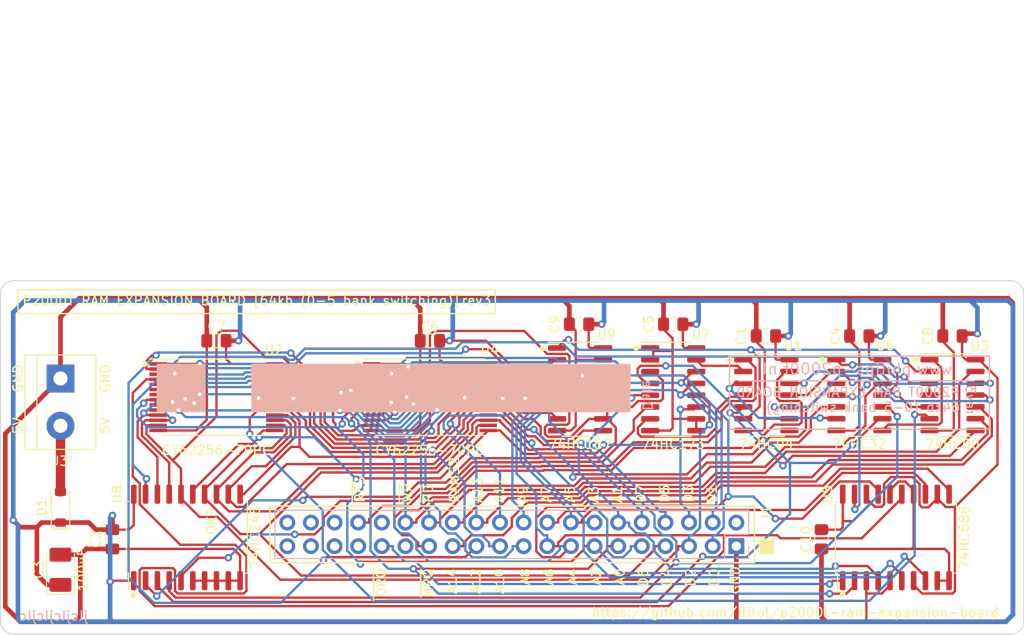
<source format=kicad_pcb>
(kicad_pcb (version 20221018) (generator pcbnew)
  (layers (0 "F.Cu" signal) (31 "B.Cu" signal) (34 "B.Paste" user) (35 "F.Paste" user) (36 "B.SilkS" user "B.Silkscreen") (37 "F.SilkS" user "F.Silkscreen") (38 "B.Mask" user) (39 "F.Mask" user) (44 "Edge.Cuts" user))
  (net 0 "")
  (net 1 "A14_1")
  (net 2 "D0")
  (net 3 "D1")
  (net 4 "D2")
  (net 5 "D3")
  (net 6 "D4")
  (net 7 "D5")
  (net 8 "D6")
  (net 9 "D7")
  (net 10 "A0")
  (net 11 "A1")
  (net 12 "A2")
  (net 13 "A3")
  (net 14 "A4")
  (net 15 "A5")
  (net 16 "A6")
  (net 17 "A7")
  (net 18 "A8")
  (net 19 "A9")
  (net 20 "A10")
  (net 21 "A11")
  (net 22 "A12")
  (net 23 "A13")
  (net 24 "A14")
  (net 25 "RAMS2")
  (net 26 "~{MRQ}")
  (net 27 "~{RD}")
  (net 28 "~{WR}")
  (net 29 "~{IORQ}")
  (net 30 "~{RES}")
  (net 37 "A13_1")
  (net 38 "A14_2")
  (net 39 "~{CS2}")
  (net 40 "GND")
  (net 41 "A13_2")
  (net 42 "S1")
  (net 43 "S2")
  (net 44 "Net-(U3-Pad3)")
  (net 45 "+5V")
  (net 46 "~{P=Q}")
  (net 47 "RES")
  (net 48 "~{CS1}")
  (net 49 "~{REN}")
  (net 51 "Net-(U1-Pad5)")
  (net 52 "Net-(U3-Pad1)")
  (net 53 "S3")
  (net 54 "S0")
  (net 58 "Net-(U1-Pad10)")
  (net 59 "Net-(U1-Pad12)")
  (net 60 "Net-(U1-Pad3)")
  (net 62 "VCC")
  (net 63 "EO")
  (net 64 "Net-(U7-Cp)")
  (net 65 "Net-(U8-CE)")
  (footprint "Capacitor_SMD:C_0805_2012Metric_Pad1.18x1.45mm_HandSolder" (layer "F.Cu") (at 102.235 57.912 180)
    (fp_text reference "C1")
    (fp_text value "0.1uF")
  )
  (footprint "Package_SO:SOIC-20W_7.5x12.8mm_P1.27mm" (layer "F.Cu") (at 116.205 79.58 90)
    (fp_text reference "U5")
    (fp_text value "74HC688")
  )
  (footprint "Capacitor_SMD:C_0805_2012Metric_Pad1.18x1.45mm_HandSolder" (layer "F.Cu") (at 82.1475 56.642 180)
    (fp_text reference "C9")
    (fp_text value "0.1uF")
  )
  (footprint "Diode_SMD:D_SOD-123" (layer "F.Cu") (at 26.416 76.328 90)
    (fp_text reference "D1")
    (fp_text value "DIODE")
  )
  (footprint "Capacitor_SMD:C_0805_2012Metric_Pad1.18x1.45mm_HandSolder" (layer "F.Cu") (at 108.204 79.7775 -90)
    (fp_text reference "C10")
    (fp_text value "0.1uF")
  )
  (footprint "Capacitor_SMD:C_0805_2012Metric_Pad1.18x1.45mm_HandSolder" (layer "F.Cu") (at 66.12 58.42 180)
    (fp_text reference "C6")
    (fp_text value "0.1uF")
  )
  (footprint "Package_SO:SOIC-16_3.9x9.9mm_P1.27mm" (layer "F.Cu") (at 82.2648 63.645)
    (fp_text reference "U9")
    (fp_text value "74HC157")
  )
  (footprint "Package_SO:SOIC-14_3.9x8.7mm_P1.27mm" (layer "F.Cu") (at 102.2745 64.265)
    (fp_text reference "U1")
    (fp_text value "74HC04")
  )
  (footprint "Capacitor_SMD:C_0805_2012Metric_Pad1.18x1.45mm_HandSolder" (layer "F.Cu") (at 43.18 58.42 180)
    (fp_text reference "C7")
    (fp_text value "0.1uF")
  )
  (footprint "Capacitor_SMD:C_0805_2012Metric_Pad1.18x1.45mm_HandSolder" (layer "F.Cu") (at 92.2697 56.642 180)
    (fp_text reference "C5")
    (fp_text value "0.1uF")
  )
  (footprint "Package_SO:SOIC-20W_7.5x12.8mm_P1.27mm" (layer "F.Cu") (at 40.005 79.58 90)
    (fp_text reference "U8")
    (fp_text value "74HC245")
  )
  (footprint "Capacitor_Tantalum_SMD:CP_EIA-3528-21_Kemet-B_Pad1.50x2.35mm_HandSolder" (layer "F.Cu") (at 26.416 83.058 90)
    (fp_text reference "C3")
    (fp_text value "100uF")
  )
  (footprint "Capacitor_SMD:C_0805_2012Metric_Pad1.18x1.45mm_HandSolder" (layer "F.Cu") (at 112.268 57.912 180)
    (fp_text reference "C4")
    (fp_text value "0.1uF")
  )
  (footprint "Capacitor_SMD:C_0805_2012Metric_Pad1.18x1.45mm_HandSolder" (layer "F.Cu") (at 32.004 79.7775 -90)
    (fp_text reference "C2")
    (fp_text value "0.1uF")
  )
  (footprint "Package_SO:TSOP-I-28_11.8x8mm_P0.55mm" (layer "F.Cu") (at 66.12 64.495)
    (fp_text reference "U4")
    (fp_text value "CY62256-70PC")
  )
  (footprint "Package_SO:SOIC-14_3.9x8.7mm_P1.27mm" (layer "F.Cu") (at 112.2793 64.265)
    (fp_text reference "U6")
    (fp_text value "74HC32")
  )
  (footprint "Package_SO:SOIC-16_3.9x9.9mm_P1.27mm" (layer "F.Cu") (at 92.2697 63.645)
    (fp_text reference "U7")
    (fp_text value "74HC173")
  )
  (footprint "Capacitor_SMD:C_0805_2012Metric_Pad1.18x1.45mm_HandSolder" (layer "F.Cu") (at 122.2842 57.912 180)
    (fp_text reference "C8")
    (fp_text value "0.1uF")
  )
  (footprint "Package_SO:TSOP-I-28_11.8x8mm_P0.55mm" (layer "F.Cu") (at 43.18 64.495)
    (fp_text reference "U2")
    (fp_text value "CY62256-70PC")
  )
  (footprint "TerminalBlock:TerminalBlock_bornier-2_P5.08mm" (layer "F.Cu") (at 26.416 62.484 -90)
    (fp_text reference "J3")
    (fp_text value "TERMINAL")
  )
  (footprint "Package_SO:SOIC-14_3.9x8.7mm_P1.27mm" (layer "F.Cu") (at 122.2842 64.265)
    (fp_text reference "U3")
    (fp_text value "74HC00")
  )
  (footprint "Connector_PinHeader_2.54mm:PinHeader_2x20_P2.54mm_Vertical" (layer "B.Cu") (at 99.055 80.518 90)
    (fp_text reference "J1")
    (fp_text value "EXPANSION BOARD" hide)
  )
  (gr_rect (start 98.322382 60.071) (end 126.262382 67.945) (stroke (width 0.15)) (fill none) (layer "B.SilkS"))
  (gr_rect (start 46.99 60.96) (end 87.63 66.04) (stroke (width 0.15)) (fill solid) (layer "B.SilkS"))
  (gr_rect (start 36.83 60.96) (end 41.91 66.04) (stroke (width 0.15)) (fill solid) (layer "B.SilkS"))
  (gr_line (start 99.314 62.738) (end 124.587 62.738) (stroke (width 0.15)) (layer "B.SilkS"))
  (gr_circle (center 108.3056 60.4774) (end 108.5596 60.4774) (stroke (width 0.15)) (fill solid) (layer "F.SilkS"))
  (gr_circle (center 98.298 60.452) (end 98.552 60.452) (stroke (width 0.15)) (fill solid) (layer "F.SilkS"))
  (gr_circle (center 34.29 85.7758) (end 34.544 85.7758) (stroke (width 0.15)) (fill solid) (layer "F.SilkS"))
  (gr_circle (center 118.3132 60.452) (end 118.5672 60.452) (stroke (width 0.15)) (fill solid) (layer "F.SilkS"))
  (gr_circle (center 58.3946 60.9346) (end 58.6486 60.9346) (stroke (width 0.15)) (fill solid) (layer "F.SilkS"))
  (gr_circle (center 78.2828 59.2074) (end 78.5368 59.2074) (stroke (width 0.15)) (fill solid) (layer "F.SilkS"))
  (gr_circle (center 35.4584 60.9092) (end 35.7124 60.9092) (stroke (width 0.15)) (fill solid) (layer "F.SilkS"))
  (gr_circle (center 110.49 85.7758) (end 110.744 85.7758) (stroke (width 0.15)) (fill solid) (layer "F.SilkS"))
  (gr_rect (start 101.516 79.756) (end 103.04 81.28) (stroke (width 0.15)) (fill solid) (layer "F.SilkS"))
  (gr_rect (start 21.844 52.959) (end 73.152 55.499) (stroke (width 0.15)) (fill none) (layer "F.SilkS"))
  (gr_circle (center 88.2904 59.182) (end 88.5444 59.182) (stroke (width 0.15)) (fill solid) (layer "F.SilkS"))
  (gr_rect (start 48.938 76.2) (end 101.008 82.296) (stroke (width 0.15)) (fill none) (layer "F.SilkS"))
  (gr_arc (start 19.9644 53.34) (mid 20.366132 52.370132) (end 21.336 51.9684) (stroke (width 0.1)) (layer "Edge.Cuts"))
  (gr_line (start 21.336 89.9668) (end 128.5748 89.9668) (stroke (width 0.1)) (layer "Edge.Cuts"))
  (gr_arc (start 128.5748 51.9684) (mid 129.544668 52.370132) (end 129.9464 53.34) (stroke (width 0.1)) (layer "Edge.Cuts"))
  (gr_line (start 129.9464 88.5952) (end 129.9464 53.34) (stroke (width 0.1)) (layer "Edge.Cuts"))
  (gr_arc (start 129.9464 88.5952) (mid 129.544668 89.565068) (end 128.5748 89.9668) (stroke (width 0.1)) (layer "Edge.Cuts"))
  (gr_line (start 19.9644 88.5952) (end 19.9644 53.34) (stroke (width 0.1)) (layer "Edge.Cuts"))
  (gr_arc (start 21.336 89.9668) (mid 20.366132 89.565068) (end 19.9644 88.5952) (stroke (width 0.1)) (layer "Edge.Cuts"))
  (gr_line (start 128.5748 51.9684) (end 21.336 51.9684) (stroke (width 0.1)) (layer "Edge.Cuts"))
  (gr_text "rev3" (at 124.206 64.77 -90) (layer "B.SilkS") (effects (font (size 1 1)) (justify mirror)))
  (gr_text "www.philips-p2000t.nl" (at 112.014 61.468) (layer "B.SilkS") (effects (font (size 1.2 1.2)) (justify mirror)))
  (gr_text "Date" (at 88.9 66.04 -90) (layer "B.SilkS") (effects (font (size 1 1)) (justify left bottom mirror)))
  (gr_text "P2000T RAM EXPANSION BOARD\n64kb (0-5 bank switching)" (at 123.19 64.77) (layer "B.SilkS") (effects (font (size 1 1)) (justify left mirror)))
  (gr_text "jlcjlcjlcjlc" (at 25.654 88.011) (layer "B.SilkS") (effects (font (size 1 1)) (justify mirror)))
  (gr_text "~{RD}" (at 65.956 75.946 90) (layer "F.SilkS") (effects (font (size 1 1)) (justify left)))
  (gr_text "~{WR}" (at 63.67 75.946 90) (layer "F.SilkS") (effects (font (size 1 1)) (justify left)))
  (gr_text "A6" (at 78.91 82.804 90) (layer "F.SilkS") (effects (font (size 1 1)) (justify right)))
  (gr_text "5V" (at 31.242 67.564 90) (layer "F.SilkS") (effects (font (size 1 1))))
  (gr_text "A11" (at 73.576 75.946 90) (layer "F.SilkS") (effects (font (size 1 1)) (justify left)))
  (gr_text "~{IORQ}" (at 60.876 82.804 90) (layer "F.SilkS") (effects (font (size 1 1)) (justify right)))
  (gr_text "A0" (at 86.53 82.804 90) (layer "F.SilkS") (effects (font (size 1 1)) (justify right)))
  (gr_text "D1" (at 96.436 75.946 90) (layer "F.SilkS") (effects (font (size 1 1)) (justify left)))
  (gr_text "A12" (at 71.036 82.804 90) (layer "F.SilkS") (effects (font (size 1 1)) (justify right)))
  (gr_text "D6" (at 89.07 82.804 90) (layer "F.SilkS") (effects (font (size 1 1)) (justify right)))
  (gr_text "5V" (at 21.844 67.564 90) (layer "F.SilkS") (effects (font (size 1 1))))
  (gr_text "OK?" (at 42.672 77.851 90) (layer "F.SilkS") (effects (font (size 1 1))))
  (gr_text "A4" (at 81.45 82.804 90) (layer "F.SilkS") (effects (font (size 1 1)) (justify right)))
  (gr_text "GND" (at 21.844 62.484 90) (layer "F.SilkS") (effects (font (size 1 1))))
  (gr_text "GND" (at 31.242 62.484 90) (layer "F.SilkS") (effects (font (size 1 1))))
  (gr_text "https://github.com/ifilot/p2000t-ram-expansion-board" (at 105.41 87.63) (layer "F.SilkS") (effects (font (size 1 1))))
  (gr_text "A3" (at 83.736 75.946 90) (layer "F.SilkS") (effects (font (size 1 1)) (justify left)))
  (gr_text "RAMS2" (at 68.75 75.946 90) (layer "F.SilkS") (effects (font (size 1 1)) (justify left)))
  (gr_text "D4" (at 91.61 82.804 90) (layer "F.SilkS") (effects (font (size 1 1)) (justify right)))
  (gr_text "A8" (at 76.37 82.804 90) (layer "F.SilkS") (effects (font (size 1 1)) (justify right)))
  (gr_text "~{MRQ}" (at 65.956 82.804 90) (layer "F.SilkS") (effects (font (size 1 1)) (justify right)))
  (gr_text "A7" (at 78.656 75.946 90) (layer "F.SilkS") (effects (font (size 1 1)) (justify left)))
  (gr_text "D7" (at 88.816 75.946 90) (layer "F.SilkS") (effects (font (size 1 1)) (justify left)))
  (gr_text "D5" (at 91.356 75.946 90) (layer "F.SilkS") (effects (font (size 1 1)) (justify left)))
  (gr_text "~{RES}" (at 58.59 75.946 90) (layer "F.SilkS") (effects (font (size 1 1)) (justify left)))
  (gr_text "D3" (at 93.896 75.946 90) (layer "F.SilkS") (effects (font (size 1 1)) (justify left)))
  (gr_text "A10" (at 73.576 82.804 90) (layer "F.SilkS") (effects (font (size 1 1)) (justify right)))
  (gr_text "D0" (at 96.69 82.804 90) (layer "F.SilkS") (effects (font (size 1 1)) (justify right)))
  (gr_text "A2" (at 83.99 82.804 90) (layer "F.SilkS") (effects (font (size 1 1)) (justify right)))
  (gr_text "GND" (at 98.93 82.55 90) (layer "F.SilkS") (effects (font (size 1 1)) (justify right)))
  (gr_text "A14" (at 68.496 82.804 90) (layer "F.SilkS") (effects (font (size 1 1)) (justify right)))
  (gr_text "A1" (at 86.276 75.946 90) (layer "F.SilkS") (effects (font (size 1 1)) (justify left)))
  (gr_text "A5" (at 81.196 75.946 90) (layer "F.SilkS") (effects (font (size 1 1)) (justify left)))
  (gr_text "A9" (at 76.116 75.946 90) (layer "F.SilkS") (effects (font (size 1 1)) (justify left)))
  (gr_text "D2" (at 94.15 82.804 90) (layer "F.SilkS") (effects (font (size 1 1)) (justify right)))
  (gr_text "rev3" (at 71.12 54.102) (layer "F.SilkS") (effects (font (size 1 1))))
  (gr_text "P2000T RAM EXPANSION BOARD [64kb (0-5 bank switching)]" (at 22.225 54.102) (layer "F.SilkS") (effects (font (size 1 1)) (justify left)))
  (gr_text "A13" (at 71.29 75.946 90) (layer "F.SilkS") (effects (font (size 1 1)) (justify left)))
  (segment (start 36.91 60.92) (end 38.1703 60.92) (width 0.25) (layer "F.Cu") (net 1))
  (segment (start 72.4198 59.3321) (end 75.1655 62.0778) (width 0.25) (layer "F.Cu") (net 1))
  (segment (start 38.1703 60.92) (end 41.3588 60.92) (width 0.25) (layer "F.Cu") (net 1))
  (segment (start 75.1655 62.0778) (end 75.1655 65.125) (width 0.25) (layer "F.Cu") (net 1))
  (segment (start 79.1458 66.176) (end 79.7898 66.82) (width 0.25) (layer "F.Cu") (net 1))
  (segment (start 41.3588 60.92) (end 41.4015 60.8773) (width 0.25) (layer "F.Cu") (net 1))
  (segment (start 75.1655 65.125) (end 76.2165 66.176) (width 0.25) (layer "F.Cu") (net 1))
  (segment (start 76.2165 66.176) (end 79.1458 66.176) (width 0.25) (layer "F.Cu") (net 1))
  (segment (start 69.9639 59.3321) (end 72.4198 59.3321) (width 0.25) (layer "F.Cu") (net 1))
  (via (at 41.4015 60.8773) (size 0.8) (drill 0.4) (layers "F.Cu" "B.Cu") (net 1))
  (via (at 69.9639 59.3321) (size 0.8) (drill 0.4) (layers "F.Cu" "B.Cu") (net 1))
  (segment (start 52.8117 59.771) (end 69.525 59.771) (width 0.25) (layer "B.Cu") (net 1))
  (segment (start 69.525 59.771) (end 69.9639 59.3321) (width 0.25) (layer "B.Cu") (net 1))
  (segment (start 51.6611 60.9216) (end 52.8117 59.771) (width 0.25) (layer "B.Cu") (net 1))
  (segment (start 41.4015 60.8773) (end 41.4458 60.9216) (width 0.25) (layer "B.Cu") (net 1))
  (segment (start 41.4458 60.9216) (end 51.6611 60.9216) (width 0.25) (layer "B.Cu") (net 1))
  (segment (start 34.7043 67.0904) (end 35.3747 66.42) (width 0.25) (layer "F.Cu") (net 2))
  (segment (start 35.3747 66.2064) (end 35.3747 66.42) (width 0.25) (layer "F.Cu") (net 2))
  (segment (start 36.83 70.9324) (end 34.7043 68.8067) (width 0.25) (layer "F.Cu") (net 2))
  (segment (start 34.7043 68.8067) (end 34.7043 67.0904) (width 0.25) (layer "F.Cu") (net 2))
  (segment (start 94.3455 61.74) (end 93.1336 62.9519) (width 0.25) (layer "F.Cu") (net 2))
  (segment (start 94.7447 61.74) (end 94.3455 61.74) (width 0.25) (layer "F.Cu") (net 2))
  (segment (start 59.85 66.42) (end 61.1103 66.42) (width 0.25) (layer "F.Cu") (net 2))
  (segment (start 61.1103 66.1993) (end 61.1103 66.42) (width 0.25) (layer "F.Cu") (net 2))
  (segment (start 36.91 66.42) (end 35.3747 66.42) (width 0.25) (layer "F.Cu") (net 2))
  (segment (start 36.83 74.93) (end 36.83 70.9324) (width 0.25) (layer "F.Cu") (net 2))
  (segment (start 61.9454 65.0513) (end 61.9454 65.3642) (width 0.25) (layer "F.Cu") (net 2))
  (segment (start 61.9454 65.3642) (end 61.1103 66.1993) (width 0.25) (layer "F.Cu") (net 2))
  (via (at 61.9454 65.0513) (size 0.8) (drill 0.4) (layers "F.Cu" "B.Cu") (net 2))
  (via (at 93.1336 62.9519) (size 0.8) (drill 0.4) (layers "F.Cu" "B.Cu") (net 2))
  (via (at 35.3747 66.2064) (size 0.8) (drill 0.4) (layers "F.Cu" "B.Cu") (net 2))
  (segment (start 97.6949 78.5301) (end 96.8823 79.3427) (width 0.25) (layer "B.Cu") (net 2))
  (segment (start 97.6949 76.0314) (end 97.6949 78.5301) (width 0.25) (layer "B.Cu") (net 2))
  (segment (start 52.3742 61.4823) (end 52.0343 61.8222) (width 0.25) (layer "B.Cu") (net 2))
  (segment (start 46.0388 62.053) (end 39.6246 62.053) (width 0.25) (layer "B.Cu") (net 2))
  (segment (start 46.2696 61.8222) (end 46.0388 62.053) (width 0.25) (layer "B.Cu") (net 2))
  (segment (start 97.4679 67.0395) (end 97.4679 75.8044) (width 0.25) (layer "B.Cu") (net 2))
  (segment (start 96.515 80.518) (end 96.515 79.3427) (width 0.25) (layer "B.Cu") (net 2))
  (segment (start 35.4712 66.2064) (end 35.3747 66.2064) (width 0.25) (layer "B.Cu") (net 2))
  (segment (start 93.3803 62.9519) (end 97.4679 67.0395) (width 0.25) (layer "B.Cu") (net 2))
  (segment (start 93.1336 62.9519) (end 93.3803 62.9519) (width 0.25) (layer "B.Cu") (net 2))
  (segment (start 65.6046 61.1827) (end 63.7895 62.9978) (width 0.25) (layer "B.Cu") (net 2))
  (segment (start 61.9454 63.4147) (end 61.9454 65.0513) (width 0.25) (layer "B.Cu") (net 2))
  (segment (start 61.9454 63.4147) (end 60.013 61.4823) (width 0.25) (layer "B.Cu") (net 2))
  (segment (start 52.0343 61.8222) (end 46.2696 61.8222) (width 0.25) (layer "B.Cu") (net 2))
  (segment (start 39.6246 62.053) (end 35.4712 66.2064) (width 0.25) (layer "B.Cu") (net 2))
  (segment (start 77.7802 61.1827) (end 65.6046 61.1827) (width 0.25) (layer "B.Cu") (net 2))
  (segment (start 93.1336 62.9519) (end 79.5494 62.9519) (width 0.25) (layer "B.Cu") (net 2))
  (segment (start 96.8823 79.3427) (end 96.515 79.3427) (width 0.25) (layer "B.Cu") (net 2))
  (segment (start 62.3623 62.9978) (end 61.9454 63.4147) (width 0.25) (layer "B.Cu") (net 2))
  (segment (start 97.4679 75.8044) (end 97.6949 76.0314) (width 0.25) (layer "B.Cu") (net 2))
  (segment (start 60.013 61.4823) (end 52.3742 61.4823) (width 0.25) (layer "B.Cu") (net 2))
  (segment (start 63.7895 62.9978) (end 62.3623 62.9978) (width 0.25) (layer "B.Cu") (net 2))
  (segment (start 79.5494 62.9519) (end 77.7802 61.1827) (width 0.25) (layer "B.Cu") (net 2))
  (segment (start 36.91 66.97) (end 35.6497 66.97) (width 0.25) (layer "F.Cu") (net 3))
  (segment (start 94.3124 63.01) (end 94.7447 63.01) (width 0.25) (layer "F.Cu") (net 3))
  (segment (start 61.4979 66.97) (end 62.3477 66.1202) (width 0.25) (layer "F.Cu") (net 3))
  (segment (start 59.85 66.97) (end 61.1103 66.97) (width 0.25) (layer "F.Cu") (net 3))
  (segment (start 38.1 71.5447) (end 38.1 74.93) (width 0.25) (layer "F.Cu") (net 3))
  (segment (start 61.1103 66.97) (end 61.4979 66.97) (width 0.25) (layer "F.Cu") (net 3))
  (segment (start 35.6497 66.97) (end 35.5492 66.97) (width 0.25) (layer "F.Cu") (net 3))
  (segment (start 35.1759 67.3433) (end 35.1759 68.6206) (width 0.25) (layer "F.Cu") (net 3))
  (segment (start 35.5492 66.97) (end 35.1759 67.3433) (width 0.25) (layer "F.Cu") (net 3))
  (segment (start 35.1759 68.6206) (end 38.1 71.5447) (width 0.25) (layer "F.Cu") (net 3))
  (segment (start 93.0772 64.2452) (end 94.3124 63.01) (width 0.25) (layer "F.Cu") (net 3))
  (segment (start 38.4612 66.97) (end 36.91 66.97) (width 0.25) (layer "F.Cu") (net 3))
  (via (at 93.0772 64.2452) (size 0.8) (drill 0.4) (layers "F.Cu" "B.Cu") (net 3))
  (via (at 62.3477 66.1202) (size 0.8) (drill 0.4) (layers "F.Cu" "B.Cu") (net 3))
  (via (at 38.4612 66.97) (size 0.8) (drill 0.4) (layers "F.Cu" "B.Cu") (net 3))
  (segment (start 96.515 76.8027) (end 96.8997 76.418) (width 0.25) (layer "B.Cu") (net 3))
  (segment (start 96.515 77.978) (end 96.515 76.8027) (width 0.25) (layer "B.Cu") (net 3))
  (segment (start 63.9761 63.4481) (end 63.5527 63.4481) (width 0.25) (layer "B.Cu") (net 3))
  (segment (start 58.0866 61.9326) (end 61.2201 65.0661) (width 0.25) (layer "B.Cu") (net 3))
  (segment (start 39.9154 62.5033) (end 46.2254 62.5033) (width 0.25) (layer "B.Cu") (net 3))
  (segment (start 96.8997 67.1644) (end 93.9805 64.2452) (width 0.25) (layer "B.Cu") (net 3))
  (segment (start 65.7912 61.633) (end 63.9761 63.4481) (width 0.25) (layer "B.Cu") (net 3))
  (segment (start 77.5936 61.633) (end 65.7912 61.633) (width 0.25) (layer "B.Cu") (net 3))
  (segment (start 46.4562 62.2725) (end 52.2209 62.2725) (width 0.25) (layer "B.Cu") (net 3))
  (segment (start 79.6974 63.7368) (end 77.5936 61.633) (width 0.25) (layer "B.Cu") (net 3))
  (segment (start 63.5527 63.4481) (end 62.8024 64.1984) (width 0.25) (layer "B.Cu") (net 3))
  (segment (start 96.8997 76.418) (end 96.8997 67.1644) (width 0.25) (layer "B.Cu") (net 3))
  (segment (start 52.2209 62.2725) (end 52.5608 61.9326) (width 0.25) (layer "B.Cu") (net 3))
  (segment (start 61.2201 65.3517) (end 61.9886 66.1202) (width 0.25) (layer "B.Cu") (net 3))
  (segment (start 61.9886 66.1202) (end 62.3477 66.1202) (width 0.25) (layer "B.Cu") (net 3))
  (segment (start 62.8024 65.6655) (end 62.3477 66.1202) (width 0.25) (layer "B.Cu") (net 3))
  (segment (start 37.7197 66.2285) (end 37.7197 64.699) (width 0.25) (layer "B.Cu") (net 3))
  (segment (start 37.7197 64.699) (end 39.9154 62.5033) (width 0.25) (layer "B.Cu") (net 3))
  (segment (start 93.9805 64.2452) (end 93.0772 64.2452) (width 0.25) (layer "B.Cu") (net 3))
  (segment (start 61.2201 65.0661) (end 61.2201 65.3517) (width 0.25) (layer "B.Cu") (net 3))
  (segment (start 62.8024 64.1984) (end 62.8024 65.6655) (width 0.25) (layer "B.Cu") (net 3))
  (segment (start 52.5608 61.9326) (end 58.0866 61.9326) (width 0.25) (layer "B.Cu") (net 3))
  (segment (start 46.2254 62.5033) (end 46.4562 62.2725) (width 0.25) (layer "B.Cu") (net 3))
  (segment (start 92.5688 63.7368) (end 79.6974 63.7368) (width 0.25) (layer "B.Cu") (net 3))
  (segment (start 93.0772 64.2452) (end 92.5688 63.7368) (width 0.25) (layer "B.Cu") (net 3))
  (segment (start 38.4612 66.97) (end 37.7197 66.2285) (width 0.25) (layer "B.Cu") (net 3))
  (segment (start 55.7133 65.1736) (end 51.4385 60.8988) (width 0.25) (layer "F.Cu") (net 4))
  (segment (start 55.9688 67.6704) (end 55.9688 67.352) (width 0.25) (layer "F.Cu") (net 4))
  (segment (start 39.37 72.1778) (end 38.4767 71.2844) (width 0.25) (layer "F.Cu") (net 4))
  (segment (start 51.4385 60.8988) (end 51.0307 60.8988) (width 0.25) (layer "F.Cu") (net 4))
  (segment (start 43.2946 77.3802) (end 41.3607 77.3802) (width 0.25) (layer "F.Cu") (net 4))
  (segment (start 96.1684 65.2269) (end 96.1684 67.4591) (width 0.25) (layer "F.Cu") (net 4))
  (segment (start 43.18 57.8153) (end 43.18 66.5811) (width 0.25) (layer "F.Cu") (net 4))
  (segment (start 57.9951 68.0604) (end 57.8221 68.0604) (width 0.25) (layer "F.Cu") (net 4))
  (segment (start 48.4404 60.2014) (end 45.5821 57.3431) (width 0.25) (layer "F.Cu") (net 4))
  (segment (start 38.4767 71.2844) (end 35.6497 68.4575) (width 0.25) (layer "F.Cu") (net 4))
  (segment (start 39.37 74.93) (end 39.37 72.1778) (width 0.25) (layer "F.Cu") (net 4))
  (segment (start 43.6522 57.3431) (end 43.18 57.8153) (width 0.25) (layer "F.Cu") (net 4))
  (segment (start 57.7702 68.1123) (end 56.4107 68.1123) (width 0.25) (layer "F.Cu") (net 4))
  (segment (start 39.37 75.3895) (end 39.37 74.93) (width 0.25) (layer "F.Cu") (net 4))
  (segment (start 59.85 67.52) (end 58.5355 67.52) (width 0.25) (layer "F.Cu") (net 4))
  (segment (start 50.3333 60.2014) (end 48.4404 60.2014) (width 0.25) (layer "F.Cu") (net 4))
  (segment (start 55.9688 67.352) (end 55.7133 67.0965) (width 0.25) (layer "F.Cu") (net 4))
  (segment (start 92.7997 80.518) (end 92.7997 80.891) (width 0.25) (layer "F.Cu") (net 4))
  (segment (start 45.5821 57.3431) (end 43.6522 57.3431) (width 0.25) (layer "F.Cu") (net 4))
  (segment (start 58.5355 67.52) (end 57.9951 68.0604) (width 0.25) (layer "F.Cu") (net 4))
  (segment (start 93.975 80.518) (end 92.7997 80.518) (width 0.25) (layer "F.Cu") (net 4))
  (segment (start 43.18 66.5811) (end 38.4767 71.2844) (width 0.25) (layer "F.Cu") (net 4))
  (segment (start 55.7133 67.0965) (end 55.7133 65.1736) (width 0.25) (layer "F.Cu") (net 4))
  (segment (start 41.3607 77.3802) (end 39.37 75.3895) (width 0.25) (layer "F.Cu") (net 4))
  (segment (start 56.4107 68.1123) (end 55.9688 67.6704) (width 0.25) (layer "F.Cu") (net 4))
  (segment (start 92.7997 80.891) (end 89.5656 84.1251) (width 0.25) (layer "F.Cu") (net 4))
  (segment (start 35.6497 68.4575) (end 35.6497 67.52) (width 0.25) (layer "F.Cu") (net 4))
  (segment (start 50.0395 84.1251) (end 43.2946 77.3802) (width 0.25) (layer "F.Cu") (net 4))
  (segment (start 57.8221 68.0604) (end 57.7702 68.1123) (width 0.25) (layer "F.Cu") (net 4))
  (segment (start 36.91 67.52) (end 35.6497 67.52) (width 0.25) (layer "F.Cu") (net 4))
  (segment (start 51.0307 60.8988) (end 50.3333 60.2014) (width 0.25) (layer "F.Cu") (net 4))
  (segment (start 95.2215 64.28) (end 96.1684 65.2269) (width 0.25) (layer "F.Cu") (net 4))
  (segment (start 89.5656 84.1251) (end 50.0395 84.1251) (width 0.25) (layer "F.Cu") (net 4))
  (segment (start 94.7447 64.28) (end 95.2215 64.28) (width 0.25) (layer "F.Cu") (net 4))
  (via (at 96.1684 67.4591) (size 0.8) (drill 0.4) (layers "F.Cu" "B.Cu") (net 4))
  (segment (start 94.3424 79.3427) (end 95.1503 78.5348) (width 0.25) (layer "B.Cu") (net 4))
  (segment (start 93.975 79.3427) (end 94.3424 79.3427) (width 0.25) (layer "B.Cu") (net 4))
  (segment (start 95.1503 78.5348) (end 95.1503 68.4772) (width 0.25) (layer "B.Cu") (net 4))
  (segment (start 95.1503 68.4772) (end 96.1684 67.4591) (width 0.25) (layer "B.Cu") (net 4))
  (segment (start 93.975 80.518) (end 93.975 79.3427) (width 0.25) (layer "B.Cu") (net 4))
  (segment (start 45.6143 69.5265) (end 47.0407 69.5265) (width 0.25) (layer "F.Cu") (net 5))
  (segment (start 58.2109 73.3247) (end 58.3085 73.2271) (width 0.25) (layer "F.Cu") (net 5))
  (segment (start 47.0407 69.5265) (end 47.766 68.8012) (width 0.25) (layer "F.Cu") (net 5))
  (segment (start 58.3085 73.2271) (end 67.2329 73.2271) (width 0.25) (layer "F.Cu") (net 5))
  (segment (start 93.0481 65.7989) (end 94.4958 65.7989) (width 0.25) (layer "F.Cu") (net 5))
  (segment (start 77.5545 70.5997) (end 77.612 70.5422) (width 0.25) (layer "F.Cu") (net 5))
  (segment (start 84.0021 70.5422) (end 84.7937 69.7506) (width 0.25) (layer "F.Cu") (net 5))
  (segment (start 47.766 68.8012) (end 47.766 68.4937) (width 0.25) (layer "F.Cu") (net 5))
  (segment (start 73.6503 68.07) (end 76.18 70.5997) (width 0.25) (layer "F.Cu") (net 5))
  (segment (start 67.2329 73.2271) (end 72.39 68.07) (width 0.25) (layer "F.Cu") (net 5))
  (segment (start 40.64 74.93) (end 40.64 74.5008) (width 0.25) (layer "F.Cu") (net 5))
  (segment (start 40.64 74.5008) (end 45.6143 69.5265) (width 0.25) (layer "F.Cu") (net 5))
  (segment (start 49.45 68.07) (end 48.1897 68.07) (width 0.25) (layer "F.Cu") (net 5))
  (segment (start 72.39 68.07) (end 73.6503 68.07) (width 0.25) (layer "F.Cu") (net 5))
  (segment (start 76.18 70.5997) (end 77.5545 70.5997) (width 0.25) (layer "F.Cu") (net 5))
  (segment (start 47.766 68.4937) (end 48.1897 68.07) (width 0.25) (layer "F.Cu") (net 5))
  (segment (start 84.7937 69.7506) (end 84.7937 69.6242) (width 0.25) (layer "F.Cu") (net 5))
  (segment (start 94.4958 65.7989) (end 94.7447 65.55) (width 0.25) (layer "F.Cu") (net 5))
  (segment (start 77.612 70.5422) (end 84.0021 70.5422) (width 0.25) (layer "F.Cu") (net 5))
  (via (at 84.7937 69.6242) (size 0.8) (drill 0.4) (layers "F.Cu" "B.Cu") (net 5))
  (via (at 58.2109 73.3247) (size 0.8) (drill 0.4) (layers "F.Cu" "B.Cu") (net 5))
  (via (at 93.0481 65.7989) (size 0.8) (drill 0.4) (layers "F.Cu" "B.Cu") (net 5))
  (via (at 47.766 68.8012) (size 0.8) (drill 0.4) (layers "F.Cu" "B.Cu") (net 5))
  (segment (start 93.975 76.8027) (end 93.0481 75.8758) (width 0.25) (layer "B.Cu") (net 5))
  (segment (start 93.0481 69.6242) (end 93.0481 65.7989) (width 0.25) (layer "B.Cu") (net 5))
  (segment (start 93.0481 69.6242) (end 84.7937 69.6242) (width 0.25) (layer "B.Cu") (net 5))
  (segment (start 93.0481 75.8758) (end 93.0481 69.6242) (width 0.25) (layer "B.Cu") (net 5))
  (segment (start 53.6874 68.8012) (end 58.2109 73.3247) (width 0.25) (layer "B.Cu") (net 5))
  (segment (start 93.975 77.978) (end 93.975 76.8027) (width 0.25) (layer "B.Cu") (net 5))
  (segment (start 47.766 68.8012) (end 53.6874 68.8012) (width 0.25) (layer "B.Cu") (net 5))
  (segment (start 71.1297 67.7452) (end 71.3549 67.52) (width 0.25) (layer "F.Cu") (net 6))
  (segment (start 50.7103 67.7452) (end 50.4851 67.52) (width 0.25) (layer "F.Cu") (net 6))
  (segment (start 49.1483 69.9768) (end 50.7103 68.4148) (width 0.25) (layer "F.Cu") (net 6))
  (segment (start 45.7699 79.2181) (end 47.8005 79.2181) (width 0.25) (layer "F.Cu") (net 6))
  (segment (start 41.91 74.93) (end 41.91 74.4263) (width 0.25) (layer "F.Cu") (net 6))
  (segment (start 50.7103 68.4148) (end 50.7103 67.7452) (width 0.25) (layer "F.Cu") (net 6))
  (segment (start 52.2571 83.6747) (end 47.8005 79.2181) (width 0.25) (layer "F.Cu") (net 6))
  (segment (start 46.3595 69.9768) (end 49.1483 69.9768) (width 0.25) (layer "F.Cu") (net 6))
  (segment (start 71.3549 67.52) (end 72.39 67.52) (width 0.25) (layer "F.Cu") (net 6))
  (segment (start 41.91 74.93) (end 41.91 75.3582) (width 0.25) (layer "F.Cu") (net 6))
  (segment (start 47.8005 79.2181) (end 54.4297 72.5889) (width 0.25) (layer "F.Cu") (net 6))
  (segment (start 91.435 80.518) (end 90.2597 80.518) (width 0.25) (layer "F.Cu") (net 6))
  (segment (start 50.4851 67.52) (end 49.45 67.52) (width 0.25) (layer "F.Cu") (net 6))
  (segment (start 71.1297 68.4068) (end 71.1297 67.7452) (width 0.25) (layer "F.Cu") (net 6))
  (segment (start 54.4297 72.5889) (end 66.9476 72.5889) (width 0.25) (layer "F.Cu") (net 6))
  (segment (start 66.9476 72.5889) (end 71.1297 68.4068) (width 0.25) (layer "F.Cu") (net 6))
  (segment (start 41.91 75.3582) (end 45.7699 79.2181) (width 0.25) (layer "F.Cu") (net 6))
  (segment (start 90.2597 80.8853) (end 87.4703 83.6747) (width 0.25) (layer "F.Cu") (net 6))
  (segment (start 87.4703 83.6747) (end 52.2571 83.6747) (width 0.25) (layer "F.Cu") (net 6))
  (segment (start 90.2597 80.518) (end 90.2597 80.8853) (width 0.25) (layer "F.Cu") (net 6))
  (segment (start 41.91 74.4263) (end 46.3595 69.9768) (width 0.25) (layer "F.Cu") (net 6))
  (segment (start 47.2193 70.4271) (end 49.3349 70.4271) (width 0.25) (layer "F.Cu") (net 7))
  (segment (start 49.45 66.97) (end 50.7103 66.97) (width 0.25) (layer "F.Cu") (net 7))
  (segment (start 66.7367 72.1386) (end 54.151 72.1386) (width 0.25) (layer "F.Cu") (net 7))
  (segment (start 54.151 72.1386) (end 49.518 76.7716) (width 0.25) (layer "F.Cu") (net 7))
  (segment (start 73.6503 66.97) (end 73.6503 67.0883) (width 0.25) (layer "F.Cu") (net 7))
  (segment (start 76.7114 70.1494) (end 77.3679 70.1494) (width 0.25) (layer "F.Cu") (net 7))
  (segment (start 77.3679 70.1494) (end 77.4254 70.0919) (width 0.25) (layer "F.Cu") (net 7))
  (segment (start 70.6794 68.1959) (end 66.7367 72.1386) (width 0.25) (layer "F.Cu") (net 7))
  (segment (start 77.4254 70.0919) (end 83.385 70.0919) (width 0.25) (layer "F.Cu") (net 7))
  (segment (start 72.39 66.97) (end 73.6503 66.97) (width 0.25) (layer "F.Cu") (net 7))
  (segment (start 73.6503 67.0883) (end 76.7114 70.1494) (width 0.25) (layer "F.Cu") (net 7))
  (segment (start 72.39 66.97) (end 71.1297 66.97) (width 0.25) (layer "F.Cu") (net 7))
  (segment (start 51.1606 67.4203) (end 50.7103 66.97) (width 0.25) (layer "F.Cu") (net 7))
  (segment (start 43.18 74.93) (end 43.18 74.4664) (width 0.25) (layer "F.Cu") (net 7))
  (segment (start 51.1606 68.6014) (end 51.1606 67.4203) (width 0.25) (layer "F.Cu") (net 7))
  (segment (start 49.518 76.7716) (end 44.5155 76.7716) (width 0.25) (layer "F.Cu") (net 7))
  (segment (start 49.3349 70.4271) (end 51.1606 68.6014) (width 0.25) (layer "F.Cu") (net 7))
  (segment (start 71.1297 66.97) (end 70.6794 67.4203) (width 0.25) (layer "F.Cu") (net 7))
  (segment (start 43.18 75.4361) (end 43.18 74.93) (width 0.25) (layer "F.Cu") (net 7))
  (segment (start 70.6794 67.4203) (end 70.6794 68.1959) (width 0.25) (layer "F.Cu") (net 7))
  (segment (start 43.18 74.4664) (end 47.2193 70.4271) (width 0.25) (layer "F.Cu") (net 7))
  (segment (start 44.5155 76.7716) (end 43.18 75.4361) (width 0.25) (layer "F.Cu") (net 7))
  (segment (start 83.385 70.0919) (end 83.7933 69.6836) (width 0.25) (layer "F.Cu") (net 7))
  (via (at 83.7933 69.6836) (size 0.8) (drill 0.4) (layers "F.Cu" "B.Cu") (net 7))
  (segment (start 90.9124 76.8027) (end 91.435 76.8027) (width 0.25) (layer "B.Cu") (net 7))
  (segment (start 91.435 77.978) (end 91.435 76.8027) (width 0.25) (layer "B.Cu") (net 7))
  (segment (start 83.7933 69.6836) (end 90.9124 76.8027) (width 0.25) (layer "B.Cu") (net 7))
  (segment (start 44.45 75.4365) (end 44.45 74.93) (width 0.25) (layer "F.Cu") (net 8))
  (segment (start 48.4771 71.9218) (end 51.6598 68.7391) (width 0.25) (layer "F.Cu") (net 8))
  (segment (start 70.1906 68.047) (end 66.5493 71.6883) (width 0.25) (layer "F.Cu") (net 8))
  (segment (start 44.45 74.93) (end 44.45 74.4362) (width 0.25) (layer "F.Cu") (net 8))
  (segment (start 46.1208 76.2945) (end 45.308 76.2945) (width 0.25) (layer "F.Cu") (net 8))
  (segment (start 71.0361 66.42) (end 70.1906 67.2655) (width 0.25) (layer "F.Cu") (net 8))
  (segment (start 70.1906 67.2655) (end 70.1906 68.047) (width 0.25) (layer "F.Cu") (net 8))
  (segment (start 71.1297 66.42) (end 71.0361 66.42) (width 0.25) (layer "F.Cu") (net 8))
  (segment (start 66.5493 71.6883) (end 50.727 71.6883) (width 0.25) (layer "F.Cu") (net 8))
  (segment (start 45.308 76.2945) (end 44.45 75.4365) (width 0.25) (layer "F.Cu") (net 8))
  (segment (start 50.727 71.6883) (end 46.1208 76.2945) (width 0.25) (layer "F.Cu") (net 8))
  (segment (start 73.7382 66.42) (end 76.7423 69.4241) (width 0.25) (layer "F.Cu") (net 8))
  (segment (start 46.9644 71.9218) (end 48.4771 71.9218) (width 0.25) (layer "F.Cu") (net 8))
  (segment (start 72.39 66.42) (end 71.1297 66.42) (width 0.25) (layer "F.Cu") (net 8))
  (segment (start 44.45 74.4362) (end 46.9644 71.9218) (width 0.25) (layer "F.Cu") (net 8))
  (segment (start 72.39 66.42) (end 73.7382 66.42) (width 0.25) (layer "F.Cu") (net 8))
  (segment (start 51.6598 67.2491) (end 50.8307 66.42) (width 0.25) (layer "F.Cu") (net 8))
  (segment (start 51.6598 68.7391) (end 51.6598 67.2491) (width 0.25) (layer "F.Cu") (net 8))
  (segment (start 76.7423 69.4241) (end 77.0674 69.4241) (width 0.25) (layer "F.Cu") (net 8))
  (segment (start 50.8307 66.42) (end 49.45 66.42) (width 0.25) (layer "F.Cu") (net 8))
  (via (at 77.0674 69.4241) (size 0.8) (drill 0.4) (layers "F.Cu" "B.Cu") (net 8))
  (segment (start 81.8768 74.3558) (end 81.5982 74.3558) (width 0.25) (layer "B.Cu") (net 8))
  (segment (start 85.8585 81.7127) (end 85.1796 81.0338) (width 0.25) (layer "B.Cu") (net 8))
  (segment (start 81.5982 74.3558) (end 77.0674 69.825) (width 0.25) (layer "B.Cu") (net 8))
  (segment (start 77.0674 69.825) (end 77.0674 69.4241) (width 0.25) (layer "B.Cu") (net 8))
  (segment (start 85.1796 77.6586) (end 81.8768 74.3558) (width 0.25) (layer "B.Cu") (net 8))
  (segment (start 87.7197 80.518) (end 87.7197 80.8853) (width 0.25) (layer "B.Cu") (net 8))
  (segment (start 85.1796 81.0338) (end 85.1796 77.6586) (width 0.25) (layer "B.Cu") (net 8))
  (segment (start 86.8923 81.7127) (end 85.8585 81.7127) (width 0.25) (layer "B.Cu") (net 8))
  (segment (start 88.895 80.518) (end 87.7197 80.518) (width 0.25) (layer "B.Cu") (net 8))
  (segment (start 87.7197 80.8853) (end 86.8923 81.7127) (width 0.25) (layer "B.Cu") (net 8))
  (segment (start 66.6831 70.9059) (end 69.7403 67.8487) (width 0.25) (layer "F.Cu") (net 9))
  (segment (start 69.7403 67.8487) (end 69.7403 66.9853) (width 0.25) (layer "F.Cu") (net 9))
  (segment (start 45.72 74.93) (end 46.1058 74.93) (width 0.25) (layer "F.Cu") (net 9))
  (segment (start 50.7103 65.87) (end 50.9491 65.87) (width 0.25) (layer "F.Cu") (net 9))
  (segment (start 69.7404 66.9853) (end 70.8557 65.87) (width 0.25) (layer "F.Cu") (net 9))
  (segment (start 72.39 65.87) (end 71.1297 65.87) (width 0.25) (layer "F.Cu") (net 9))
  (segment (start 73.8251 65.87) (end 76.6538 68.6987) (width 0.25) (layer "F.Cu") (net 9))
  (segment (start 82.0676 69.6415) (end 82.3426 69.3665) (width 0.25) (layer "F.Cu") (net 9))
  (segment (start 70.8557 65.87) (end 71.1297 65.87) (width 0.25) (layer "F.Cu") (net 9))
  (segment (start 72.39 65.87) (end 73.6503 65.87) (width 0.25) (layer "F.Cu") (net 9))
  (segment (start 69.7403 66.9853) (end 69.7404 66.9853) (width 0.25) (layer "F.Cu") (net 9))
  (segment (start 51.1929 69.8429) (end 52.1102 69.8429) (width 0.25) (layer "F.Cu") (net 9))
  (segment (start 52.1102 69.8429) (end 53.1732 70.9059) (width 0.25) (layer "F.Cu") (net 9))
  (segment (start 78.3681 69.6415) (end 82.0676 69.6415) (width 0.25) (layer "F.Cu") (net 9))
  (segment (start 53.1732 70.9059) (end 66.6831 70.9059) (width 0.25) (layer "F.Cu") (net 9))
  (segment (start 52.1102 67.0311) (end 52.1102 69.8429) (width 0.25) (layer "F.Cu") (net 9))
  (segment (start 73.6503 65.87) (end 73.8251 65.87) (width 0.25) (layer "F.Cu") (net 9))
  (segment (start 76.6538 68.6987) (end 77.4253 68.6987) (width 0.25) (layer "F.Cu") (net 9))
  (segment (start 77.4253 68.6987) (end 78.3681 69.6415) (width 0.25) (layer "F.Cu") (net 9))
  (segment (start 46.1058 74.93) (end 51.1929 69.8429) (width 0.25) (layer "F.Cu") (net 9))
  (segment (start 50.9491 65.87) (end 52.1102 67.0311) (width 0.25) (layer "F.Cu") (net 9))
  (segment (start 49.45 65.87) (end 50.7103 65.87) (width 0.25) (layer "F.Cu") (net 9))
  (via (at 82.3426 69.3665) (size 0.8) (drill 0.4) (layers "F.Cu" "B.Cu") (net 9))
  (segment (start 88.895 77.978) (end 88.895 76.8027) (width 0.25) (layer "B.Cu") (net 9))
  (segment (start 88.895 76.8027) (end 82.6177 70.5254) (width 0.25) (layer "B.Cu") (net 9))
  (segment (start 82.6177 69.6416) (end 82.3426 69.3665) (width 0.25) (layer "B.Cu") (net 9))
  (segment (start 82.6177 70.5254) (end 82.6177 69.6416) (width 0.25) (layer "B.Cu") (net 9))
  (segment (start 59.85 65.87) (end 58.5897 65.87) (width 0.25) (layer "F.Cu") (net 10))
  (segment (start 110.8693 85.6294) (end 109.0819 85.6294) (width 0.25) (layer "F.Cu") (net 10))
  (segment (start 86.355 80.518) (end 85.1797 80.518) (width 0.25) (layer "F.Cu") (net 10))
  (segment (start 85.1797 80.518) (end 85.1797 80.8853) (width 0.25) (layer "F.Cu") (net 10))
  (segment (start 57.6946 67.3351) (end 57.6946 66.7651) (width 0.25) (layer "F.Cu") (net 10))
  (segment (start 57.6946 66.7651) (end 58.5897 65.87) (width 0.25) (layer "F.Cu") (net 10))
  (segment (start 83.1177 82.9473) (end 64.3456 82.9473) (width 0.25) (layer "F.Cu") (net 10))
  (segment (start 85.1797 80.8853) (end 83.1177 82.9473) (width 0.25) (layer "F.Cu") (net 10))
  (segment (start 36.91 65.87) (end 39.0987 65.87) (width 0.25) (layer "F.Cu") (net 10))
  (segment (start 111.76 84.23) (end 111.76 84.7387) (width 0.25) (layer "F.Cu") (net 10))
  (segment (start 111.76 84.7387) (end 110.8693 85.6294) (width 0.25) (layer "F.Cu") (net 10))
  (via (at 64.3456 82.9473) (size 0.8) (drill 0.4) (layers "F.Cu" "B.Cu") (net 10))
  (via (at 109.0819 85.6294) (size 0.8) (drill 0.4) (layers "F.Cu" "B.Cu") (net 10))
  (via (at 57.6946 67.3351) (size 0.8) (drill 0.4) (layers "F.Cu" "B.Cu") (net 10))
  (via (at 39.0987 65.87) (size 0.8) (drill 0.4) (layers "F.Cu" "B.Cu") (net 10))
  (segment (start 39.0987 65.87) (end 39.8639 66.6352) (width 0.25) (layer "B.Cu") (net 10))
  (segment (start 109.0819 85.6294) (end 67.0277 85.6294) (width 0.25) (layer "B.Cu") (net 10))
  (segment (start 67.0277 85.6294) (end 64.3456 82.9473) (width 0.25) (layer "B.Cu") (net 10))
  (segment (start 39.8639 66.6352) (end 56.9947 66.6352) (width 0.25) (layer "B.Cu") (net 10))
  (segment (start 56.9947 66.6352) (end 57.6946 67.3351) (width 0.25) (layer "B.Cu") (net 10))
  (segment (start 61.6566 82.9473) (end 59.74 81.0307) (width 0.25) (layer "B.Cu") (net 10))
  (segment (start 64.3456 82.9473) (end 61.6566 82.9473) (width 0.25) (layer "B.Cu") (net 10))
  (segment (start 59.74 81.0307) (end 59.74 69.3805) (width 0.25) (layer "B.Cu") (net 10))
  (segment (start 59.74 69.3805) (end 57.6946 67.3351) (width 0.25) (layer "B.Cu") (net 10))
  (segment (start 109.7099 82.6553) (end 113.1576 82.6553) (width 0.25) (layer "F.Cu") (net 11))
  (segment (start 63.6144 64.4682) (end 63.4627 64.3165) (width 0.25) (layer "F.Cu") (net 11))
  (segment (start 59.85 65.32) (end 61.1103 65.32) (width 0.25) (layer "F.Cu") (net 11))
  (segment (start 63.4627 64.3165) (end 61.6545 64.3165) (width 0.25) (layer "F.Cu") (net 11))
  (segment (start 36.91 65.32) (end 38.1703 65.32) (width 0.25) (layer "F.Cu") (net 11))
  (segment (start 38.1703 65.2904) (end 38.1703 65.32) (width 0.25) (layer "F.Cu") (net 11))
  (segment (start 38.4557 65.005) (end 38.1703 65.2904) (width 0.25) (layer "F.Cu") (net 11))
  (segment (start 61.1103 64.8607) (end 61.1103 65.32) (width 0.25) (layer "F.Cu") (net 11))
  (segment (start 113.1576 82.6553) (end 114.3 83.7977) (width 0.25) (layer "F.Cu") (net 11))
  (segment (start 114.3 83.7977) (end 114.3 84.23) (width 0.25) (layer "F.Cu") (net 11))
  (segment (start 61.6545 64.3165) (end 61.1103 64.8607) (width 0.25) (layer "F.Cu") (net 11))
  (via (at 38.4557 65.005) (size 0.8) (drill 0.4) (layers "F.Cu" "B.Cu") (net 11))
  (via (at 63.6144 64.4682) (size 0.8) (drill 0.4) (layers "F.Cu" "B.Cu") (net 11))
  (via (at 109.7099 82.6553) (size 0.8) (drill 0.4) (layers "F.Cu" "B.Cu") (net 11))
  (segment (start 86.355 77.3903) (end 86.355 76.8027) (width 0.25) (layer "B.Cu") (net 11))
  (segment (start 78.9366 67.0788) (end 78.9366 63.6129) (width 0.25) (layer "B.Cu") (net 11))
  (segment (start 65.9993 62.0833) (end 63.6144 64.4682) (width 0.25) (layer "B.Cu") (net 11))
  (segment (start 61.1217 65.9369) (end 61.1217 65.915) (width 0.25) (layer "B.Cu") (net 11))
  (segment (start 92.133 82.9546) (end 109.4106 82.9546) (width 0.25) (layer "B.Cu") (net 11))
  (segment (start 58.8024 63.2853) (end 57.9 62.3829) (width 0.25) (layer "B.Cu") (net 11))
  (segment (start 61.1217 65.915) (end 58.8024 63.5957) (width 0.25) (layer "B.Cu") (net 11))
  (segment (start 62.6482 66.8455) (end 62.0303 66.8455) (width 0.25) (layer "B.Cu") (net 11))
  (segment (start 55.8792 62.3829) (end 55.5393 62.7228) (width 0.25) (layer "B.Cu") (net 11))
  (segment (start 86.355 77.978) (end 86.355 77.3903) (width 0.25) (layer "B.Cu") (net 11))
  (segment (start 109.4106 82.9546) (end 109.7099 82.6553) (width 0.25) (layer "B.Cu") (net 11))
  (segment (start 63.6144 64.4682) (end 63.6144 65.8793) (width 0.25) (layer "B.Cu") (net 11))
  (segment (start 88.3382 79.1533) (end 89.2283 79.1533) (width 0.25) (layer "B.Cu") (net 11))
  (segment (start 82.1276 70.2698) (end 78.9366 67.0788) (width 0.25) (layer "B.Cu") (net 11))
  (segment (start 63.6144 65.8793) (end 62.6482 66.8455) (width 0.25) (layer "B.Cu") (net 11))
  (segment (start 89.2283 79.1533) (end 90.165 80.09) (width 0.25) (layer "B.Cu") (net 11))
  (segment (start 87.5303 78.3454) (end 88.3382 79.1533) (width 0.25) (layer "B.Cu") (net 11))
  (segment (start 57.9 62.3829) (end 55.8792 62.3829) (width 0.25) (layer "B.Cu") (net 11))
  (segment (start 90.165 80.09) (end 90.165 80.9866) (width 0.25) (layer "B.Cu") (net 11))
  (segment (start 55.5393 62.7228) (end 46.6428 62.7228) (width 0.25) (layer "B.Cu") (net 11))
  (segment (start 62.0303 66.8455) (end 61.1217 65.9369) (width 0.25) (layer "B.Cu") (net 11))
  (segment (start 46.6428 62.7228) (end 46.412 62.9536) (width 0.25) (layer "B.Cu") (net 11))
  (segment (start 86.355 77.978) (end 87.5303 77.978) (width 0.25) (layer "B.Cu") (net 11))
  (segment (start 78.9366 63.6129) (end 77.407 62.0833) (width 0.25) (layer "B.Cu") (net 11))
  (segment (start 82.1276 72.5753) (end 82.1276 70.2698) (width 0.25) (layer "B.Cu") (net 11))
  (segment (start 40.5071 62.9536) (end 38.4557 65.005) (width 0.25) (layer "B.Cu") (net 11))
  (segment (start 87.5303 77.978) (end 87.5303 78.3454) (width 0.25) (layer "B.Cu") (net 11))
  (segment (start 58.8024 63.5957) (end 58.8024 63.2853) (width 0.25) (layer "B.Cu") (net 11))
  (segment (start 77.407 62.0833) (end 65.9993 62.0833) (width 0.25) (layer "B.Cu") (net 11))
  (segment (start 46.412 62.9536) (end 40.5071 62.9536) (width 0.25) (layer "B.Cu") (net 11))
  (segment (start 86.355 76.8027) (end 82.1276 72.5753) (width 0.25) (layer "B.Cu") (net 11))
  (segment (start 90.165 80.9866) (end 92.133 82.9546) (width 0.25) (layer "B.Cu") (net 11))
  (segment (start 59.85 64.77) (end 58.5897 64.77) (width 0.25) (layer "F.Cu") (net 12))
  (segment (start 56.6942 67.3605) (end 56.6942 66.7885) (width 0.25) (layer "F.Cu") (net 12))
  (segment (start 83.815 80.518) (end 82.6397 80.518) (width 0.25) (layer "F.Cu") (net 12))
  (segment (start 35.6497 64.8476) (end 35.6497 64.77) (width 0.25) (layer "F.Cu") (net 12))
  (segment (start 115.5907 82.3797) (end 116.84 83.629) (width 0.25) (layer "F.Cu") (net 12))
  (segment (start 35.3597 65.1376) (end 35.6497 64.8476) (width 0.25) (layer "F.Cu") (net 12))
  (segment (start 82.6397 80.518) (end 82.6397 80.8853) (width 0.25) (layer "F.Cu") (net 12))
  (segment (start 81.3231 82.2019) (end 58.8965 82.2019) (width 0.25) (layer "F.Cu") (net 12))
  (segment (start 58.5897 64.893) (end 58.5897 64.77) (width 0.25) (layer "F.Cu") (net 12))
  (segment (start 116.84 83.629) (end 116.84 84.23) (width 0.25) (layer "F.Cu") (net 12))
  (segment (start 58.8965 82.2019) (end 58.6582 82.4402) (width 0.25) (layer "F.Cu") (net 12))
  (segment (start 56.6942 66.7885) (end 58.5897 64.893) (width 0.25) (layer "F.Cu") (net 12))
  (segment (start 36.91 64.77) (end 35.6497 64.77) (width 0.25) (layer "F.Cu") (net 12))
  (segment (start 82.6397 80.8853) (end 81.3231 82.2019) (width 0.25) (layer "F.Cu") (net 12))
  (via (at 58.6582 82.4402) (size 0.8) (drill 0.4) (layers "F.Cu" "B.Cu") (net 12))
  (via (at 56.6942 67.3605) (size 0.8) (drill 0.4) (layers "F.Cu" "B.Cu") (net 12))
  (via (at 115.5907 82.3797) (size 0.8) (drill 0.4) (layers "F.Cu" "B.Cu") (net 12))
  (via (at 35.3597 65.1376) (size 0.8) (drill 0.4) (layers "F.Cu" "B.Cu") (net 12))
  (segment (start 114.5575 83.4129) (end 115.5907 82.3797) (width 0.25) (layer "B.Cu") (net 12))
  (segment (start 86.7099 83.4129) (end 114.5575 83.4129) (width 0.25) (layer "B.Cu") (net 12))
  (segment (start 34.6493 66.5862) (end 35.7801 67.717) (width 0.25) (layer "B.Cu") (net 12))
  (segment (start 56.1874 67.8673) (end 56.6942 67.3605) (width 0.25) (layer "B.Cu") (net 12))
  (segment (start 83.815 80.518) (end 86.7099 83.4129) (width 0.25) (layer "B.Cu") (net 12))
  (segment (start 58.9691 74.2173) (end 57.2396 75.9468) (width 0.25) (layer "B.Cu") (net 12))
  (segment (start 35.3597 65.1376) (end 34.6493 65.848) (width 0.25) (layer "B.Cu") (net 12))
  (segment (start 34.6493 65.848) (end 34.6493 66.5862) (width 0.25) (layer "B.Cu") (net 12))
  (segment (start 58.9691 70.6491) (end 58.9691 74.2173) (width 0.25) (layer "B.Cu") (net 12))
  (segment (start 57.2396 81.0216) (end 58.6582 82.4402) (width 0.25) (layer "B.Cu") (net 12))
  (segment (start 35.7801 67.717) (end 56.037 67.717) (width 0.25) (layer "B.Cu") (net 12))
  (segment (start 56.1874 67.8673) (end 58.9691 70.6491) (width 0.25) (layer "B.Cu") (net 12))
  (segment (start 56.037 67.717) (end 56.1874 67.8673) (width 0.25) (layer "B.Cu") (net 12))
  (segment (start 57.2396 75.9468) (end 57.2396 81.0216) (width 0.25) (layer "B.Cu") (net 12))
  (segment (start 117.1999 81.6173) (end 119.38 83.7974) (width 0.25) (layer "F.Cu") (net 13))
  (segment (start 61.5926 63.7377) (end 61.1103 64.22) (width 0.25) (layer "F.Cu") (net 13))
  (segment (start 117.0941 81.6173) (end 117.1999 81.6173) (width 0.25) (layer "F.Cu") (net 13))
  (segment (start 59.85 64.22) (end 61.1103 64.22) (width 0.25) (layer "F.Cu") (net 13))
  (segment (start 64.3549 65.2222) (end 64.3549 64.1552) (width 0.25) (layer "F.Cu") (net 13))
  (segment (start 64.3549 64.1552) (end 63.9374 63.7377) (width 0.25) (layer "F.Cu") (net 13))
  (segment (start 119.38 83.7974) (end 119.38 84.23) (width 0.25) (layer "F.Cu") (net 13))
  (segment (start 36.91 64.22) (end 39.3886 64.22) (width 0.25) (layer "F.Cu") (net 13))
  (segment (start 63.9374 63.7377) (end 61.5926 63.7377) (width 0.25) (layer "F.Cu") (net 13))
  (segment (start 39.3886 64.22) (end 39.8277 64.6591) (width 0.25) (layer "F.Cu") (net 13))
  (via (at 117.0941 81.6173) (size 0.8) (drill 0.4) (layers "F.Cu" "B.Cu") (net 13))
  (via (at 39.8277 64.6591) (size 0.8) (drill 0.4) (layers "F.Cu" "B.Cu") (net 13))
  (via (at 64.3549 65.2222) (size 0.8) (drill 0.4) (layers "F.Cu" "B.Cu") (net 13))
  (segment (start 41.0829 63.4039) (end 39.8277 64.6591) (width 0.25) (layer "B.Cu") (net 13))
  (segment (start 82.6397 77.4853) (end 76.3421 71.1877) (width 0.25) (layer "B.Cu") (net 13))
  (segment (start 78.4863 63.7995) (end 77.2204 62.5336) (width 0.25) (layer "B.Cu") (net 13))
  (segment (start 115.1666 83.8632) (end 117.0941 81.9357) (width 0.25) (layer "B.Cu") (net 13))
  (segment (start 62.8347 67.2959) (end 61.8438 67.2959) (width 0.25) (layer "B.Cu") (net 13))
  (segment (start 64.3549 65.2222) (end 64.3549 65.7757) (width 0.25) (layer "B.Cu") (net 13))
  (segment (start 57.7134 62.8332) (end 56.0658 62.8332) (width 0.25) (layer "B.Cu") (net 13))
  (segment (start 77.2204 62.5336) (end 67.0435 62.5336) (width 0.25) (layer "B.Cu") (net 13))
  (segment (start 76.3421 71.1877) (end 76.3421 67.9067) (width 0.25) (layer "B.Cu") (net 13))
  (segment (start 83.815 77.978) (end 82.6397 77.978) (width 0.25) (layer "B.Cu") (net 13))
  (segment (start 82.6397 77.978) (end 82.6397 77.4853) (width 0.25) (layer "B.Cu") (net 13))
  (segment (start 67.0435 62.5336) (end 64.3549 65.2222) (width 0.25) (layer "B.Cu") (net 13))
  (segment (start 56.0658 62.8332) (end 55.7259 63.1731) (width 0.25) (layer "B.Cu") (net 13))
  (segment (start 60.6714 66.1235) (end 60.6714 66.1016) (width 0.25) (layer "B.Cu") (net 13))
  (segment (start 82.6397 77.978) (end 82.6397 81.047) (width 0.25) (layer "B.Cu") (net 13))
  (segment (start 60.6714 66.1016) (end 58.3521 63.7823) (width 0.25) (layer "B.Cu") (net 13))
  (segment (start 55.7259 63.1731) (end 47.0547 63.1731) (width 0.25) (layer "B.Cu") (net 13))
  (segment (start 58.3521 63.7823) (end 58.3521 63.4719) (width 0.25) (layer "B.Cu") (net 13))
  (segment (start 82.6397 81.047) (end 85.4559 83.8632) (width 0.25) (layer "B.Cu") (net 13))
  (segment (start 76.3421 67.9067) (end 78.4863 65.7625) (width 0.25) (layer "B.Cu") (net 13))
  (segment (start 78.4863 65.7625) (end 78.4863 63.7995) (width 0.25) (layer "B.Cu") (net 13))
  (segment (start 47.0547 63.1731) (end 46.8239 63.4039) (width 0.25) (layer "B.Cu") (net 13))
  (segment (start 61.8438 67.2959) (end 60.6714 66.1235) (width 0.25) (layer "B.Cu") (net 13))
  (segment (start 64.3549 65.7757) (end 62.8347 67.2959) (width 0.25) (layer "B.Cu") (net 13))
  (segment (start 117.0941 81.9357) (end 117.0941 81.6173) (width 0.25) (layer "B.Cu") (net 13))
  (segment (start 58.3521 63.4719) (end 57.7134 62.8332) (width 0.25) (layer "B.Cu") (net 13))
  (segment (start 85.4559 83.8632) (end 115.1666 83.8632) (width 0.25) (layer "B.Cu") (net 13))
  (segment (start 46.8239 63.4039) (end 41.0829 63.4039) (width 0.25) (layer "B.Cu") (net 13))
  (segment (start 82.577 76.2709) (end 83.1272 75.7207) (width 0.25) (layer "F.Cu") (net 14))
  (segment (start 80.0942 81.6988) (end 78.1933 81.6988) (width 0.25) (layer "F.Cu") (net 14))
  (segment (start 77.556 81.0615) (end 77.556 77.4749) (width 0.25) (layer "F.Cu") (net 14))
  (segment (start 78.76 76.2709) (end 82.577 76.2709) (width 0.25) (layer "F.Cu") (net 14))
  (segment (start 119.6301 72.1869) (end 121.92 74.4768) (width 0.25) (layer "F.Cu") (net 14))
  (segment (start 58.5897 63.9025) (end 56.5824 65.9098) (width 0.25) (layer "F.Cu") (net 14))
  (segment (start 58.5897 63.67) (end 58.5897 63.9025) (width 0.25) (layer "F.Cu") (net 14))
  (segment (start 121.92 74.4768) (end 121.92 74.93) (width 0.25) (layer "F.Cu") (net 14))
  (segment (start 59.85 63.67) (end 58.5897 63.67) (width 0.25) (layer "F.Cu") (net 14))
  (segment (start 97.427 74.0115) (end 108.4067 74.0115) (width 0.25) (layer "F.Cu") (net 14))
  (segment (start 77.556 77.4749) (end 78.76 76.2709) (width 0.25) (layer "F.Cu") (net 14))
  (segment (start 108.4067 74.0115) (end 110.2313 72.1869) (width 0.25) (layer "F.Cu") (net 14))
  (segment (start 39.8674 63.67) (end 36.91 63.67) (width 0.25) (layer "F.Cu") (net 14))
  (segment (start 83.1272 75.7207) (end 95.7178 75.7207) (width 0.25) (layer "F.Cu") (net 14))
  (segment (start 56.5824 65.9098) (end 56.4387 65.9098) (width 0.25) (layer "F.Cu") (net 14))
  (segment (start 40.7872 65.1388) (end 40.6527 65.0043) (width 0.25) (layer "F.Cu") (net 14))
  (segment (start 78.1933 81.6988) (end 77.556 81.0615) (width 0.25) (layer "F.Cu") (net 14))
  (segment (start 40.6527 64.4553) (end 39.8674 63.67) (width 0.25) (layer "F.Cu") (net 14))
  (segment (start 110.2313 72.1869) (end 119.6301 72.1869) (width 0.25) (layer "F.Cu") (net 14))
  (segment (start 95.7178 75.7207) (end 97.427 74.0115) (width 0.25) (layer "F.Cu") (net 14))
  (segment (start 40.6527 65.0043) (end 40.6527 64.4553) (width 0.25) (layer "F.Cu") (net 14))
  (segment (start 81.275 80.518) (end 80.0942 81.6988) (width 0.25) (layer "F.Cu") (net 14))
  (via (at 56.4387 65.9098) (size 0.8) (drill 0.4) (layers "F.Cu" "B.Cu") (net 14))
  (via (at 40.7872 65.1388) (size 0.8) (drill 0.4) (layers "F.Cu" "B.Cu") (net 14))
  (segment (start 40.7872 65.1388) (end 41.5582 65.9098) (width 0.25) (layer "B.Cu") (net 14))
  (segment (start 57.4471 66.0618) (end 56.5907 66.0618) (width 0.25) (layer "B.Cu") (net 14))
  (segment (start 78.8057 82.1793) (end 66.0036 82.1793) (width 0.25) (layer "B.Cu") (net 14))
  (segment (start 64.6704 80.8461) (end 64.6704 79.9924) (width 0.25) (layer "B.Cu") (net 14))
  (segment (start 62.2909 71.197) (end 58.4199 67.326) (width 0.25) (layer "B.Cu") (net 14))
  (segment (start 62.9694 79.1534) (end 62.2909 78.4749) (width 0.25) (layer "B.Cu") (net 14))
  (segment (start 81.275 80.518) (end 80.0997 80.518) (width 0.25) (layer "B.Cu") (net 14))
  (segment (start 56.5907 66.0618) (end 56.4387 65.9098) (width 0.25) (layer "B.Cu") (net 14))
  (segment (start 80.0997 80.8853) (end 78.8057 82.1793) (width 0.25) (layer "B.Cu") (net 14))
  (segment (start 63.8314 79.1534) (end 62.9694 79.1534) (width 0.25) (layer "B.Cu") (net 14))
  (segment (start 66.0036 82.1793) (end 64.6704 80.8461) (width 0.25) (layer "B.Cu") (net 14))
  (segment (start 41.5582 65.9098) (end 56.4387 65.9098) (width 0.25) (layer "B.Cu") (net 14))
  (segment (start 58.4199 67.0346) (end 57.4471 66.0618) (width 0.25) (layer "B.Cu") (net 14))
  (segment (start 62.2909 78.4749) (end 62.2909 71.197) (width 0.25) (layer "B.Cu") (net 14))
  (segment (start 64.6704 79.9924) (end 63.8314 79.1534) (width 0.25) (layer "B.Cu") (net 14))
  (segment (start 58.4199 67.326) (end 58.4199 67.0346) (width 0.25) (layer "B.Cu") (net 14))
  (segment (start 80.0997 80.518) (end 80.0997 80.8853) (width 0.25) (layer "B.Cu") (net 14))
  (segment (start 40.3235 63.12) (end 41.3781 64.1746) (width 0.25) (layer "F.Cu") (net 15))
  (segment (start 106.4337 76.6214) (end 110.4179 72.6372) (width 0.25) (layer "F.Cu") (net 15))
  (segment (start 59.85 63.12) (end 58.2792 63.12) (width 0.25) (layer "F.Cu") (net 15))
  (segment (start 110.4179 72.6372) (end 118.1732 72.6372) (width 0.25) (layer "F.Cu") (net 15))
  (segment (start 82.4503 77.978) (end 82.4503 77.6714) (width 0.25) (layer "F.Cu") (net 15))
  (segment (start 81.275 77.978) (end 82.4503 77.978) (width 0.25) (layer "F.Cu") (net 15))
  (segment (start 83.5003 76.6214) (end 106.4337 76.6214) (width 0.25) (layer "F.Cu") (net 15))
  (segment (start 82.4503 77.6714) (end 83.5003 76.6214) (width 0.25) (layer "F.Cu") (net 15))
  (segment (start 36.91 63.12) (end 38.1703 63.12) (width 0.25) (layer "F.Cu") (net 15))
  (segment (start 119.38 73.844) (end 119.38 74.93) (width 0.25) (layer "F.Cu") (net 15))
  (segment (start 38.1703 63.12) (end 40.3235 63.12) (width 0.25) (layer "F.Cu") (net 15))
  (segment (start 118.1732 72.6372) (end 119.38 73.844) (width 0.25) (layer "F.Cu") (net 15))
  (segment (start 58.2792 63.12) (end 57.6268 63.7724) (width 0.25) (layer "F.Cu") (net 15))
  (via (at 57.6268 63.7724) (size 0.8) (drill 0.4) (layers "F.Cu" "B.Cu") (net 15))
  (via (at 41.3781 64.1746) (size 0.8) (drill 0.4) (layers "F.Cu" "B.Cu") (net 15))
  (segment (start 75.889 67.7229) (end 78.036 65.5759) (width 0.25) (layer "B.Cu") (net 15))
  (segment (start 61.6889 67.7779) (end 60.2211 66.3101) (width 0.25) (layer "B.Cu") (net 15))
  (segment (start 60.2211 66.3101) (end 60.2211 66.2882) (width 0.25) (layer "B.Cu") (net 15))
  (segment (start 75.889 71.4167) (end 75.889 67.7229) (width 0.25) (layer "B.Cu") (net 15))
  (segment (start 81.275 76.8027) (end 75.889 71.4167) (width 0.25) (layer "B.Cu") (net 15))
  (segment (start 78.036 65.5759) (end 78.036 63.9861) (width 0.25) (layer "B.Cu") (net 15))
  (segment (start 62.9896 67.7779) (end 61.6889 67.7779) (width 0.25) (layer "B.Cu") (net 15))
  (segment (start 67.4405 62.9839) (end 65.2581 65.1663) (width 0.25) (layer "B.Cu") (net 15))
  (segment (start 65.2581 65.1663) (end 65.2581 65.5094) (width 0.25) (layer "B.Cu") (net 15))
  (segment (start 60.2211 66.2882) (end 57.7053 63.7724) (width 0.25) (layer "B.Cu") (net 15))
  (segment (start 41.3781 64.1746) (end 47.0788 64.1746) (width 0.25) (layer "B.Cu") (net 15))
  (segment (start 55.9125 63.6234) (end 56.2524 63.2835) (width 0.25) (layer "B.Cu") (net 15))
  (segment (start 65.2581 65.5094) (end 62.9896 67.7779) (width 0.25) (layer "B.Cu") (net 15))
  (segment (start 47.0788 64.1746) (end 47.63 63.6234) (width 0.25) (layer "B.Cu") (net 15))
  (segment (start 56.2524 63.2835) (end 57.1379 63.2835) (width 0.25) (layer "B.Cu") (net 15))
  (segment (start 57.1379 63.2835) (end 57.6268 63.7724) (width 0.25) (layer "B.Cu") (net 15))
  (segment (start 57.7053 63.7724) (end 57.6268 63.7724) (width 0.25) (layer "B.Cu") (net 15))
  (segment (start 81.275 77.978) (end 81.275 76.8027) (width 0.25) (layer "B.Cu") (net 15))
  (segment (start 78.036 63.9861) (end 77.0338 62.9839) (width 0.25) (layer "B.Cu") (net 15))
  (segment (start 47.63 63.6234) (end 55.9125 63.6234) (width 0.25) (layer "B.Cu") (net 15))
  (segment (start 77.0338 62.9839) (end 67.4405 62.9839) (width 0.25) (layer "B.Cu") (net 15))
  (segment (start 91.7717 86.9683) (end 97.7262 81.0138) (width 0.25) (layer "F.Cu") (net 16))
  (segment (start 78.735 80.518) (end 79.9103 80.518) (width 0.25) (layer "F.Cu") (net 16))
  (segment (start 36.5466 86.9683) (end 91.7717 86.9683) (width 0.25) (layer "F.Cu") (net 16))
  (segment (start 34.934 73.7742) (end 34.934 76.0067) (width 0.25) (layer "F.Cu") (net 16))
  (segment (start 35.1563 82.879) (end 34.925 83.1103) (width 0.25) (layer "F.Cu") (net 16))
  (segment (start 38.9908 85.605) (end 38.7259 85.3401) (width 0.25) (layer "F.Cu") (net 16))
  (segment (start 38.7259 83.1042) (end 38.5007 82.879) (width 0.25) (layer "F.Cu") (net 16))
  (segment (start 45.1909 80.3646) (end 46.4022 81.5759) (width 0.25) (layer "F.Cu") (net 16))
  (segment (start 80.7184 79.3426) (end 97.7262 79.3426) (width 0.25) (layer "F.Cu") (net 16))
  (segment (start 103.7966 79.6736) (end 112.5274 79.6736) (width 0.25) (layer "F.Cu") (net 16))
  (segment (start 36.2799 62.57) (end 35.6497 62.57) (width 0.25) (layer "F.Cu") (net 16))
  (segment (start 57.8035 62.57) (end 56.5528 63.8207) (width 0.25) (layer "F.Cu") (net 16))
  (segment (start 103.4656 79.3426) (end 103.7966 79.6736) (width 0.25) (layer "F.Cu") (net 16))
  (segment (start 34.925 85.3467) (end 36.5466 86.9683) (width 0.25) (layer "F.Cu") (net 16))
  (segment (start 97.7262 81.0138) (end 97.7262 79.3426) (width 0.25) (layer "F.Cu") (net 16))
  (segment (start 56.5528 63.8207) (end 56.5528 64.0088) (width 0.25) (layer "F.Cu") (net 16))
  (segment (start 39.2919 80.3646) (end 45.1909 80.3646) (width 0.25) (layer "F.Cu") (net 16))
  (segment (start 79.9103 80.1507) (end 80.7184 79.3426) (width 0.25) (layer "F.Cu") (net 16))
  (segment (start 46.4022 85.3237) (end 46.1209 85.605) (width 0.25) (layer "F.Cu") (net 16))
  (segment (start 35.6497 62.57) (end 34.1857 64.034) (width 0.25) (layer "F.Cu") (net 16))
  (segment (start 38.5007 82.879) (end 35.1563 82.879) (width 0.25) (layer "F.Cu") (net 16))
  (segment (start 36.2799 62.57) (end 36.91 62.57) (width 0.25) (layer "F.Cu") (net 16))
  (segment (start 59.85 62.57) (end 57.8035 62.57) (width 0.25) (layer "F.Cu") (net 16))
  (segment (start 38.7259 85.3401) (end 38.7259 83.1042) (width 0.25) (layer "F.Cu") (net 16))
  (segment (start 34.1857 64.034) (end 34.1857 73.0259) (width 0.25) (layer "F.Cu") (net 16))
  (segment (start 46.1209 85.605) (end 38.9908 85.605) (width 0.25) (layer "F.Cu") (net 16))
  (segment (start 46.4022 81.5759) (end 46.4022 85.3237) (width 0.25) (layer "F.Cu") (net 16))
  (segment (start 34.925 83.1103) (end 34.925 85.3467) (width 0.25) (layer "F.Cu") (net 16))
  (segment (start 112.5274 79.6736) (end 116.84 75.361) (width 0.25) (layer "F.Cu") (net 16))
  (segment (start 79.9103 80.518) (end 79.9103 80.1507) (width 0.25) (layer "F.Cu") (net 16))
  (segment (start 116.84 75.361) (end 116.84 74.93) (width 0.25) (layer "F.Cu") (net 16))
  (segment (start 34.1857 73.0259) (end 34.934 73.7742) (width 0.25) (layer "F.Cu") (net 16))
  (segment (start 34.934 76.0067) (end 39.2919 80.3646) (width 0.25) (layer "F.Cu") (net 16))
  (segment (start 97.7262 79.3426) (end 103.4656 79.3426) (width 0.25) (layer "F.Cu") (net 16))
  (via (at 56.5528 64.0088) (size 0.8) (drill 0.4) (layers "F.Cu" "B.Cu") (net 16))
  (segment (start 77.5857 65.3893) (end 77.5857 64.1727) (width 0.25) (layer "B.Cu") (net 16))
  (segment (start 59.7708 66.4748) (end 58.0069 64.7109) (width 0.25) (layer "B.Cu") (net 16))
  (segment (start 56.5528 64.0089) (end 56.5528 64.0088) (width 0.25) (layer "B.Cu") (net 16))
  (segment (start 78.735 80.518) (end 78.735 79.3427) (width 0.25) (layer "B.Cu") (net 16))
  (segment (start 77.5597 78.5348) (end 77.5597 74.8545) (width 0.25) (layer "B.Cu") (net 16))
  (segment (start 75.4386 67.5364) (end 77.5857 65.3893) (width 0.25) (layer "B.Cu") (net 16))
  (segment (start 57.5394 64.7109) (end 56.8374 64.0089) (width 0.25) (layer "B.Cu") (net 16))
  (segment (start 78.735 79.3427) (end 78.3676 79.3427) (width 0.25) (layer "B.Cu") (net 16))
  (segment (start 65.7084 65.3529) (end 65.7084 65.696) (width 0.25) (layer "B.Cu") (net 16))
  (segment (start 77.5597 74.8545) (end 75.4386 72.7334) (width 0.25) (layer "B.Cu") (net 16))
  (segment (start 67.6271 63.4342) (end 65.7084 65.3529) (width 0.25) (layer "B.Cu") (net 16))
  (segment (start 56.8374 64.0089) (end 56.5528 64.0089) (width 0.25) (layer "B.Cu") (net 16))
  (segment (start 77.5857 64.1727) (end 76.8472 63.4342) (width 0.25) (layer "B.Cu") (net 16))
  (segment (start 63.1304 68.274) (end 61.5481 68.274) (width 0.25) (layer "B.Cu") (net 16))
  (segment (start 59.7708 66.4967) (end 59.7708 66.4748) (width 0.25) (layer "B.Cu") (net 16))
  (segment (start 58.0069 64.7109) (end 57.5394 64.7109) (width 0.25) (layer "B.Cu") (net 16))
  (segment (start 75.4386 72.7334) (end 75.4386 67.5364) (width 0.25) (layer "B.Cu") (net 16))
  (segment (start 76.8472 63.4342) (end 67.6271 63.4342) (width 0.25) (layer "B.Cu") (net 16))
  (segment (start 65.7084 65.696) (end 63.1304 68.274) (width 0.25) (layer "B.Cu") (net 16))
  (segment (start 61.5481 68.274) (end 59.7708 66.4967) (width 0.25) (layer "B.Cu") (net 16))
  (segment (start 78.3676 79.3427) (end 77.5597 78.5348) (width 0.25) (layer "B.Cu") (net 16))
  (segment (start 113.3832 73.5585) (end 114.3 74.4753) (width 0.25) (layer "F.Cu") (net 17))
  (segment (start 36.91 62.02) (end 38.6318 62.02) (width 0.25) (layer "F.Cu") (net 17))
  (segment (start 97.199 76.1711) (end 98.1932 75.1769) (width 0.25) (layer "F.Cu") (net 17))
  (segment (start 61.9067 62.02) (end 59.85 62.02) (width 0.25) (layer "F.Cu") (net 17))
  (segment (start 38.6318 62.02) (end 38.6963 61.9555) (width 0.25) (layer "F.Cu") (net 17))
  (segment (start 106.1588 77.5575) (end 110.1578 73.5585) (width 0.25) (layer "F.Cu") (net 17))
  (segment (start 61.9678 61.9589) (end 61.9067 62.02) (width 0.25) (layer "F.Cu") (net 17))
  (segment (start 82.7636 76.7212) (end 83.3137 76.1711) (width 0.25) (layer "F.Cu") (net 17))
  (segment (start 79.9103 77.6107) (end 80.7998 76.7212) (width 0.25) (layer "F.Cu") (net 17))
  (segment (start 83.3137 76.1711) (end 97.199 76.1711) (width 0.25) (layer "F.Cu") (net 17))
  (segment (start 114.3 74.4753) (end 114.3 74.93) (width 0.25) (layer "F.Cu") (net 17))
  (segment (start 80.7998 76.7212) (end 82.7636 76.7212) (width 0.25) (layer "F.Cu") (net 17))
  (segment (start 110.1578 73.5585) (end 113.3832 73.5585) (width 0.25) (layer "F.Cu") (net 17))
  (segment (start 78.735 77.978) (end 79.9103 77.978) (width 0.25) (layer "F.Cu") (net 17))
  (segment (start 103.2591 77.5575) (end 106.1588 77.5575) (width 0.25) (layer "F.Cu") (net 17))
  (segment (start 79.9103 77.978) (end 79.9103 77.6107) (width 0.25) (layer "F.Cu") (net 17))
  (via (at 98.1932 75.1769) (size 0.8) (drill 0.4) (layers "F.Cu" "B.Cu") (net 17))
  (via (at 38.6963 61.9555) (size 0.8) (drill 0.4) (layers "F.Cu" "B.Cu") (net 17))
  (via (at 103.2591 77.5575) (size 0.8) (drill 0.4) (layers "F.Cu" "B.Cu") (net 17))
  (via (at 61.9678 61.9589) (size 0.8) (drill 0.4) (layers "F.Cu" "B.Cu") (net 17))
  (segment (start 61.9678 61.9589) (end 63.6547 60.272) (width 0.25) (layer "B.Cu") (net 17))
  (segment (start 87.5814 62.1551) (end 93.4102 62.1551) (width 0.25) (layer "B.Cu") (net 17))
  (segment (start 42.0587 61.3719) (end 51.8477 61.3719) (width 0.25) (layer "B.Cu") (net 17))
  (segment (start 94.5131 63.3835) (end 98.1932 67.0636) (width 0.25) (layer "B.Cu") (net 17))
  (segment (start 94.5131 63.258) (end 94.5131 63.3835) (width 0.25) (layer "B.Cu") (net 17))
  (segment (start 98.1932 67.0636) (end 98.1932 75.1769) (width 0.25) (layer "B.Cu") (net 17))
  (segment (start 63.6547 60.272) (end 79.5374 60.272) (width 0.25) (layer "B.Cu") (net 17))
  (segment (start 79.8917 60.6263) (end 86.0526 60.6263) (width 0.25) (layer "B.Cu") (net 17))
  (segment (start 38.6963 61.9555) (end 39.0492 61.6026) (width 0.25) (layer "B.Cu") (net 17))
  (segment (start 103.2591 77.5575) (end 100.8785 75.1769) (width 0.25) (layer "B.Cu") (net 17))
  (segment (start 86.0526 60.6263) (end 87.5814 62.1551) (width 0.25) (layer "B.Cu") (net 17))
  (segment (start 79.5374 60.272) (end 79.8917 60.6263) (width 0.25) (layer "B.Cu") (net 17))
  (segment (start 41.828 61.6026) (end 42.0587 61.3719) (width 0.25) (layer "B.Cu") (net 17))
  (segment (start 39.0492 61.6026) (end 41.828 61.6026) (width 0.25) (layer "B.Cu") (net 17))
  (segment (start 93.4102 62.1551) (end 94.5131 63.258) (width 0.25) (layer "B.Cu") (net 17))
  (segment (start 51.8477 61.3719) (end 52.1876 61.032) (width 0.25) (layer "B.Cu") (net 17))
  (segment (start 61.0409 61.032) (end 61.9678 61.9589) (width 0.25) (layer "B.Cu") (net 17))
  (segment (start 100.8785 75.1769) (end 98.1932 75.1769) (width 0.25) (layer "B.Cu") (net 17))
  (segment (start 52.1876 61.032) (end 61.0409 61.032) (width 0.25) (layer "B.Cu") (net 17))
  (segment (start 54.3624 65.1353) (end 54.3624 67.3378) (width 0.25) (layer "F.Cu") (net 18))
  (segment (start 70.8047 62.57) (end 72.39 62.57) (width 0.25) (layer "F.Cu") (net 18))
  (segment (start 56.0639 69.0393) (end 64.9038 69.0393) (width 0.25) (layer "F.Cu") (net 18))
  (segment (start 64.9038 69.0393) (end 65.806 68.1371) (width 0.25) (layer "F.Cu") (net 18))
  (segment (start 67.6093 66.1799) (end 67.6093 65.7654) (width 0.25) (layer "F.Cu") (net 18))
  (segment (start 66.2901 67.4991) (end 67.6093 66.1799) (width 0.25) (layer "F.Cu") (net 18))
  (segment (start 66.2901 68.1371) (end 66.2901 67.4991) (width 0.25) (layer "F.Cu") (net 18))
  (segment (start 65.806 68.1371) (end 66.2901 68.1371) (width 0.25) (layer "F.Cu") (net 18))
  (segment (start 51.7971 62.57) (end 54.3624 65.1353) (width 0.25) (layer "F.Cu") (net 18))
  (segment (start 67.6093 65.7654) (end 70.8047 62.57) (width 0.25) (layer "F.Cu") (net 18))
  (segment (start 49.45 62.57) (end 51.7971 62.57) (width 0.25) (layer "F.Cu") (net 18))
  (segment (start 54.3624 67.3378) (end 56.0639 69.0393) (width 0.25) (layer "F.Cu") (net 18))
  (via (at 66.2901 68.1371) (size 0.8) (drill 0.4) (layers "F.Cu" "B.Cu") (net 18))
  (segment (start 67.2208 78.3248) (end 67.2208 76.8026) (width 0.25) (layer "B.Cu") (net 18))
  (segment (start 65.6409 68.7863) (end 66.2901 68.1371) (width 0.25) (layer "B.Cu") (net 18))
  (segment (start 76.195 80.518) (end 75.0197 80.518) (width 0.25) (layer "B.Cu") (net 18))
  (segment (start 69.9397 80.2185) (end 68.8746 79.1534) (width 0.25) (layer "B.Cu") (net 18))
  (segment (start 67.2208 76.8026) (end 65.6409 75.2227) (width 0.25) (layer "B.Cu") (net 18))
  (segment (start 70.6597 81.7289) (end 69.9397 81.0089) (width 0.25) (layer "B.Cu") (net 18))
  (segment (start 74.1761 81.7289) (end 70.6597 81.7289) (width 0.25) (layer "B.Cu") (net 18))
  (segment (start 75.0197 80.518) (end 75.0197 80.8853) (width 0.25) (layer "B.Cu") (net 18))
  (segment (start 68.8746 79.1534) (end 68.0494 79.1534) (width 0.25) (layer "B.Cu") (net 18))
  (segment (start 65.6409 75.2227) (end 65.6409 68.7863) (width 0.25) (layer "B.Cu") (net 18))
  (segment (start 68.0494 79.1534) (end 67.2208 78.3248) (width 0.25) (layer "B.Cu") (net 18))
  (segment (start 75.0197 80.8853) (end 74.1761 81.7289) (width 0.25) (layer "B.Cu") (net 18))
  (segment (start 69.9397 81.0089) (end 69.9397 80.2185) (width 0.25) (layer "B.Cu") (net 18))
  (segment (start 69.8771 64.2707) (end 71.0278 63.12) (width 0.25) (layer "F.Cu") (net 19))
  (segment (start 67.0495 68.4545) (end 67.0495 67.3766) (width 0.25) (layer "F.Cu") (net 19))
  (segment (start 67.0495 67.3766) (end 69.8771 64.549) (width 0.25) (layer "F.Cu") (net 19))
  (segment (start 51.7071 63.12) (end 53.6871 65.1) (width 0.25) (layer "F.Cu") (net 19))
  (segment (start 66.6247 68.8793) (end 67.0495 68.4545) (width 0.25) (layer "F.Cu") (net 19))
  (segment (start 49.45 63.12) (end 51.7071 63.12) (width 0.25) (layer "F.Cu") (net 19))
  (segment (start 53.6871 65.1) (end 53.6871 67.3031) (width 0.25) (layer "F.Cu") (net 19))
  (segment (start 53.6871 67.3031) (end 55.8737 69.4897) (width 0.25) (layer "F.Cu") (net 19))
  (segment (start 65.7007 68.8793) (end 66.6247 68.8793) (width 0.25) (layer "F.Cu") (net 19))
  (segment (start 55.8737 69.4897) (end 65.0903 69.4897) (width 0.25) (layer "F.Cu") (net 19))
  (segment (start 65.0903 69.4897) (end 65.7007 68.8793) (width 0.25) (layer "F.Cu") (net 19))
  (segment (start 71.0278 63.12) (end 72.39 63.12) (width 0.25) (layer "F.Cu") (net 19))
  (segment (start 69.8771 64.549) (end 69.8771 64.2707) (width 0.25) (layer "F.Cu") (net 19))
  (via (at 69.8771 64.549) (size 0.8) (drill 0.4) (layers "F.Cu" "B.Cu") (net 19))
  (segment (start 70.5416 63.8845) (end 69.8771 64.549) (width 0.25) (layer "B.Cu") (net 19))
  (segment (start 76.6606 63.8845) (end 70.5416 63.8845) (width 0.25) (layer "B.Cu") (net 19))
  (segment (start 74.9882 67.1249) (end 77.076 65.0371) (width 0.25) (layer "B.Cu") (net 19))
  (segment (start 76.195 77.978) (end 76.195 76.8027) (width 0.25) (layer "B.Cu") (net 19))
  (segment (start 77.076 65.0371) (end 77.076 64.2999) (width 0.25) (layer "B.Cu") (net 19))
  (segment (start 74.9882 75.5959) (end 74.9882 67.1249) (width 0.25) (layer "B.Cu") (net 19))
  (segment (start 77.076 64.2999) (end 76.6606 63.8845) (width 0.25) (layer "B.Cu") (net 19))
  (segment (start 76.195 76.8027) (end 74.9882 75.5959) (width 0.25) (layer "B.Cu") (net 19))
  (segment (start 52.7865 67.7441) (end 55.4328 70.3904) (width 0.25) (layer "F.Cu") (net 20))
  (segment (start 72.39 64.77) (end 71.1297 64.77) (width 0.25) (layer "F.Cu") (net 20))
  (segment (start 50.7103 64.77) (end 50.7103 64.941) (width 0.25) (layer "F.Cu") (net 20))
  (segment (start 55.4328 70.3904) (end 66.1565 70.3904) (width 0.25) (layer "F.Cu") (net 20))
  (segment (start 71.1297 64.9591) (end 70.3642 65.7246) (width 0.25) (layer "F.Cu") (net 20))
  (segment (start 70.3642 65.7246) (end 70.2697 65.7246) (width 0.25) (layer "F.Cu") (net 20))
  (segment (start 69.29 66.7043) (end 69.29 67.4934) (width 0.25) (layer "F.Cu") (net 20))
  (segment (start 69.29 67.4934) (end 66.6028 70.1806) (width 0.25) (layer "F.Cu") (net 20))
  (segment (start 52.7865 67.0172) (end 52.7865 67.7441) (width 0.25) (layer "F.Cu") (net 20))
  (segment (start 49.45 64.77) (end 50.7103 64.77) (width 0.25) (layer "F.Cu") (net 20))
  (segment (start 71.1297 64.77) (end 71.1297 64.9591) (width 0.25) (layer "F.Cu") (net 20))
  (segment (start 66.6028 70.1806) (end 66.3663 70.1806) (width 0.25) (layer "F.Cu") (net 20))
  (segment (start 50.7103 64.941) (end 52.7865 67.0172) (width 0.25) (layer "F.Cu") (net 20))
  (segment (start 66.1565 70.3904) (end 66.3663 70.1806) (width 0.25) (layer "F.Cu") (net 20))
  (segment (start 70.2697 65.7246) (end 69.29 66.7043) (width 0.25) (layer "F.Cu") (net 20))
  (via (at 66.3663 70.1806) (size 0.8) (drill 0.4) (layers "F.Cu" "B.Cu") (net 20))
  (segment (start 72.4797 80.518) (end 72.4797 80.1506) (width 0.25) (layer "B.Cu") (net 20))
  (segment (start 71.6718 79.3427) (end 70.749 79.3427) (width 0.25) (layer "B.Cu") (net 20))
  (segment (start 69.845 78.4387) (end 69.845 73.6593) (width 0.25) (layer "B.Cu") (net 20))
  (segment (start 69.845 73.6593) (end 66.3663 70.1806) (width 0.25) (layer "B.Cu") (net 20))
  (segment (start 70.749 79.3427) (end 69.845 78.4387) (width 0.25) (layer "B.Cu") (net 20))
  (segment (start 73.655 80.518) (end 72.4797 80.518) (width 0.25) (layer "B.Cu") (net 20))
  (segment (start 72.4797 80.1506) (end 71.6718 79.3427) (width 0.25) (layer "B.Cu") (net 20))
  (segment (start 70.6024 64.1973) (end 70.6024 64.8495) (width 0.25) (layer "F.Cu") (net 21))
  (segment (start 70.0777 65.2743) (end 68.3242 67.0278) (width 0.25) (layer "F.Cu") (net 21))
  (segment (start 70.6024 64.8495) (end 70.1776 65.2743) (width 0.25) (layer "F.Cu") (net 21))
  (segment (start 68.3242 67.8167) (end 68.3242 67.3597) (width 0.25) (layer "F.Cu") (net 21))
  (segment (start 55.6571 69.94) (end 65.2769 69.94) (width 0.25) (layer "F.Cu") (net 21))
  (segment (start 66.8113 69.3296) (end 68.3242 67.8167) (width 0.25) (layer "F.Cu") (net 21))
  (segment (start 71.1297 63.67) (end 70.6024 64.1973) (width 0.25) (layer "F.Cu") (net 21))
  (segment (start 53.2368 67.5197) (end 55.6571 69.94) (width 0.25) (layer "F.Cu") (net 21))
  (segment (start 51.541 63.67) (end 53.2368 65.3658) (width 0.25) (layer "F.Cu") (net 21))
  (segment (start 70.1776 65.2743) (end 70.0777 65.2743) (width 0.25) (layer "F.Cu") (net 21))
  (segment (start 53.2368 65.3658) (end 53.2368 67.5197) (width 0.25) (layer "F.Cu") (net 21))
  (segment (start 65.2769 69.94) (end 65.8873 69.3296) (width 0.25) (layer "F.Cu") (net 21))
  (segment (start 72.39 63.67) (end 71.1297 63.67) (width 0.25) (layer "F.Cu") (net 21))
  (segment (start 68.3242 67.0278) (end 68.3242 67.3597) (width 0.25) (layer "F.Cu") (net 21))
  (segment (start 49.45 63.67) (end 51.541 63.67) (width 0.25) (layer "F.Cu") (net 21))
  (segment (start 65.8873 69.3296) (end 66.8113 69.3296) (width 0.25) (layer "F.Cu") (net 21))
  (via (at 68.3242 67.3597) (size 0.8) (drill 0.4) (layers "F.Cu" "B.Cu") (net 21))
  (segment (start 73.655 77.978) (end 73.655 72.6905) (width 0.25) (layer "B.Cu") (net 21))
  (segment (start 73.655 72.6905) (end 68.3242 67.3597) (width 0.25) (layer "B.Cu") (net 21))
  (segment (start 36.91 61.47) (end 35.6497 61.47) (width 0.25) (layer "F.Cu") (net 22))
  (segment (start 51.174 59.746) (end 52.898 61.47) (width 0.25) (layer "F.Cu") (net 22))
  (segment (start 36.2516 59.9915) (end 35.6497 60.5934) (width 0.25) (layer "F.Cu") (net 22))
  (segment (start 69.9345 81.6985) (end 55.0071 81.6985) (width 0.25) (layer "F.Cu") (net 22))
  (segment (start 52.898 61.47) (end 59.85 61.47) (width 0.25) (layer "F.Cu") (net 22))
  (segment (start 35.6497 60.5934) (end 35.6497 61.47) (width 0.25) (layer "F.Cu") (net 22))
  (segment (start 36.6836 59.9915) (end 36.2516 59.9915) (width 0.25) (layer "F.Cu") (net 22))
  (segment (start 55.0071 81.6985) (end 54.6799 82.0257) (width 0.25) (layer "F.Cu") (net 22))
  (segment (start 71.115 80.518) (end 69.9345 81.6985) (width 0.25) (layer "F.Cu") (net 22))
  (via (at 36.6836 59.9915) (size 0.8) (drill 0.4) (layers "F.Cu" "B.Cu") (net 22))
  (via (at 54.6799 82.0257) (size 0.8) (drill 0.4) (layers "F.Cu" "B.Cu") (net 22))
  (via (at 51.174 59.746) (size 0.8) (drill 0.4) (layers "F.Cu" "B.Cu") (net 22))
  (segment (start 50.0923 86.6133) (end 36.4369 86.6133) (width 0.25) (layer "B.Cu") (net 22))
  (segment (start 36.9884 59.6867) (end 51.1147 59.6867) (width 0.25) (layer "B.Cu") (net 22))
  (segment (start 33.7334 62.9417) (end 36.6836 59.9915) (width 0.25) (layer "B.Cu") (net 22))
  (segment (start 36.6836 59.9915) (end 36.9884 59.6867) (width 0.25) (layer "B.Cu") (net 22))
  (segment (start 33.7334 83.9098) (end 33.7334 62.9417) (width 0.25) (layer "B.Cu") (net 22))
  (segment (start 51.1147 59.6867) (end 51.174 59.746) (width 0.25) (layer "B.Cu") (net 22))
  (segment (start 54.6799 82.0257) (end 50.0923 86.6133) (width 0.25) (layer "B.Cu") (net 22))
  (segment (start 36.4369 86.6133) (end 33.7334 83.9098) (width 0.25) (layer "B.Cu") (net 22))
  (segment (start 97.059 73.1057) (end 95.5697 74.595) (width 0.25) (layer "F.Cu") (net 23))
  (segment (start 82.2038 75.3703) (end 74.5307 75.3703) (width 0.25) (layer "F.Cu") (net 23))
  (segment (start 95.5697 74.595) (end 82.9791 74.595) (width 0.25) (layer "F.Cu") (net 23))
  (segment (start 109.0205 71.2534) (end 107.1682 73.1057) (width 0.25) (layer "F.Cu") (net 23))
  (segment (start 126.0627 68.4251) (end 123.2344 71.2534) (width 0.25) (layer "F.Cu") (net 23))
  (segment (start 123.2344 71.2534) (end 109.0205 71.2534) (width 0.25) (layer "F.Cu") (net 23))
  (segment (start 72.2903 77.6107) (end 72.2903 77.978) (width 0.25) (layer "F.Cu") (net 23))
  (segment (start 126.0627 67.6741) (end 126.0627 68.4251) (width 0.25) (layer "F.Cu") (net 23))
  (segment (start 107.1682 73.1057) (end 97.059 73.1057) (width 0.25) (layer "F.Cu") (net 23))
  (segment (start 71.115 77.978) (end 72.2903 77.978) (width 0.25) (layer "F.Cu") (net 23))
  (segment (start 124.7592 66.805) (end 125.1936 66.805) (width 0.25) (layer "F.Cu") (net 23))
  (segment (start 76.3411 64.6098) (end 76.3411 63.5401) (width 0.25) (layer "F.Cu") (net 23))
  (segment (start 79.4112 60.47) (end 79.7898 60.47) (width 0.25) (layer "F.Cu") (net 23))
  (segment (start 74.5307 75.3703) (end 72.2903 77.6107) (width 0.25) (layer "F.Cu") (net 23))
  (segment (start 76.3411 63.5401) (end 79.4112 60.47) (width 0.25) (layer "F.Cu") (net 23))
  (segment (start 82.9791 74.595) (end 82.2038 75.3703) (width 0.25) (layer "F.Cu") (net 23))
  (segment (start 125.1936 66.805) (end 126.0627 67.6741) (width 0.25) (layer "F.Cu") (net 23))
  (via (at 76.3411 64.6098) (size 0.8) (drill 0.4) (layers "F.Cu" "B.Cu") (net 23))
  (segment (start 68.1886 66.4639) (end 74.487 66.4639) (width 0.25) (layer "B.Cu") (net 23))
  (segment (start 71.115 77.978) (end 71.115 71.3759) (width 0.25) (layer "B.Cu") (net 23))
  (segment (start 67.5982 67.0543) (end 68.1886 66.4639) (width 0.25) (layer "B.Cu") (net 23))
  (segment (start 71.115 71.3759) (end 67.5982 67.8591) (width 0.25) (layer "B.Cu") (net 23))
  (segment (start 74.487 66.4639) (end 76.3411 64.6098) (width 0.25) (layer "B.Cu") (net 23))
  (segment (start 67.5982 67.8591) (end 67.5982 67.0543) (width 0.25) (layer "B.Cu") (net 23))
  (segment (start 95.7563 75.0453) (end 97.2405 73.5611) (width 0.25) (layer "F.Cu") (net 24))
  (segment (start 97.2405 73.5611) (end 107.5981 73.5611) (width 0.25) (layer "F.Cu") (net 24))
  (segment (start 82.3904 75.8206) (end 83.1657 75.0453) (width 0.25) (layer "F.Cu") (net 24))
  (segment (start 126.5169 68.6601) (end 126.5169 66.8808) (width 0.25) (layer "F.Cu") (net 24))
  (segment (start 125.1711 65.535) (end 124.7592 65.535) (width 0.25) (layer "F.Cu") (net 24))
  (segment (start 123.4405 71.7365) (end 126.5169 68.6601) (width 0.25) (layer "F.Cu") (net 24))
  (segment (start 107.5981 73.5611) (end 109.4227 71.7365) (width 0.25) (layer "F.Cu") (net 24))
  (segment (start 70.5582 79.3427) (end 73.9913 79.3427) (width 0.25) (layer "F.Cu") (net 24))
  (segment (start 69.7503 80.518) (end 69.7503 80.1506) (width 0.25) (layer "F.Cu") (net 24))
  (segment (start 74.925 78.409) (end 74.925 77.4826) (width 0.25) (layer "F.Cu") (net 24))
  (segment (start 73.9913 79.3427) (end 74.925 78.409) (width 0.25) (layer "F.Cu") (net 24))
  (segment (start 69.7503 80.1506) (end 70.5582 79.3427) (width 0.25) (layer "F.Cu") (net 24))
  (segment (start 74.925 77.4826) (end 76.587 75.8206) (width 0.25) (layer "F.Cu") (net 24))
  (segment (start 83.1657 75.0453) (end 95.7563 75.0453) (width 0.25) (layer "F.Cu") (net 24))
  (segment (start 68.575 80.518) (end 69.7503 80.518) (width 0.25) (layer "F.Cu") (net 24))
  (segment (start 126.5169 66.8808) (end 125.1711 65.535) (width 0.25) (layer "F.Cu") (net 24))
  (segment (start 76.587 75.8206) (end 82.3904 75.8206) (width 0.25) (layer "F.Cu") (net 24))
  (segment (start 109.4227 71.7365) (end 123.4405 71.7365) (width 0.25) (layer "F.Cu") (net 24))
  (segment (start 96.8724 72.6554) (end 95.3831 74.1447) (width 0.25) (layer "F.Cu") (net 25))
  (segment (start 104.431 70.3528) (end 102.1284 72.6554) (width 0.25) (layer "F.Cu") (net 25))
  (segment (start 124.3443 61.725) (end 123.009 63.0603) (width 0.25) (layer "F.Cu") (net 25))
  (segment (start 72.441 74.92) (end 69.7503 77.6107) (width 0.25) (layer "F.Cu") (net 25))
  (segment (start 82.7925 74.1447) (end 82.0172 74.92) (width 0.25) (layer "F.Cu") (net 25))
  (segment (start 123.009 67.9219) (end 120.5781 70.3528) (width 0.25) (layer "F.Cu") (net 25))
  (segment (start 68.575 77.978) (end 69.7503 77.978) (width 0.25) (layer "F.Cu") (net 25))
  (segment (start 82.0172 74.92) (end 72.441 74.92) (width 0.25) (layer "F.Cu") (net 25))
  (segment (start 69.7503 77.6107) (end 69.7503 77.978) (width 0.25) (layer "F.Cu") (net 25))
  (segment (start 102.1284 72.6554) (end 96.8724 72.6554) (width 0.25) (layer "F.Cu") (net 25))
  (segment (start 124.7592 61.725) (end 124.3443 61.725) (width 0.25) (layer "F.Cu") (net 25))
  (segment (start 123.009 63.0603) (end 123.009 67.9219) (width 0.25) (layer "F.Cu") (net 25))
  (segment (start 95.3831 74.1447) (end 82.7925 74.1447) (width 0.25) (layer "F.Cu") (net 25))
  (segment (start 120.5781 70.3528) (end 104.431 70.3528) (width 0.25) (layer "F.Cu") (net 25))
  (segment (start 71.0435 72.4009) (end 78.3009 72.4009) (width 0.25) (layer "F.Cu") (net 26))
  (segment (start 64.8597 80.518) (end 64.8597 80.1506) (width 0.25) (layer "F.Cu") (net 26))
  (segment (start 103.4403 64.6158) (end 103.4403 62.6399) (width 0.25) (layer "F.Cu") (net 26))
  (segment (start 78.3009 72.4009) (end 78.3583 72.3435) (width 0.25) (layer "F.Cu") (net 26))
  (segment (start 88.0324 69.959) (end 100.6097 69.959) (width 0.25) (layer "F.Cu") (net 26))
  (segment (start 68.1821 75.2623) (end 71.0435 72.4009) (width 0.25) (layer "F.Cu") (net 26))
  (segment (start 64.0518 79.3427) (end 63.1587 79.3427) (width 0.25) (layer "F.Cu") (net 26))
  (segment (start 62.318 78.502) (end 62.318 77.4742) (width 0.25) (layer "F.Cu") (net 26))
  (segment (start 103.1287 67.44) (end 105.8161 67.44) (width 0.25) (layer "F.Cu") (net 26))
  (segment (start 62.318 77.4742) (end 63.1488 76.6434) (width 0.25) (layer "F.Cu") (net 26))
  (segment (start 66.035 80.518) (end 64.8597 80.518) (width 0.25) (layer "F.Cu") (net 26))
  (segment (start 106.0734 65.1568) (end 105.8166 64.9) (width 0.25) (layer "F.Cu") (net 26))
  (segment (start 78.3583 72.3435) (end 85.6479 72.3435) (width 0.25) (layer "F.Cu") (net 26))
  (segment (start 106.0734 67.1827) (end 106.0734 65.1568) (width 0.25) (layer "F.Cu") (net 26))
  (segment (start 63.1587 79.3427) (end 62.318 78.502) (width 0.25) (layer "F.Cu") (net 26))
  (segment (start 104.3552 61.725) (end 104.7495 61.725) (width 0.25) (layer "F.Cu") (net 26))
  (segment (start 103.4403 62.6399) (end 104.3552 61.725) (width 0.25) (layer "F.Cu") (net 26))
  (segment (start 66.3143 75.2623) (end 68.1821 75.2623) (width 0.25) (layer "F.Cu") (net 26))
  (segment (start 100.6097 69.959) (end 103.1287 67.44) (width 0.25) (layer "F.Cu") (net 26))
  (segment (start 103.7245 64.9) (end 103.4403 64.6158) (width 0.25) (layer "F.Cu") (net 26))
  (segment (start 85.6479 72.3435) (end 88.0324 69.959) (width 0.25) (layer "F.Cu") (net 26))
  (segment (start 105.8166 64.9) (end 103.7245 64.9) (width 0.25) (layer "F.Cu") (net 26))
  (segment (start 64.9332 76.6434) (end 66.3143 75.2623) (width 0.25) (layer "F.Cu") (net 26))
  (segment (start 63.1488 76.6434) (end 64.9332 76.6434) (width 0.25) (layer "F.Cu") (net 26))
  (segment (start 105.8161 67.44) (end 106.0734 67.1827) (width 0.25) (layer "F.Cu") (net 26))
  (segment (start 64.8597 80.1506) (end 64.0518 79.3427) (width 0.25) (layer "F.Cu") (net 26))
  (segment (start 82.6059 73.6944) (end 81.8306 74.4697) (width 0.25) (layer "F.Cu") (net 27))
  (segment (start 67.2103 77.6129) (end 67.2103 77.978) (width 0.25) (layer "F.Cu") (net 27))
  (segment (start 102.172 71.9749) (end 96.2791 71.9749) (width 0.25) (layer "F.Cu") (net 27))
  (segment (start 112.9266 67.5448) (end 111.5692 68.9022) (width 0.25) (layer "F.Cu") (net 27))
  (segment (start 104.3139 69.833) (end 102.172 71.9749) (width 0.25) (layer "F.Cu") (net 27))
  (segment (start 96.2791 71.9749) (end 94.5596 73.6944) (width 0.25) (layer "F.Cu") (net 27))
  (segment (start 111.2511 68.9022) (end 110.3203 69.833) (width 0.25) (layer "F.Cu") (net 27))
  (segment (start 72.39 64.22) (end 73.6503 64.22) (width 0.25) (layer "F.Cu") (net 27))
  (segment (start 51.015 64.22) (end 51.4413 64.6463) (width 0.25) (layer "F.Cu") (net 27))
  (segment (start 112.9266 64.3897) (end 112.9266 67.5448) (width 0.25) (layer "F.Cu") (net 27))
  (segment (start 66.035 77.978) (end 67.2103 77.978) (width 0.25) (layer "F.Cu") (net 27))
  (segment (start 111.5692 68.9022) (end 111.2511 68.9022) (width 0.25) (layer "F.Cu") (net 27))
  (segment (start 49.45 64.22) (end 51.015 64.22) (width 0.25) (layer "F.Cu") (net 27))
  (segment (start 70.3535 74.4697) (end 67.2103 77.6129) (width 0.25) (layer "F.Cu") (net 27))
  (segment (start 73.6503 64.3375) (end 73.6503 64.22) (width 0.25) (layer "F.Cu") (net 27))
  (segment (start 73.9486 64.6358) (end 73.6503 64.3375) (width 0.25) (layer "F.Cu") (net 27))
  (segment (start 110.3203 69.833) (end 104.3139 69.833) (width 0.25) (layer "F.Cu") (net 27))
  (segment (start 81.8306 74.4697) (end 70.3535 74.4697) (width 0.25) (layer "F.Cu") (net 27))
  (segment (start 114.7543 62.995) (end 114.3213 62.995) (width 0.25) (layer "F.Cu") (net 27))
  (segment (start 94.5596 73.6944) (end 82.6059 73.6944) (width 0.25) (layer "F.Cu") (net 27))
  (segment (start 114.3213 62.995) (end 112.9266 64.3897) (width 0.25) (layer "F.Cu") (net 27))
  (via (at 73.9486 64.6358) (size 0.8) (drill 0.4) (layers "F.Cu" "B.Cu") (net 27))
  (via (at 51.4413 64.6463) (size 0.8) (drill 0.4) (layers "F.Cu" "B.Cu") (net 27))
  (segment (start 65.1709 75.9386) (end 66.035 76.8027) (width 0.25) (layer "B.Cu") (net 27))
  (segment (start 63.317 68.7243) (end 61.3615 68.7243) (width 0.25) (layer "B.Cu") (net 27))
  (segment (start 67.8335 65.2795) (end 67.6686 65.1146) (width 0.25) (layer "B.Cu") (net 27))
  (segment (start 61.3615 68.7243) (end 59.3205 66.6833) (width 0.25) (layer "B.Cu") (net 27))
  (segment (start 57.3528 65.1612) (end 56.9258 64.7342) (width 0.25) (layer "B.Cu") (net 27))
  (segment (start 73.9486 64.6358) (end 73.3049 65.2795) (width 0.25) (layer "B.Cu") (net 27))
  (segment (start 67.8335 65.2795) (end 67.8335 65.9165) (width 0.25) (layer "B.Cu") (net 27))
  (segment (start 56.9258 64.7342) (end 51.5292 64.7342) (width 0.25) (layer "B.Cu") (net 27))
  (segment (start 66.1587 65.5395) (end 66.1587 65.8826) (width 0.25) (layer "B.Cu") (net 27))
  (segment (start 57.8203 65.1612) (end 57.3528 65.1612) (width 0.25) (layer "B.Cu") (net 27))
  (segment (start 65.1709 68.2295) (end 65.1709 75.9386) (width 0.25) (layer "B.Cu") (net 27))
  (segment (start 67.6686 65.1146) (end 66.5836 65.1146) (width 0.25) (layer "B.Cu") (net 27))
  (segment (start 66.035 77.978) (end 66.035 76.8027) (width 0.25) (layer "B.Cu") (net 27))
  (segment (start 59.3205 66.6833) (end 59.3205 66.6614) (width 0.25) (layer "B.Cu") (net 27))
  (segment (start 59.3205 66.6614) (end 57.8203 65.1612) (width 0.25) (layer "B.Cu") (net 27))
  (segment (start 66.5836 65.1146) (end 66.1587 65.5395) (width 0.25) (layer "B.Cu") (net 27))
  (segment (start 66.0305 67.3699) (end 65.1709 68.2295) (width 0.25) (layer "B.Cu") (net 27))
  (segment (start 73.3049 65.2795) (end 67.8335 65.2795) (width 0.25) (layer "B.Cu") (net 27))
  (segment (start 66.1587 65.8826) (end 63.317 68.7243) (width 0.25) (layer "B.Cu") (net 27))
  (segment (start 67.8335 65.9165) (end 66.3801 67.3699) (width 0.25) (layer "B.Cu") (net 27))
  (segment (start 51.5292 64.7342) (end 51.4413 64.6463) (width 0.25) (layer "B.Cu") (net 27))
  (segment (start 66.3801 67.3699) (end 66.0305 67.3699) (width 0.25) (layer "B.Cu") (net 27))
  (segment (start 70.0619 74.0194) (end 68.3687 75.7126) (width 0.25) (layer "F.Cu") (net 28))
  (segment (start 64.6703 77.6519) (end 64.6703 77.978) (width 0.25) (layer "F.Cu") (net 28))
  (segment (start 105.7566 69.3827) (end 102.8292 69.3827) (width 0.25) (layer "F.Cu") (net 28))
  (segment (start 49.45 61.47) (end 48.1897 61.47) (width 0.25) (layer "F.Cu") (net 28))
  (segment (start 109.8043 65.535) (end 108.1956 65.535) (width 0.25) (layer "F.Cu") (net 28))
  (segment (start 108.1956 65.535) (end 107.0564 66.6742) (width 0.25) (layer "F.Cu") (net 28))
  (segment (start 71.1297 61.47) (end 66.884 65.7157) (width 0.25) (layer "F.Cu") (net 28))
  (segment (start 95.8853 71.5245) (end 94.1657 73.2441) (width 0.25) (layer "F.Cu") (net 28))
  (segment (start 63.495 77.978) (end 64.6703 77.978) (width 0.25) (layer "F.Cu") (net 28))
  (segment (start 82.4193 73.2441) (end 81.644 74.0194) (width 0.25) (layer "F.Cu") (net 28))
  (segment (start 72.39 61.47) (end 71.1297 61.47) (width 0.25) (layer "F.Cu") (net 28))
  (segment (start 102.8292 69.3827) (end 100.6874 71.5245) (width 0.25) (layer "F.Cu") (net 28))
  (segment (start 66.884 65.7157) (end 66.884 65.8399) (width 0.25) (layer "F.Cu") (net 28))
  (segment (start 48.1897 61.47) (end 47.7033 61.9564) (width 0.25) (layer "F.Cu") (net 28))
  (segment (start 100.6874 71.5245) (end 95.8853 71.5245) (width 0.25) (layer "F.Cu") (net 28))
  (segment (start 81.644 74.0194) (end 70.0619 74.0194) (width 0.25) (layer "F.Cu") (net 28))
  (segment (start 47.7033 61.9564) (end 47.7033 64.5917) (width 0.25) (layer "F.Cu") (net 28))
  (segment (start 107.0564 68.0829) (end 105.7566 69.3827) (width 0.25) (layer "F.Cu") (net 28))
  (segment (start 94.1657 73.2441) (end 82.4193 73.2441) (width 0.25) (layer "F.Cu") (net 28))
  (segment (start 68.3687 75.7126) (end 66.6096 75.7126) (width 0.25) (layer "F.Cu") (net 28))
  (segment (start 107.0564 66.6742) (end 107.0564 68.0829) (width 0.25) (layer "F.Cu") (net 28))
  (segment (start 66.6096 75.7126) (end 64.6703 77.6519) (width 0.25) (layer "F.Cu") (net 28))
  (via (at 47.7033 64.5917) (size 0.8) (drill 0.4) (layers "F.Cu" "B.Cu") (net 28))
  (via (at 66.884 65.8399) (size 0.8) (drill 0.4) (layers "F.Cu" "B.Cu") (net 28))
  (segment (start 55.7403 65.3716) (end 55.9274 65.1845) (width 0.25) (layer "B.Cu") (net 28))
  (segment (start 63.495 69.2685) (end 63.495 76.8027) (width 0.25) (layer "B.Cu") (net 28))
  (segment (start 66.884 65.8399) (end 66.884 65.8796) (width 0.25) (layer "B.Cu") (net 28))
  (segment (start 56.7392 65.1845) (end 57.1662 65.6115) (width 0.25) (layer "B.Cu") (net 28))
  (segment (start 47.7033 64.5917) (end 48.4832 65.3716) (width 0.25) (layer "B.Cu") (net 28))
  (segment (start 66.884 65.8796) (end 66.8839 65.8796) (width 0.25) (layer "B.Cu") (net 28))
  (segment (start 66.8839 65.8796) (end 63.495 69.2685) (width 0.25) (layer "B.Cu") (net 28))
  (segment (start 48.4832 65.3716) (end 55.7403 65.3716) (width 0.25) (layer "B.Cu") (net 28))
  (segment (start 63.495 77.978) (end 63.495 76.8027) (width 0.25) (layer "B.Cu") (net 28))
  (segment (start 58.8702 66.848) (end 58.8702 66.8699) (width 0.25) (layer "B.Cu") (net 28))
  (segment (start 57.6337 65.6115) (end 58.8702 66.848) (width 0.25) (layer "B.Cu") (net 28))
  (segment (start 57.1662 65.6115) (end 57.6337 65.6115) (width 0.25) (layer "B.Cu") (net 28))
  (segment (start 58.8702 66.8699) (end 61.2688 69.2685) (width 0.25) (layer "B.Cu") (net 28))
  (segment (start 55.9274 65.1845) (end 56.7392 65.1845) (width 0.25) (layer "B.Cu") (net 28))
  (segment (start 61.2688 69.2685) (end 63.495 69.2685) (width 0.25) (layer "B.Cu") (net 28))
  (segment (start 110.49 84.23) (end 109.43 84.23) (width 0.25) (layer "F.Cu") (net 29))
  (segment (start 109.43 84.23) (end 109.0714 84.5886) (width 0.25) (layer "F.Cu") (net 29))
  (via (at 109.0714 84.5886) (size 0.8) (drill 0.4) (layers "F.Cu" "B.Cu") (net 29))
  (segment (start 60.955 80.518) (end 62.1303 80.518) (width 0.25) (layer "B.Cu") (net 29))
  (segment (start 62.1303 80.8853) (end 63.467 82.222) (width 0.25) (layer "B.Cu") (net 29))
  (segment (start 64.6461 82.222) (end 67.0127 84.5886) (width 0.25) (layer "B.Cu") (net 29))
  (segment (start 67.0127 84.5886) (end 109.0714 84.5886) (width 0.25) (layer "B.Cu") (net 29))
  (segment (start 62.1303 80.518) (end 62.1303 80.8853) (width 0.25) (layer "B.Cu") (net 29))
  (segment (start 63.467 82.222) (end 64.6461 82.222) (width 0.25) (layer "B.Cu") (net 29))
  (segment (start 59.5903 77.6106) (end 61.0079 76.193) (width 0.25) (layer "F.Cu") (net 30))
  (segment (start 59.5903 77.978) (end 59.5903 77.6106) (width 0.25) (layer "F.Cu") (net 30))
  (segment (start 96.0031 69.3461) (end 97.4653 67.8839) (width 0.25) (layer "F.Cu") (net 30))
  (segment (start 100.2434 60.455) (end 99.7995 60.455) (width 0.25) (layer "F.Cu") (net 30))
  (segment (start 97.4653 65.9896) (end 98.5549 64.9) (width 0.25) (layer "F.Cu") (net 30))
  (segment (start 67.9955 74.812) (end 70.8569 71.9506) (width 0.25) (layer "F.Cu") (net 30))
  (segment (start 88.0084 69.3461) (end 96.0031 69.3461) (width 0.25) (layer "F.Cu") (net 30))
  (segment (start 85.4613 71.8932) (end 88.0084 69.3461) (width 0.25) (layer "F.Cu") (net 30))
  (segment (start 58.415 77.978) (end 59.5903 77.978) (width 0.25) (layer "F.Cu") (net 30))
  (segment (start 78.1717 71.8932) (end 85.4613 71.8932) (width 0.25) (layer "F.Cu") (net 30))
  (segment (start 78.1143 71.9506) (end 78.1717 71.8932) (width 0.25) (layer "F.Cu") (net 30))
  (segment (start 100.8727 64.9) (end 101.1125 64.6602) (width 0.25) (layer "F.Cu") (net 30))
  (segment (start 101.1125 61.3241) (end 100.2434 60.455) (width 0.25) (layer "F.Cu") (net 30))
  (segment (start 98.5549 64.9) (end 100.8727 64.9) (width 0.25) (layer "F.Cu") (net 30))
  (segment (start 70.8569 71.9506) (end 78.1143 71.9506) (width 0.25) (layer "F.Cu") (net 30))
  (segment (start 101.1125 64.6602) (end 101.1125 61.3241) (width 0.25) (layer "F.Cu") (net 30))
  (segment (start 61.0079 76.193) (end 63.8697 76.193) (width 0.25) (layer "F.Cu") (net 30))
  (segment (start 63.8697 76.193) (end 65.2507 74.812) (width 0.25) (layer "F.Cu") (net 30))
  (segment (start 65.2507 74.812) (end 67.9955 74.812) (width 0.25) (layer "F.Cu") (net 30))
  (segment (start 97.4653 67.8839) (end 97.4653 65.9896) (width 0.25) (layer "F.Cu") (net 30))
  (segment (start 80.88 59.835) (end 81.1117 60.0667) (width 0.25) (layer "F.Cu") (net 37))
  (segment (start 76.2525 57.3644) (end 78.7231 59.835) (width 0.25) (layer "F.Cu") (net 37))
  (segment (start 51.884 62.02) (end 54.8127 64.9487) (width 0.25) (layer "F.Cu") (net 37))
  (segment (start 66.12 57.8073) (end 66.5629 57.3644) (width 0.25) (layer "F.Cu") (net 37))
  (segment (start 66.5629 57.3644) (end 76.2525 57.3644) (width 0.25) (layer "F.Cu") (net 37))
  (segment (start 64.5634 68.5889) (end 66.12 67.0323) (width 0.25) (layer "F.Cu") (net 37))
  (segment (start 54.8127 64.9487) (end 54.8127 67.1512) (width 0.25) (layer "F.Cu") (net 37))
  (segment (start 80.2418 63.01) (end 79.7898 63.01) (width 0.25) (layer "F.Cu") (net 37))
  (segment (start 54.8127 67.1512) (end 56.2504 68.5889) (width 0.25) (layer "F.Cu") (net 37))
  (segment (start 66.12 67.0323) (end 66.12 57.8073) (width 0.25) (layer "F.Cu") (net 37))
  (segment (start 81.1117 62.1401) (end 80.2418 63.01) (width 0.25) (layer "F.Cu") (net 37))
  (segment (start 49.45 62.02) (end 51.884 62.02) (width 0.25) (layer "F.Cu") (net 37))
  (segment (start 78.7231 59.835) (end 80.88 59.835) (width 0.25) (layer "F.Cu") (net 37))
  (segment (start 56.2504 68.5889) (end 64.5634 68.5889) (width 0.25) (layer "F.Cu") (net 37))
  (segment (start 81.1117 60.0667) (end 81.1117 62.1401) (width 0.25) (layer "F.Cu") (net 37))
  (segment (start 82.5169 62.4571) (end 82.5169 62.1957) (width 0.25) (layer "F.Cu") (net 38))
  (segment (start 63.4762 60.92) (end 63.7793 61.2231) (width 0.25) (layer "F.Cu") (net 38))
  (segment (start 61.1103 60.92) (end 63.4762 60.92) (width 0.25) (layer "F.Cu") (net 38))
  (segment (start 84.3398 64.28) (end 82.5169 62.4571) (width 0.25) (layer "F.Cu") (net 38))
  (segment (start 84.7398 64.28) (end 84.3398 64.28) (width 0.25) (layer "F.Cu") (net 38))
  (segment (start 59.85 60.92) (end 61.1103 60.92) (width 0.25) (layer "F.Cu") (net 38))
  (via (at 82.5169 62.1957) (size 0.8) (drill 0.4) (layers "F.Cu" "B.Cu") (net 38))
  (via (at 63.7793 61.2231) (size 0.8) (drill 0.4) (layers "F.Cu" "B.Cu") (net 38))
  (segment (start 80.506 62.1957) (end 79.0427 60.7324) (width 0.25) (layer "B.Cu") (net 38))
  (segment (start 82.5169 62.1957) (end 80.506 62.1957) (width 0.25) (layer "B.Cu") (net 38))
  (segment (start 64.27 60.7324) (end 63.7793 61.2231) (width 0.25) (layer "B.Cu") (net 38))
  (segment (start 79.0427 60.7324) (end 64.27 60.7324) (width 0.25) (layer "B.Cu") (net 38))
  (segment (start 102.7065 68.7294) (end 100.8119 70.624) (width 0.25) (layer "F.Cu") (net 39))
  (segment (start 100.8119 70.624) (end 95.924 70.624) (width 0.25) (layer "F.Cu") (net 39))
  (segment (start 105.7602 68.7294) (end 102.7065 68.7294) (width 0.25) (layer "F.Cu") (net 39))
  (segment (start 81.7835 72.7938) (end 81.4859 73.0914) (width 0.25) (layer "F.Cu") (net 39))
  (segment (start 73.6071 65.32) (end 73.6482 65.3611) (width 0.25) (layer "F.Cu") (net 39))
  (segment (start 76.5654 67.9734) (end 77.3013 67.9734) (width 0.25) (layer "F.Cu") (net 39))
  (segment (start 95.924 70.624) (end 93.7542 72.7938) (width 0.25) (layer "F.Cu") (net 39))
  (segment (start 109.4222 62.995) (end 106.5394 65.8778) (width 0.25) (layer "F.Cu") (net 39))
  (segment (start 73.6482 65.3611) (end 73.9531 65.3611) (width 0.25) (layer "F.Cu") (net 39))
  (segment (start 106.5394 65.8778) (end 106.5394 67.9502) (width 0.25) (layer "F.Cu") (net 39))
  (segment (start 72.39 65.32) (end 73.6071 65.32) (width 0.25) (layer "F.Cu") (net 39))
  (segment (start 73.9531 65.3611) (end 76.5654 67.9734) (width 0.25) (layer "F.Cu") (net 39))
  (segment (start 109.8043 62.995) (end 109.4222 62.995) (width 0.25) (layer "F.Cu") (net 39))
  (segment (start 93.7542 72.7938) (end 81.7835 72.7938) (width 0.25) (layer "F.Cu") (net 39))
  (segment (start 106.5394 67.9502) (end 105.7602 68.7294) (width 0.25) (layer "F.Cu") (net 39))
  (via (at 81.4859 73.0914) (size 0.8) (drill 0.4) (layers "F.Cu" "B.Cu") (net 39))
  (via (at 77.3013 67.9734) (size 0.8) (drill 0.4) (layers "F.Cu" "B.Cu") (net 39))
  (segment (start 81.4859 72.158) (end 77.3013 67.9734) (width 0.25) (layer "B.Cu") (net 39))
  (segment (start 81.4859 73.0914) (end 81.4859 72.158) (width 0.25) (layer "B.Cu") (net 39))
  (segment (start 28.549 88.037) (end 27.94 88.646) (width 0.5) (layer "F.Cu") (net 40))
  (segment (start 44.45 84.23) (end 45.72 84.23) (width 0.25) (layer "F.Cu") (net 40))
  (segment (start 27.94 88.646) (end 27.686 88.646) (width 0.5) (layer "F.Cu") (net 40))
  (segment (start 121.455 80.815) (end 121.92 81.28) (width 0.25) (layer "F.Cu") (net 40))
  (segment (start 128.016 88.646) (end 113.03 88.646) (width 0.5) (layer "F.Cu") (net 40))
  (segment (start 81.788 64.2353) (end 81.788 60.47) (width 0.25) (layer "F.Cu") (net 40))
  (segment (start 63.5 53.848) (end 64.008 53.848) (width 0.5) (layer "F.Cu") (net 40))
  (segment (start 99.055 88.641) (end 99.05 88.646) (width 0.5) (layer "F.Cu") (net 40))
  (segment (start 102.108 59.436) (end 102.108 66.805) (width 0.25) (layer "F.Cu") (net 40))
  (segment (start 26.416 81.433) (end 28.549 81.433) (width 0.5) (layer "F.Cu") (net 40))
  (segment (start 113.03 85.6116) (end 113.03 88.646) (width 0.25) (layer "F.Cu") (net 40))
  (segment (start 40.9748 68.07) (end 42.1425 66.9023) (width 0.25) (layer "F.Cu") (net 40))
  (segment (start 92.202 67.818) (end 91.93 68.09) (width 0.25) (layer "F.Cu") (net 40))
  (segment (start 90.678 53.848) (end 100.584 53.848) (width 0.5) (layer "F.Cu") (net 40))
  (segment (start 101.198 58.2187) (end 101.198 58.5255) (width 0.25) (layer "F.Cu") (net 40))
  (segment (start 117.8803 80.815) (end 121.455 80.815) (width 0.25) (layer "F.Cu") (net 40))
  (segment (start 99.06 88.646) (end 99.055 88.641) (width 0.5) (layer "F.Cu") (net 40))
  (segment (start 120.65 84.23) (end 121.92 84.23) (width 0.25) (layer "F.Cu") (net 40))
  (segment (start 90.678 53.848) (end 91.2322 54.4022) (width 0.5) (layer "F.Cu") (net 40))
  (segment (start 27.686 88.646) (end 27.94 88.646) (width 0.5) (layer "F.Cu") (net 40))
  (segment (start 102.108 66.805) (end 102.108 67.818) (width 0.25) (layer "F.Cu") (net 40))
  (segment (start 64.424 68.07) (end 65.0825 67.4115) (width 0.25) (layer "F.Cu") (net 40))
  (segment (start 99.055 88.641) (end 99.055 80.518) (width 0.5) (layer "F.Cu") (net 40))
  (segment (start 119.8092 68.075) (end 119.809 68.075) (width 0.25) (layer "F.Cu") (net 40))
  (segment (start 113.03 88.646) (end 108.712 88.646) (width 0.5) (layer "F.Cu") (net 40))
  (segment (start 63.5 53.848) (end 64.008 53.848) (width 0.5) (layer "F.Cu") (net 40))
  (segment (start 81.788 67.564) (end 81.788 64.2353) (width 0.25) (layer "F.Cu") (net 40))
  (segment (start 120.904 53.848) (end 121.247 54.1907) (width 0.5) (layer "F.Cu") (net 40))
  (segment (start 80.264 53.848) (end 81.11 54.694) (width 0.5) (layer "F.Cu") (net 40))
  (segment (start 64.008 53.848) (end 80.264 53.848) (width 0.5) (layer "F.Cu") (net 40))
  (segment (start 29.253 80.815) (end 32.004 80.815) (width 0.5) (layer "F.Cu") (net 40))
  (segment (start 113.03 84.23) (end 113.03 85.6116) (width 0.25) (layer "F.Cu") (net 40))
  (segment (start 79.8345 64.2353) (end 79.7898 64.28) (width 0.25) (layer "F.Cu") (net 40))
  (segment (start 81.788 64.2353) (end 79.8345 64.2353) (width 0.25) (layer "F.Cu") (net 40))
  (segment (start 113.03 85.6116) (end 114.6848 85.6116) (width 0.25) (layer "F.Cu") (net 40))
  (segment (start 111.23 58.1552) (end 111.2305 58.1547) (width 0.25) (layer "F.Cu") (net 40))
  (segment (start 121.247 57.912) (end 121.247 58.2103) (width 0.25) (layer "F.Cu") (net 40))
  (segment (start 81.262 68.09) (end 81.788 67.564) (width 0.25) (layer "F.Cu") (net 40))
  (segment (start 118.11 74.93) (end 118.11 74.4657) (width 0.25) (layer "F.Cu") (net 40))
  (segment (start 40.64 84.23) (end 41.91 84.23) (width 0.25) (layer "F.Cu") (net 40))
  (segment (start 108.204 88.138) (end 108.204 80.815) (width 0.5) (layer "F.Cu") (net 40))
  (segment (start 110.49 53.848) (end 110.744 53.848) (width 0.5) (layer "F.Cu") (net 40))
  (segment (start 121.247 58.2103) (end 121.2467 58.21) (width 0.25) (layer "F.Cu") (net 40))
  (segment (start 117.2028 73.5585) (end 116.4868 73.5585) (width 0.25) (layer "F.Cu") (net 40))
  (segment (start 116.4868 73.5585) (end 115.57 74.4753) (width 0.25) (layer "F.Cu") (net 40))
  (segment (start 64.008 53.848) (end 65.0825 54.9225) (width 0.5) (layer "F.Cu") (net 40))
  (segment (start 99.05 88.646) (end 27.94 88.646) (width 0.5) (layer "F.Cu") (net 40))
  (segment (start 28.549 81.433) (end 29.21 80.772) (width 0.5) (layer "F.Cu") (net 40))
  (segment (start 91.93 68.09) (end 89.7947 68.09) (width 0.25) (layer "F.Cu") (net 40))
  (segment (start 128.778 87.884) (end 128.016 88.646) (width 0.5) (layer "F.Cu") (net 40))
  (segment (start 40.64 53.848) (end 41.148 53.848) (width 0.5) (layer "F.Cu") (net 40))
  (segment (start 102.108 67.818) (end 101.851 68.075) (width 0.25) (layer "F.Cu") (net 40))
  (segment (start 100.584 53.848) (end 110.49 53.848) (width 0.5) (layer "F.Cu") (net 40))
  (segment (start 42.1425 54.8425) (end 42.1425 58.42) (width 0.5) (layer "F.Cu") (net 40))
  (segment (start 121.247 58.5087) (end 122.428 59.69) (width 0.25) (layer "F.Cu") (net 40))
  (segment (start 101.198 58.2187) (end 101.1975 58.2182) (width 0.25) (layer "F.Cu") (net 40))
  (segment (start 40.64 53.848) (end 41.148 53.848) (width 0.5) (layer "F.Cu") (net 40))
  (segment (start 122.171 68.075) (end 119.8092 68.075) (width 0.25) (layer "F.Cu") (net 40))
  (segment (start 81.788 57.32) (end 81.11 56.642) (width 0.25) (layer "F.Cu") (net 40))
  (segment (start 92.202 59.5274) (end 92.202 66.8751) (width 0.25) (layer "F.Cu") (net 40))
  (segment (start 91.2322 54.4022) (end 91.2322 56.642) (width 0.5) (layer "F.Cu") (net 40))
  (segment (start 101.198 57.912) (end 101.198 58.2187) (width 0.25) (layer "F.Cu") (net 40))
  (segment (start 26.416 62.484) (end 20.486 68.414) (width 0.5) (layer "F.Cu") (net 40))
  (segment (start 108.204 80.815) (end 117.8803 80.815) (width 0.25) (layer "F.Cu") (net 40))
  (segment (start 100.584 53.848) (end 101.198 54.4615) (width 0.5) (layer "F.Cu") (net 40))
  (segment (start 118.11 80.5853) (end 118.11 74.93) (width 0.25) (layer "F.Cu") (net 40))
  (segment (start 92.202 66.8751) (end 92.202 67.818) (width 0.25) (layer "F.Cu") (net 40))
  (segment (start 108.712 88.646) (end 99.06 88.646) (width 0.5) (layer "F.Cu") (net 40))
  (segment (start 102.108 66.805) (end 104.7495 66.805) (width 0.25) (layer "F.Cu") (net 40))
  (segment (start 101.198 54.4615) (end 101.198 57.912) (width 0.5) (layer "F.Cu") (net 40))
  (segment (start 111.23 58.3985) (end 112.268 59.436) (width 0.25) (layer "F.Cu") (net 40))
  (segment (start 115.57 74.4753) (end 115.57 74.93) (width 0.25) (layer "F.Cu") (net 40))
  (segment (start 111.23 58.1552) (end 111.23 58.3985) (width 0.25) (layer "F.Cu") (net 40))
  (segment (start 94.7447 66.82) (end 94.7447 68.09) (width 0.25) (layer "F.Cu") (net 40))
  (segment (start 81.11 54.694) (end 81.11 56.642) (width 0.5) (layer "F.Cu") (net 40))
  (segment (start 111.23 57.912) (end 111.23 58.1552) (width 0.25) (layer "F.Cu") (net 40))
  (segment (start 114.6848 85.6116) (end 115.57 84.7264) (width 0.25) (layer "F.Cu") (net 40))
  (segment (start 22.098 88.646) (end 27.686 88.646) (width 0.5) (layer "F.Cu") (net 40))
  (segment (start 115.57 84.7264) (end 115.57 84.23) (width 0.25) (layer "F.Cu") (net 40))
  (segment (start 118.11 74.4657) (end 117.2028 73.5585) (width 0.25) (layer "F.Cu") (net 40))
  (segment (start 26.416 55.88) (end 28.448 53.848) (width 0.5) (layer "F.Cu") (net 40))
  (segment (start 65.0825 54.9225) (end 65.0825 58.42) (width 0.5) (layer "F.Cu") (net 40))
  (segment (start 121.2467 58.21) (end 121.2467 57.912) (width 0.25) (layer "F.Cu") (net 40))
  (segment (start 45.72 81.534) (end 45.72 84.23) (width 0.25) (layer "F.Cu") (net 40))
  (segment (start 92.202 58.166) (end 92.202 59.5274) (width 0.25) (layer "F.Cu") (net 40))
  (segment (start 101.198 58.5255) (end 102.108 59.436) (width 0.25) (layer "F.Cu") (net 40))
  (segment (start 117.8803 80.815) (end 118.11 80.5853) (width 0.25) (layer "F.Cu") (net 40))
  (segment (start 43.18 84.23) (end 44.45 84.23) (width 0.25) (layer "F.Cu") (net 40))
  (segment (start 36.91 68.07) (end 40.9748 68.07) (width 0.25) (layer "F.Cu") (net 40))
  (segment (start 41.91 84.23) (end 43.18 84.23) (width 0.25) (layer "F.Cu") (net 40))
  (segment (start 109.8043 68.075) (end 109.804 68.075) (width 0.25) (layer "F.Cu") (net 40))
  (segment (start 101.1975 58.2182) (end 101.1975 57.912) (width 0.25) (layer "F.Cu") (net 40))
  (segment (start 101.851 68.075) (end 99.7995 68.075) (width 0.25) (layer "F.Cu") (net 40))
  (segment (start 80.264 53.848) (end 90.678 53.848) (width 0.5) (layer "F.Cu") (net 40))
  (segment (start 28.448 53.848) (end 40.64 53.848) (width 0.5) (layer "F.Cu") (net 40))
  (segment (start 111.757 68.075) (end 109.8043 68.075) (width 0.25) (layer "F.Cu") (net 40))
  (segment (start 92.2571 66.82) (end 92.202 66.8751) (width 0.25) (layer "F.Cu") (net 40))
  (segment (start 110.49 53.848) (end 110.744 53.848) (width 0.5) (layer "F.Cu") (net 40))
  (segment (start 108.712 88.646) (end 108.204 88.138) (width 0.5) (layer "F.Cu") (net 40))
  (segment (start 28.549 81.433) (end 28.549 88.037) (width 0.5) (layer "F.Cu") (net 40))
  (segment (start 90.1221 60.1426) (end 89.7947 60.47) (width 0.25) (layer "F.Cu") (net 40))
  (segment (start 110.744 53.848) (end 120.904 53.848) (width 0.5) (layer "F.Cu") (net 40))
  (segment (start 42.1425 66.9023) (end 42.1425 58.42) (width 0.25) (layer "F.Cu") (net 40))
  (segment (start 79.7898 68.09) (end 81.262 68.09) (width 0.25) (layer "F.Cu") (net 40))
  (segment (start 91.2322 56.642) (end 91.2322 57.1962) (width 0.25) (layer "F.Cu") (net 40))
  (segment (start 92.202 59.5274) (end 90.1221 59.5274) (width 0.25) (layer "F.Cu") (net 40))
  (segment (start 112.268 59.436) (end 112.268 67.564) (width 0.25) (layer "F.Cu") (net 40))
  (segment (start 121.92 81.28) (end 121.92 84.23) (width 0.25) (layer "F.Cu") (net 40))
  (segment (start 94.7447 66.82) (end 92.2571 66.82) (width 0.25) (layer "F.Cu") (net 40))
  (segment (start 121.247 54.1907) (end 121.247 57.912) (width 0.5) (layer "F.Cu") (net 40))
  (segment (start 90.1221 59.5274) (end 89.7947 59.2) (width 0.25) (layer "F.Cu") (net 40))
  (segment (start 20.486 68.414) (end 20.486 87.034) (width 0.5) (layer "F.Cu") (net 40))
  (segment (start 112.268 67.564) (end 111.757 68.075) (width 0.25) (layer "F.Cu") (net 40))
  (segment (start 59.85 68.07) (end 64.424 68.07) (width 0.25) (layer "F.Cu") (net 40))
  (segment (start 128.27 53.848) (end 128.778 54.356) (width 0.5) (layer "F.Cu") (net 40))
  (segment (start 111.23 54.3775) (end 111.23 57.912) (width 0.5) (layer "F.Cu") (net 40))
  (segment (start 121.247 58.2103) (end 121.247 58.5087) (width 0.25) (layer "F.Cu") (net 40))
  (segment (start 128.778 54.356) (end 128.778 87.884) (width 0.5) (layer "F.Cu") (net 40))
  (segment (start 20.486 87.034) (end 22.098 88.646) (width 0.5) (layer "F.Cu") (net 40))
  (segment (start 91.2322 57.1962) (end 92.202 58.166) (width 0.25) (layer "F.Cu") (net 40))
  (segment (start 65.0825 67.4115) (end 65.0825 58.42) (width 0.25) (layer "F.Cu") (net 40))
  (segment (start 111.2305 58.1547) (end 111.2305 57.912) (width 0.25) (layer "F.Cu") (net 40))
  (segment (start 41.148 53.848) (end 63.5 53.848) (width 0.5) (layer "F.Cu") (net 40))
  (segment (start 81.788 60.47) (end 81.788 57.32) (width 0.25) (layer "F.Cu") (net 40))
  (segment (start 45.001 80.815) (end 45.72 81.534) (width 0.25) (layer "F.Cu") (net 40))
  (segment (start 111.252 54.356) (end 111.23 54.3775) (width 0.5) (layer "F.Cu") (net 40))
  (segment (start 41.148 53.848) (end 42.1425 54.8425) (width 0.5) (layer "F.Cu") (net 40))
  (segment (start 90.1221 59.5274) (end 90.1221 60.1426) (width 0.25) (layer "F.Cu") (net 40))
  (segment (start 110.744 53.848) (end 111.252 54.356) (width 0.5) (layer "F.Cu") (net 40))
  (segment (start 29.21 80.772) (end 29.253 80.815) (width 0.5) (layer "F.Cu") (net 40))
  (segment (start 32.004 80.815) (end 45.001 80.815) (width 0.25) (layer "F.Cu") (net 40))
  (segment (start 120.904 53.848) (end 128.27 53.848) (width 0.5) (layer "F.Cu") (net 40))
  (segment (start 122.428 59.69) (end 122.428 67.818) (width 0.25) (layer "F.Cu") (net 40))
  (segment (start 84.7398 60.47) (end 81.788 60.47) (width 0.25) (layer "F.Cu") (net 40))
  (segment (start 122.428 67.818) (end 122.171 68.075) (width 0.25) (layer "F.Cu") (net 40))
  (segment (start 26.416 62.484) (end 26.416 55.88) (width 0.5) (layer "F.Cu") (net 40))
  (segment (start 81.4922 69.1912) (end 82.5934 68.09) (width 0.25) (layer "F.Cu") (net 41))
  (segment (start 72.39 62.02) (end 73.6503 62.02) (width 0.25) (layer "F.Cu") (net 41))
  (segment (start 74.7152 63.0849) (end 74.7152 65.3116) (width 0.25) (layer "F.Cu") (net 41))
  (segment (start 82.5934 68.09) (end 84.7398 68.09) (width 0.25) (layer "F.Cu") (net 41))
  (segment (start 78.0266 68.6316) (end 78.5862 69.1912) (width 0.25) (layer "F.Cu") (net 41))
  (segment (start 78.0266 67.6729) (end 78.0266 68.6316) (width 0.25) (layer "F.Cu") (net 41))
  (segment (start 73.6503 62.02) (end 74.7152 63.0849) (width 0.25) (layer "F.Cu") (net 41))
  (segment (start 74.7152 65.3116) (end 76.235 66.8314) (width 0.25) (layer "F.Cu") (net 41))
  (segment (start 77.1851 66.8314) (end 78.0266 67.6729) (width 0.25) (layer "F.Cu") (net 41))
  (segment (start 78.5862 69.1912) (end 81.4922 69.1912) (width 0.25) (layer "F.Cu") (net 41))
  (segment (start 76.235 66.8314) (end 77.1851 66.8314) (width 0.25) (layer "F.Cu") (net 41))
  (segment (start 88.7723 61.1141) (end 91.4756 61.1141) (width 0.25) (layer "F.Cu") (net 42))
  (segment (start 38.5576 86.5179) (end 36.83 84.7903) (width 0.25) (layer "F.Cu") (net 42))
  (segment (start 89.7947 63.01) (end 89.3632 63.01) (width 0.25) (layer "F.Cu") (net 42))
  (segment (start 95.4317 81.6055) (end 90.5193 86.5179) (width 0.25) (layer "F.Cu") (net 42))
  (segment (start 114.7543 66.805) (end 114.374 66.805) (width 0.25) (layer "F.Cu") (net 42))
  (segment (start 114.374 66.805) (end 111.5515 69.6275) (width 0.25) (layer "F.Cu") (net 42))
  (segment (start 89.3632 63.01) (end 88.446 62.0928) (width 0.25) (layer "F.Cu") (net 42))
  (segment (start 36.83 84.7903) (end 36.83 84.23) (width 0.25) (layer "F.Cu") (net 42))
  (segment (start 88.446 62.0928) (end 88.446 61.4404) (width 0.25) (layer "F.Cu") (net 42))
  (segment (start 90.5193 86.5179) (end 38.5576 86.5179) (width 0.25) (layer "F.Cu") (net 42))
  (segment (start 88.446 61.4404) (end 88.7723 61.1141) (width 0.25) (layer "F.Cu") (net 42))
  (via (at 95.4317 81.6055) (size 0.8) (drill 0.4) (layers "F.Cu" "B.Cu") (net 42))
  (via (at 91.4756 61.1141) (size 0.8) (drill 0.4) (layers "F.Cu" "B.Cu") (net 42))
  (via (at 111.5515 69.6275) (size 0.8) (drill 0.4) (layers "F.Cu" "B.Cu") (net 42))
  (segment (start 104.8241 71.5652) (end 104.8241 77.0363) (width 0.25) (layer "B.Cu") (net 42))
  (segment (start 104.8241 77.0363) (end 100.167 81.6934) (width 0.25) (layer "B.Cu") (net 42))
  (segment (start 104.8241 71.5652) (end 94.373 61.1141) (width 0.25) (layer "B.Cu") (net 42))
  (segment (start 94.373 61.1141) (end 91.4756 61.1141) (width 0.25) (layer "B.Cu") (net 42))
  (segment (start 111.5515 69.6275) (end 109.6138 71.5652) (width 0.25) (layer "B.Cu") (net 42))
  (segment (start 109.6138 71.5652) (end 104.8241 71.5652) (width 0.25) (layer "B.Cu") (net 42))
  (segment (start 100.167 81.6934) (end 95.5196 81.6934) (width 0.25) (layer "B.Cu") (net 42))
  (segment (start 95.5196 81.6934) (end 95.4317 81.6055) (width 0.25) (layer "B.Cu") (net 42))
  (segment (start 88.0902 64.28) (end 89.7947 64.28) (width 0.25) (layer "F.Cu") (net 43))
  (segment (start 38.8042 86.0553) (end 38.1 85.3511) (width 0.25) (layer "F.Cu") (net 43))
  (segment (start 87.7901 64.5801) (end 88.0902 64.28) (width 0.25) (layer "F.Cu") (net 43))
  (segment (start 38.1 85.3511) (end 38.1 84.23) (width 0.25) (layer "F.Cu") (net 43))
  (segment (start 92.5668 82.225) (end 88.7365 86.0553) (width 0.25) (layer "F.Cu") (net 43))
  (segment (start 86.22 63.01) (end 87.7901 64.5801) (width 0.25) (layer "F.Cu") (net 43))
  (segment (start 84.7398 63.01) (end 86.22 63.01) (width 0.25) (layer "F.Cu") (net 43))
  (segment (start 88.7365 86.0553) (end 38.8042 86.0553) (width 0.25) (layer "F.Cu") (net 43))
  (segment (start 115.323 65.535) (end 116.357 66.569) (width 0.25) (layer "F.Cu") (net 43))
  (segment (start 114.7543 65.535) (end 115.323 65.535) (width 0.25) (layer "F.Cu") (net 43))
  (segment (start 84.7398 61.74) (end 84.7398 63.01) (width 0.25) (layer "F.Cu") (net 43))
  (via (at 116.357 66.569) (size 0.8) (drill 0.4) (layers "F.Cu" "B.Cu") (net 43))
  (via (at 87.7901 64.5801) (size 0.8) (drill 0.4) (layers "F.Cu" "B.Cu") (net 43))
  (via (at 92.5668 82.225) (size 0.8) (drill 0.4) (layers "F.Cu" "B.Cu") (net 43))
  (segment (start 90.2596 77.1755) (end 90.2596 78.4795) (width 0.25) (layer "B.Cu") (net 43))
  (segment (start 91.9596 79.3426) (end 92.6104 79.9934) (width 0.25) (layer "B.Cu") (net 43))
  (segment (start 92.6104 82.1814) (end 92.5668 82.225) (width 0.25) (layer "B.Cu") (net 43))
  (segment (start 83.068 69.3022) (end 83.068 69.984) (width 0.25) (layer "B.Cu") (net 43))
  (segment (start 92.6832 82.3414) (end 107.0414 82.3414) (width 0.25) (layer "B.Cu") (net 43))
  (segment (start 92.5668 82.225) (end 92.6832 82.3414) (width 0.25) (layer "B.Cu") (net 43))
  (segment (start 87.7901 64.5801) (end 83.068 69.3022) (width 0.25) (layer "B.Cu") (net 43))
  (segment (start 91.1227 79.3426) (end 91.9596 79.3426) (width 0.25) (layer "B.Cu") (net 43))
  (segment (start 83.068 69.984) (end 90.2595 77.1755) (width 0.25) (layer "B.Cu") (net 43))
  (segment (start 90.2596 78.4795) (end 91.1227 79.3426) (width 0.25) (layer "B.Cu") (net 43))
  (segment (start 92.6104 79.9934) (end 92.6104 82.1814) (width 0.25) (layer "B.Cu") (net 43))
  (segment (start 90.2595 77.1755) (end 90.2596 77.1755) (width 0.25) (layer "B.Cu") (net 43))
  (segment (start 116.357 73.0258) (end 116.357 66.569) (width 0.25) (layer "B.Cu") (net 43))
  (segment (start 107.0414 82.3414) (end 116.357 73.0258) (width 0.25) (layer "B.Cu") (net 43))
  (segment (start 109.8043 60.455) (end 110.3679 61.0186) (width 0.25) (layer "F.Cu") (net 44))
  (segment (start 119.8092 64.265) (end 119.8092 62.995) (width 0.25) (layer "F.Cu") (net 44))
  (segment (start 119.8092 62.995) (end 117.7884 62.995) (width 0.25) (layer "F.Cu") (net 44))
  (segment (start 110.3679 61.0186) (end 111.5401 61.0186) (width 0.25) (layer "F.Cu") (net 44))
  (segment (start 117.7884 62.995) (end 117.0914 62.298) (width 0.25) (layer "F.Cu") (net 44))
  (via (at 117.0914 62.298) (size 0.8) (drill 0.4) (layers "F.Cu" "B.Cu") (net 44))
  (via (at 111.5401 61.0186) (size 0.8) (drill 0.4) (layers "F.Cu" "B.Cu") (net 44))
  (segment (start 114.7139 60.967) (end 116.0549 62.308) (width 0.25) (layer "B.Cu") (net 44))
  (segment (start 111.5401 61.0186) (end 111.5917 60.967) (width 0.25) (layer "B.Cu") (net 44))
  (segment (start 116.0549 62.308) (end 117.0814 62.308) (width 0.25) (layer "B.Cu") (net 44))
  (segment (start 111.5917 60.967) (end 114.7139 60.967) (width 0.25) (layer "B.Cu") (net 44))
  (segment (start 117.0814 62.308) (end 117.0914 62.298) (width 0.25) (layer "B.Cu") (net 44))
  (segment (start 68.232 58.42) (end 72.1542 58.42) (width 0.25) (layer "F.Cu") (net 45))
  (segment (start 114.935 73.8133) (end 114.935 76.0221) (width 0.25) (layer "F.Cu") (net 45))
  (segment (start 83.33 59.2) (end 84.7398 59.2) (width 0.25) (layer "F.Cu") (net 45))
  (segment (start 49.45 60.92) (end 44.7428 60.92) (width 0.25) (layer "F.Cu") (net 45))
  (segment (start 122.551 76.3118) (end 127.1248 71.738) (width 0.25) (layer "F.Cu") (net 45))
  (segment (start 119.6966 76.3454) (end 119.0179 76.3454) (width 0.25) (layer "F.Cu") (net 45))
  (segment (start 72.39 60.92) (end 67.684 60.92) (width 0.25) (layer "F.Cu") (net 45))
  (segment (start 114.554 57.912) (end 113.306 57.912) (width 0.5) (layer "F.Cu") (net 45))
  (segment (start 103.272 57.912) (end 103.272 60.3465) (width 0.25) (layer "F.Cu") (net 45))
  (segment (start 76.2274 65.55) (end 79.7898 65.55) (width 0.25) (layer "F.Cu") (net 45))
  (segment (start 75.6158 64.9384) (end 76.2274 65.55) (width 0.25) (layer "F.Cu") (net 45))
  (segment (start 119.0179 76.3454) (end 118.745 76.0725) (width 0.25) (layer "F.Cu") (net 45))
  (segment (start 122.551 76.3118) (end 122.551 85.3528) (width 0.25) (layer "F.Cu") (net 45))
  (segment (start 32.004 77.216) (end 32.004 78.74) (width 0.5) (layer "F.Cu") (net 45))
  (segment (start 124.759 60.455) (end 124.7592 60.455) (width 0.25) (layer "F.Cu") (net 45))
  (segment (start 113.03 75.3719) (end 113.03 74.93) (width 0.25) (layer "F.Cu") (net 45))
  (segment (start 103.2725 57.912) (end 103.272 57.912) (width 0.5) (layer "F.Cu") (net 45))
  (segment (start 110.49 77.8229) (end 110.49 74.93) (width 0.25) (layer "F.Cu") (net 45))
  (segment (start 108.204 78.74) (end 110.236 78.74) (width 0.25) (layer "F.Cu") (net 45))
  (segment (start 110.49 78.486) (end 110.49 77.8229) (width 0.25) (layer "F.Cu") (net 45))
  (segment (start 111.5898 77.8229) (end 113.5354 75.8773) (width 0.25) (layer "F.Cu") (net 45))
  (segment (start 123.3217 58.5819) (end 123.3217 57.912) (width 0.25) (layer "F.Cu") (net 45))
  (segment (start 113.306 57.912) (end 113.306 58.5838) (width 0.25) (layer "F.Cu") (net 45))
  (segment (start 124.968 57.658) (end 123.576 57.658) (width 0.5) (layer "F.Cu") (net 45))
  (segment (start 113.306 58.5838) (end 113.3055 58.5833) (width 0.25) (layer "F.Cu") (net 45))
  (segment (start 29.464 77.978) (end 30.226 78.74) (width 0.5) (layer "F.Cu") (net 45))
  (segment (start 67.684 60.92) (end 67.1575 60.3935) (width 0.25) (layer "F.Cu") (net 45))
  (segment (start 113.306 58.5838) (end 113.306 60.2195) (width 0.25) (layer "F.Cu") (net 45))
  (segment (start 33.782 78.74) (end 34.29 78.232) (width 0.25) (layer "F.Cu") (net 45))
  (segment (start 117.9867 73.0876) (end 115.6607 73.0876) (width 0.25) (layer "F.Cu") (net 45))
  (segment (start 26.416 77.978) (end 29.464 77.978) (width 0.5) (layer "F.Cu") (net 45))
  (segment (start 114.935 76.0221) (end 114.6761 76.281) (width 0.25) (layer "F.Cu") (net 45))
  (segment (start 113.306 60.2195) (end 113.541 60.455) (width 0.25) (layer "F.Cu") (net 45))
  (segment (start 127.1248 62.4415) (end 125.1383 60.455) (width 0.25) (layer "F.Cu") (net 45))
  (segment (start 122.551 76.3118) (end 121.5698 76.3118) (width 0.25) (layer "F.Cu") (net 45))
  (segment (start 93.3072 59.0172) (end 93.49 59.2) (width 0.25) (layer "F.Cu") (net 45))
  (segment (start 113.5354 75.8773) (end 113.03 75.3719) (width 0.25) (layer "F.Cu") (net 45))
  (segment (start 84.582 56.642) (end 83.185 56.642) (width 0.5) (layer "F.Cu") (net 45))
  (segment (start 83.185 59.055) (end 83.33 59.2) (width 0.25) (layer "F.Cu") (net 45))
  (segment (start 114.754 60.455) (end 114.7543 60.455) (width 0.25) (layer "F.Cu") (net 45))
  (segment (start 113.9391 76.281) (end 113.5354 75.8773) (width 0.25) (layer "F.Cu") (net 45))
  (segment (start 44.2175 60.3947) (end 44.2175 58.42) (width 0.25) (layer "F.Cu") (net 45))
  (segment (start 120.65 75.392) (end 120.65 74.93) (width 0.25) (layer "F.Cu") (net 45))
  (segment (start 75.6158 61.8816) (end 75.6158 64.9384) (width 0.25) (layer "F.Cu") (net 45))
  (segment (start 22.098 78.486) (end 21.336 77.724) (width 0.5) (layer "F.Cu") (net 45))
  (segment (start 113.541 60.455) (end 114.754 60.455) (width 0.25) (layer "F.Cu") (net 45))
  (segment (start 119.018 85.6077) (end 118.11 84.6997) (width 0.25) (layer "F.Cu") (net 45))
  (segment (start 104.648 57.912) (end 103.2725 57.912) (width 0.5) (layer "F.Cu") (net 45))
  (segment (start 83.185 56.642) (end 83.185 59.055) (width 0.25) (layer "F.Cu") (net 45))
  (segment (start 118.745 73.8459) (end 117.9867 73.0876) (width 0.25) (layer "F.Cu") (net 45))
  (segment (start 23.876 83.566) (end 23.876 78.486) (width 0.5) (layer "F.Cu") (net 45))
  (segment (start 123.322 58.5822) (end 123.3217 58.5819) (width 0.25) (layer "F.Cu") (net 45))
  (segment (start 118.11 84.6997) (end 118.11 84.23) (width 0.25) (layer "F.Cu") (net 45))
  (segment (start 31.8569 84.23) (end 31.75 84.3369) (width 0.25) (layer "F.Cu") (net 45))
  (segment (start 72.1542 58.42) (end 75.6158 61.8816) (width 0.25) (layer "F.Cu") (net 45))
  (segment (start 110.236 78.74) (end 110.49 78.486) (width 0.25) (layer "F.Cu") (net 45))
  (segment (start 114.6761 76.281) (end 113.9391 76.281) (width 0.25) (layer "F.Cu") (net 45))
  (segment (start 123.322 58.5822) (end 123.322 60.0757) (width 0.25) (layer "F.Cu") (net 45))
  (segment (start 103.381 60.455) (end 104.749 60.455) (width 0.25) (layer "F.Cu") (net 45))
  (segment (start 94.742 56.642) (end 93.3072 56.642) (width 0.5) (layer "F.Cu") (net 45))
  (segment (start 32.004 78.74) (end 33.782 78.74) (width 0.25) (layer "F.Cu") (net 45))
  (segment (start 67.1575 60.3935) (end 67.1575 58.42) (width 0.25) (layer "F.Cu") (net 45))
  (segment (start 118.745 76.0725) (end 118.745 73.8459) (width 0.25) (layer "F.Cu") (net 45))
  (segment (start 34.29 84.23) (end 31.8569 84.23) (width 0.25) (layer "F.Cu") (net 45))
  (segment (start 125.1383 60.455) (end 124.7592 60.455) (width 0.25) (layer "F.Cu") (net 45))
  (segment (start 23.876 78.486) (end 22.098 78.486) (width 0.5) (layer "F.Cu") (net 45))
  (segment (start 104.7495 60.455) (end 104.749 60.455) (width 0.25) (layer "F.Cu") (net 45))
  (segment (start 93.49 59.2) (end 94.7447 59.2) (width 0.25) (layer "F.Cu") (net 45))
  (segment (start 44.7428 60.92) (end 44.2175 60.3947) (width 0.25) (layer "F.Cu") (net 45))
  (segment (start 34.29 78.232) (end 34.29 74.93) (width 0.25) (layer "F.Cu") (net 45))
  (segment (start 113.3055 58.5833) (end 113.3055 57.912) (width 0.25) (layer "F.Cu") (net 45))
  (segment (start 123.322 60.0757) (end 123.701 60.455) (width 0.25) (layer "F.Cu") (net 45))
  (segment (start 93.3072 56.642) (end 93.3072 59.0172) (width 0.25) (layer "F.Cu") (net 45))
  (segment (start 123.701 60.455) (end 124.759 60.455) (width 0.25) (layer "F.Cu") (net 45))
  (segment (start 121.5698 76.3118) (end 120.65 75.392) (width 0.25) (layer "F.Cu") (net 45))
  (segment (start 120.65 75.392) (end 119.6966 76.3454) (width 0.25) (layer "F.Cu") (net 45))
  (segment (start 45.5448 58.42) (end 44.2175 58.42) (width 0.5) (layer "F.Cu") (net 45))
  (segment (start 24.993 84.683) (end 23.876 83.566) (width 0.5) (layer "F.Cu") (net 45))
  (segment (start 122.2961 85.6077) (end 119.018 85.6077) (width 0.25) (layer "F.Cu") (net 45))
  (segment (start 23.876 78.486) (end 24.384 77.978) (width 0.5) (layer "F.Cu") (net 45))
  (segment (start 122.551 85.3528) (end 122.2961 85.6077) (width 0.25) (layer "F.Cu") (net 45))
  (segment (start 103.272 60.3465) (end 103.381 60.455) (width 0.25) (layer "F.Cu") (net 45))
  (segment (start 123.576 57.658) (end 123.322 57.912) (width 0.5) (layer "F.Cu") (net 45))
  (segment (start 110.49 77.8229) (end 111.5898 77.8229) (width 0.25) (layer "F.Cu") (net 45))
  (segment (start 123.322 57.912) (end 123.322 58.5822) (width 0.25) (layer "F.Cu") (net 45))
  (segment (start 26.416 84.683) (end 24.993 84.683) (width 0.5) (layer "F.Cu") (net 45))
  (segment (start 115.6607 73.0876) (end 114.935 73.8133) (width 0.25) (layer "F.Cu") (net 45))
  (segment (start 68.232 58.42) (end 67.1575 58.42) (width 0.5) (layer "F.Cu") (net 45))
  (segment (start 30.226 78.74) (end 32.004 78.74) (width 0.5) (layer "F.Cu") (net 45))
  (segment (start 24.384 77.978) (end 26.416 77.978) (width 0.5) (layer "F.Cu") (net 45))
  (segment (start 127.1248 71.738) (end 127.1248 62.4415) (width 0.25) (layer "F.Cu") (net 45))
  (via (at 68.232 58.42) (size 0.8) (drill 0.4) (layers "F.Cu" "B.Cu") (net 45))
  (via (at 31.75 84.3369) (size 0.8) (drill 0.4) (layers "F.Cu" "B.Cu") (net 45))
  (via (at 94.742 56.642) (size 0.8) (drill 0.4) (layers "F.Cu" "B.Cu") (net 45))
  (via (at 21.336 77.724) (size 0.8) (drill 0.4) (layers "F.Cu" "B.Cu") (net 45))
  (via (at 124.968 57.658) (size 0.8) (drill 0.4) (layers "F.Cu" "B.Cu") (net 45))
  (via (at 84.582 56.642) (size 0.8) (drill 0.4) (layers "F.Cu" "B.Cu") (net 45))
  (via (at 32.004 77.216) (size 0.8) (drill 0.4) (layers "F.Cu" "B.Cu") (net 45))
  (via (at 114.554 57.912) (size 0.8) (drill 0.4) (layers "F.Cu" "B.Cu") (net 45))
  (via (at 45.5448 58.42) (size 0.8) (drill 0.4) (layers "F.Cu" "B.Cu") (net 45))
  (via (at 104.648 57.912) (size 0.8) (drill 0.4) (layers "F.Cu" "B.Cu") (net 45))
  (segment (start 124.206 54.102) (end 124.968 54.864) (width 0.5) (layer "B.Cu") (net 45))
  (segment (start 22.606 54.102) (end 45.72 54.102) (width 0.5) (layer "B.Cu") (net 45))
  (segment (start 68.58 58.072) (end 68.232 58.42) (width 0.5) (layer "B.Cu") (net 45))
  (segment (start 104.902 54.102) (end 115.062 54.102) (width 0.5) (layer "B.Cu") (net 45))
  (segment (start 45.72 58.2448) (end 45.5448 58.42) (width 0.5) (layer "B.Cu") (net 45))
  (segment (start 84.836 56.388) (end 84.582 56.642) (width 0.5) (layer "B.Cu") (net 45))
  (segment (start 21.844 88.392) (end 21.844 78.232) (width 0.5) (layer "B.Cu") (net 45))
  (segment (start 104.902 57.658) (end 104.648 57.912) (width 0.5) (layer "B.Cu") (net 45))
  (segment (start 94.996 54.102) (end 94.996 56.388) (width 0.5) (layer "B.Cu") (net 45))
  (segment (start 21.844 78.232) (end 21.336 77.724) (width 0.5) (layer "B.Cu") (net 45))
  (segment (start 22.098 88.646) (end 21.844 88.392) (width 0.5) (layer "B.Cu") (net 45))
  (segment (start 31.75 77.47) (end 32.004 77.216) (width 0.5) (layer "B.Cu") (net 45))
  (segment (start 84.836 54.102) (end 94.996 54.102) (width 0.5) (layer "B.Cu") (net 45))
  (segment (start 115.062 57.404) (end 114.554 57.912) (width 0.5) (layer "B.Cu") (net 45))
  (segment (start 32.004 88.646) (end 31.75 88.392) (width 0.5) (layer "B.Cu") (net 45))
  (segment (start 104.902 54.102) (end 104.902 57.658) (width 0.5) (layer "B.Cu") (net 45))
  (segment (start 115.062 54.102) (end 124.206 54.102) (width 0.5) (layer "B.Cu") (net 45))
  (segment (start 94.996 54.102) (end 104.902 54.102) (width 0.5) (layer "B.Cu") (net 45))
  (segment (start 115.062 54.102) (end 115.062 57.404) (width 0.5) (layer "B.Cu") (net 45))
  (segment (start 68.58 54.102) (end 84.836 54.102) (width 0.5) (layer "B.Cu") (net 45))
  (segment (start 31.75 88.392) (end 31.75 84.3369) (width 0.5) (layer "B.Cu") (net 45))
  (segment (start 124.206 54.102) (end 128.27 54.102) (width 0.5) (layer "B.Cu") (net 45))
  (segment (start 31.75 84.3369) (end 31.75 77.47) (width 0.5) (layer "B.Cu") (net 45))
  (segment (start 128.778 54.61) (end 128.778 87.884) (width 0.5) (layer "B.Cu") (net 45))
  (segment (start 45.72 54.102) (end 68.58 54.102) (width 0.5) (layer "B.Cu") (net 45))
  (segment (start 84.836 54.102) (end 84.836 56.388) (width 0.5) (layer "B.Cu") (net 45))
  (segment (start 21.336 55.372) (end 22.606 54.102) (width 0.5) (layer "B.Cu") (net 45))
  (segment (start 128.778 87.884) (end 128.016 88.646) (width 0.5) (layer "B.Cu") (net 45))
  (segment (start 68.58 54.102) (end 68.58 58.072) (width 0.5) (layer "B.Cu") (net 45))
  (segment (start 128.016 88.646) (end 32.004 88.646) (width 0.5) (layer "B.Cu") (net 45))
  (segment (start 94.996 56.388) (end 94.742 56.642) (width 0.5) (layer "B.Cu") (net 45))
  (segment (start 21.336 77.724) (end 21.336 55.372) (width 0.5) (layer "B.Cu") (net 45))
  (segment (start 45.72 54.102) (end 45.72 58.2448) (width 0.5) (layer "B.Cu") (net 45))
  (segment (start 124.968 54.864) (end 124.968 57.658) (width 0.5) (layer "B.Cu") (net 45))
  (segment (start 128.27 54.102) (end 128.778 54.61) (width 0.5) (layer "B.Cu") (net 45))
  (segment (start 32.004 88.646) (end 22.098 88.646) (width 0.5) (layer "B.Cu") (net 45))
  (segment (start 113.103 62.9907) (end 113.103 63.1448) (width 0.25) (layer "F.Cu") (net 46))
  (segment (start 111.76 74.93) (end 111.76 76.5196) (width 0.25) (layer "F.Cu") (net 46))
  (segment (start 114.7543 61.725) (end 114.3687 61.725) (width 0.25) (layer "F.Cu") (net 46))
  (segment (start 109.8043 64.265) (end 109.9665 64.4272) (width 0.25) (layer "F.Cu") (net 46))
  (segment (start 114.3687 61.725) (end 113.103 62.9907) (width 0.25) (layer "F.Cu") (net 46))
  (segment (start 109.9665 64.4272) (end 111.5361 64.4272) (width 0.25) (layer "F.Cu") (net 46))
  (segment (start 111.76 76.5196) (end 111.7987 76.5583) (width 0.25) (layer "F.Cu") (net 46))
  (via (at 113.103 63.1448) (size 0.8) (drill 0.4) (layers "F.Cu" "B.Cu") (net 46))
  (via (at 111.7987 76.5583) (size 0.8) (drill 0.4) (layers "F.Cu" "B.Cu") (net 46))
  (via (at 111.5361 64.4272) (size 0.8) (drill 0.4) (layers "F.Cu" "B.Cu") (net 46))
  (segment (start 112.2853 64.4272) (end 112.2853 63.9625) (width 0.25) (layer "B.Cu") (net 46))
  (segment (start 112.2853 63.9625) (end 113.103 63.1448) (width 0.25) (layer "B.Cu") (net 46))
  (segment (start 112.2853 64.4272) (end 111.5361 64.4272) (width 0.25) (layer "B.Cu") (net 46))
  (segment (start 112.2853 64.4272) (end 112.2853 76.0717) (width 0.25) (layer "B.Cu") (net 46))
  (segment (start 112.2853 76.0717) (end 111.7987 76.5583) (width 0.25) (layer "B.Cu") (net 46))
  (segment (start 99.7995 61.725) (end 99.1885 61.114) (width 0.25) (layer "F.Cu") (net 47))
  (segment (start 99.1885 61.114) (end 95.3887 61.114) (width 0.25) (layer "F.Cu") (net 47))
  (segment (start 95.3887 61.114) (end 94.7447 60.47) (width 0.25) (layer "F.Cu") (net 47))
  (segment (start 49.45 65.32) (end 48.1897 65.32) (width 0.25) (layer "F.Cu") (net 48))
  (segment (start 119.375 66.3708) (end 119.8092 66.805) (width 0.25) (layer "F.Cu") (net 48))
  (segment (start 118.2232 66.3708) (end 119.375 66.3708) (width 0.25) (layer "F.Cu") (net 48))
  (segment (start 48.1897 65.32) (end 46.7577 66.752) (width 0.25) (layer "F.Cu") (net 48))
  (segment (start 46.7577 66.752) (end 46.7577 68.4446) (width 0.25) (layer "F.Cu") (net 48))
  (via (at 118.2232 66.3708) (size 0.8) (drill 0.4) (layers "F.Cu" "B.Cu") (net 48))
  (via (at 46.7577 68.4446) (size 0.8) (drill 0.4) (layers "F.Cu" "B.Cu") (net 48))
  (segment (start 118.2232 81.5215) (end 113.3453 86.3994) (width 0.25) (layer "B.Cu") (net 48))
  (segment (start 60.0833 86.3994) (end 54.605 80.9211) (width 0.25) (layer "B.Cu") (net 48))
  (segment (start 54.605 76.6659) (end 46.7577 68.8186) (width 0.25) (layer "B.Cu") (net 48))
  (segment (start 118.2232 66.3708) (end 118.2232 81.5215) (width 0.25) (layer "B.Cu") (net 48))
  (segment (start 113.3453 86.3994) (end 60.0833 86.3994) (width 0.25) (layer "B.Cu") (net 48))
  (segment (start 54.605 80.9211) (end 54.605 76.6659) (width 0.25) (layer "B.Cu") (net 48))
  (segment (start 46.7577 68.8186) (end 46.7577 68.4446) (width 0.25) (layer "B.Cu") (net 48))
  (segment (start 104.7495 64.265) (end 106.6886 64.265) (width 0.25) (layer "F.Cu") (net 49))
  (segment (start 110.3368 61.725) (end 111.5314 62.9196) (width 0.25) (layer "F.Cu") (net 49))
  (segment (start 124.7592 64.265) (end 125.8053 64.265) (width 0.25) (layer "F.Cu") (net 49))
  (segment (start 109.8043 61.725) (end 110.3368 61.725) (width 0.25) (layer "F.Cu") (net 49))
  (segment (start 109.2286 61.725) (end 109.8043 61.725) (width 0.25) (layer "F.Cu") (net 49))
  (segment (start 125.8053 64.265) (end 126.322 64.7817) (width 0.25) (layer "F.Cu") (net 49))
  (segment (start 106.6886 64.265) (end 109.2286 61.725) (width 0.25) (layer "F.Cu") (net 49))
  (via (at 111.5314 62.9196) (size 0.8) (drill 0.4) (layers "F.Cu" "B.Cu") (net 49))
  (via (at 126.322 64.7817) (size 0.8) (drill 0.4) (layers "F.Cu" "B.Cu") (net 49))
  (segment (start 113.5565 62.4181) (end 116.0509 64.9125) (width 0.25) (layer "B.Cu") (net 49))
  (segment (start 112.4402 62.4181) (end 113.5565 62.4181) (width 0.25) (layer "B.Cu") (net 49))
  (segment (start 111.5314 62.9196) (end 111.9387 62.9196) (width 0.25) (layer "B.Cu") (net 49))
  (segment (start 126.1912 64.9125) (end 126.322 64.7817) (width 0.25) (layer "B.Cu") (net 49))
  (segment (start 111.9387 62.9196) (end 112.4402 62.4181) (width 0.25) (layer "B.Cu") (net 49))
  (segment (start 116.0509 64.9125) (end 126.1912 64.9125) (width 0.25) (layer "B.Cu") (net 49))
  (segment (start 124.7592 68.075) (end 122.0311 70.8031) (width 0.25) (layer "F.Cu") (net 51))
  (segment (start 99.1662 66.1683) (end 98.3878 66.1683) (width 0.25) (layer "F.Cu") (net 51))
  (segment (start 99.7995 65.535) (end 99.1662 66.1683) (width 0.25) (layer "F.Cu") (net 51))
  (segment (start 122.0311 70.8031) (end 105.1119 70.8031) (width 0.25) (layer "F.Cu") (net 51))
  (segment (start 105.1119 70.8031) (end 104.0559 71.8591) (width 0.25) (layer "F.Cu") (net 51))
  (via (at 98.3878 66.1683) (size 0.8) (drill 0.4) (layers "F.Cu" "B.Cu") (net 51))
  (via (at 104.0559 71.8591) (size 0.8) (drill 0.4) (layers "F.Cu" "B.Cu") (net 51))
  (segment (start 98.3878 66.191) (end 104.0559 71.8591) (width 0.25) (layer "B.Cu") (net 51))
  (segment (start 98.3878 66.1683) (end 98.3878 66.191) (width 0.25) (layer "B.Cu") (net 51))
  (segment (start 115.3893 67.44) (end 120.8475 67.44) (width 0.25) (layer "F.Cu") (net 52))
  (segment (start 114.7543 68.075) (end 115.3893 67.44) (width 0.25) (layer "F.Cu") (net 52))
  (segment (start 121.1275 61.3871) (end 120.1954 60.455) (width 0.25) (layer "F.Cu") (net 52))
  (segment (start 120.1954 60.455) (end 119.8092 60.455) (width 0.25) (layer "F.Cu") (net 52))
  (segment (start 121.1275 67.16) (end 121.1275 61.3871) (width 0.25) (layer "F.Cu") (net 52))
  (segment (start 120.8475 67.44) (end 121.1275 67.16) (width 0.25) (layer "F.Cu") (net 52))
  (segment (start 65.0641 74.3617) (end 67.8089 74.3617) (width 0.25) (layer "F.Cu") (net 53))
  (segment (start 88.0271 66.9194) (end 89.3965 65.55) (width 0.25) (layer "F.Cu") (net 53))
  (segment (start 67.8089 74.3617) (end 70.6703 71.5003) (width 0.25) (layer "F.Cu") (net 53))
  (segment (start 51.593 79.248) (end 53.743 79.248) (width 0.25) (layer "F.Cu") (net 53))
  (segment (start 53.743 79.248) (end 54.6996 78.2914) (width 0.25) (layer "F.Cu") (net 53))
  (segment (start 70.6703 71.5003) (end 77.9277 71.5003) (width 0.25) (layer "F.Cu") (net 53))
  (segment (start 54.6996 78.2914) (end 54.6996 77.4292) (width 0.25) (layer "F.Cu") (net 53))
  (segment (start 77.9277 71.5003) (end 77.9852 71.4428) (width 0.25) (layer "F.Cu") (net 53))
  (segment (start 44.4543 81.7642) (end 41.3084 81.7642) (width 0.25) (layer "F.Cu") (net 53))
  (segment (start 89.3965 65.55) (end 89.7947 65.55) (width 0.25) (layer "F.Cu") (net 53))
  (segment (start 39.37 83.7026) (end 39.37 84.23) (width 0.25) (layer "F.Cu") (net 53))
  (segment (start 54.6996 77.4292) (end 56.473 75.6558) (width 0.25) (layer "F.Cu") (net 53))
  (segment (start 56.473 75.6558) (end 63.77 75.6558) (width 0.25) (layer "F.Cu") (net 53))
  (segment (start 88.0271 68.1088) (end 88.0271 66.9194) (width 0.25) (layer "F.Cu") (net 53))
  (segment (start 77.9852 71.4428) (end 84.6931 71.4428) (width 0.25) (layer "F.Cu") (net 53))
  (segment (start 84.6931 71.4428) (end 88.0271 68.1088) (width 0.25) (layer "F.Cu") (net 53))
  (segment (start 63.77 75.6558) (end 65.0641 74.3617) (width 0.25) (layer "F.Cu") (net 53))
  (segment (start 41.3084 81.7642) (end 39.37 83.7026) (width 0.25) (layer "F.Cu") (net 53))
  (via (at 44.4543 81.7642) (size 0.8) (drill 0.4) (layers "F.Cu" "B.Cu") (net 53))
  (via (at 51.593 79.248) (size 0.8) (drill 0.4) (layers "F.Cu" "B.Cu") (net 53))
  (segment (start 46.9705 79.248) (end 44.4543 81.7642) (width 0.25) (layer "B.Cu") (net 53))
  (segment (start 51.593 79.248) (end 46.9705 79.248) (width 0.25) (layer "B.Cu") (net 53))
  (segment (start 81.1043 67.2307) (end 81.1043 65.2135) (width 0.25) (layer "F.Cu") (net 54))
  (segment (start 85.1773 66.82) (end 84.7398 66.82) (width 0.25) (layer "F.Cu") (net 54))
  (segment (start 90.9069 64.915) (end 91.1571 64.6648) (width 0.25) (layer "F.Cu") (net 54))
  (segment (start 67.8563 73.6774) (end 64.871 73.6774) (width 0.25) (layer "F.Cu") (net 54))
  (segment (start 35.56 84.6782) (end 35.56 84.23) (width 0.25) (layer "F.Cu") (net 54))
  (segment (start 80.88 67.455) (end 81.1043 67.2307) (width 0.25) (layer "F.Cu") (net 54))
  (segment (start 78.7517 67.455) (end 80.88 67.455) (width 0.25) (layer "F.Cu") (net 54))
  (segment (start 90.1782 61.74) (end 89.7947 61.74) (width 0.25) (layer "F.Cu") (net 54))
  (segment (start 64.871 73.6774) (end 63.343 75.2054) (width 0.25) (layer "F.Cu") (net 54))
  (segment (start 63.343 75.2054) (end 52.8508 75.2054) (width 0.25) (layer "F.Cu") (net 54))
  (segment (start 83.2265 66.82) (end 81.3056 68.7409) (width 0.25) (layer "F.Cu") (net 54))
  (segment (start 91.1571 62.7189) (end 90.1782 61.74) (width 0.25) (layer "F.Cu") (net 54))
  (segment (start 70.4837 71.05) (end 67.8563 73.6774) (width 0.25) (layer "F.Cu") (net 54))
  (segment (start 77.7411 71.05) (end 70.4837 71.05) (width 0.25) (layer "F.Cu") (net 54))
  (segment (start 78.7647 64.915) (end 78.4442 64.5945) (width 0.25) (layer "F.Cu") (net 54))
  (segment (start 85.1773 66.82) (end 86.0958 67.7385) (width 0.25) (layer "F.Cu") (net 54))
  (segment (start 79.4071 61.74) (end 79.7898 61.74) (width 0.25) (layer "F.Cu") (net 54))
  (segment (start 87.846 65.55) (end 88.481 64.915) (width 0.25) (layer "F.Cu") (net 54))
  (segment (start 86.0958 69.348) (end 84.4513 70.9925) (width 0.25) (layer "F.Cu") (net 54))
  (segment (start 36.7659 85.8841) (end 35.56 84.6782) (width 0.25) (layer "F.Cu") (net 54))
  (segment (start 80.8058 64.915) (end 78.7647 64.915) (width 0.25) (layer "F.Cu") (net 54))
  (segment (start 78.4442 62.7029) (end 79.4071 61.74) (width 0.25) (layer "F.Cu") (net 54))
  (segment (start 78.4798 67.7269) (end 78.7517 67.455) (width 0.25) (layer "F.Cu") (net 54))
  (segment (start 85.1773 65.55) (end 85.1773 66.82) (width 0.25) (layer "F.Cu") (net 54))
  (segment (start 78.4798 68.4479) (end 78.4798 67.7269) (width 0.25) (layer "F.Cu") (net 54))
  (segment (start 84.7398 65.55) (end 85.1773 65.55) (width 0.25) (layer "F.Cu") (net 54))
  (segment (start 77.7986 70.9925) (end 77.7411 71.05) (width 0.25) (layer "F.Cu") (net 54))
  (segment (start 78.7728 68.7409) (end 78.4798 68.4479) (width 0.25) (layer "F.Cu") (net 54))
  (segment (start 84.7398 66.82) (end 83.2265 66.82) (width 0.25) (layer "F.Cu") (net 54))
  (segment (start 85.1773 65.55) (end 87.846 65.55) (width 0.25) (layer "F.Cu") (net 54))
  (segment (start 86.0958 67.7385) (end 86.0958 69.348) (width 0.25) (layer "F.Cu") (net 54))
  (segment (start 81.3056 68.7409) (end 78.7728 68.7409) (width 0.25) (layer "F.Cu") (net 54))
  (segment (start 52.8508 75.2054) (end 52.4673 75.5889) (width 0.25) (layer "F.Cu") (net 54))
  (segment (start 91.1571 64.6648) (end 91.1571 62.7189) (width 0.25) (layer "F.Cu") (net 54))
  (segment (start 78.4442 64.5945) (end 78.4442 62.7029) (width 0.25) (layer "F.Cu") (net 54))
  (segment (start 81.1043 65.2135) (end 80.8058 64.915) (width 0.25) (layer "F.Cu") (net 54))
  (segment (start 84.4513 70.9925) (end 77.7986 70.9925) (width 0.25) (layer "F.Cu") (net 54))
  (segment (start 88.481 64.915) (end 90.9069 64.915) (width 0.25) (layer "F.Cu") (net 54))
  (via (at 36.7659 85.8841) (size 0.8) (drill 0.4) (layers "F.Cu" "B.Cu") (net 54))
  (via (at 52.4673 75.5889) (size 0.8) (drill 0.4) (layers "F.Cu" "B.Cu") (net 54))
  (segment (start 47.0611 75.5889) (end 52.4673 75.5889) (width 0.25) (layer "B.Cu") (net 54))
  (segment (start 36.7659 85.8841) (end 47.0611 75.5889) (width 0.25) (layer "B.Cu") (net 54))
  (segment (start 119.8092 65.535) (end 117.7062 65.535) (width 0.25) (layer "F.Cu") (net 58))
  (segment (start 117.7062 65.535) (end 116.3419 64.1707) (width 0.25) (layer "F.Cu") (net 58))
  (segment (start 104.7495 65.535) (end 103.1476 65.535) (width 0.25) (layer "F.Cu") (net 58))
  (via (at 103.1476 65.535) (size 0.8) (drill 0.4) (layers "F.Cu" "B.Cu") (net 58))
  (via (at 116.3419 64.1707) (size 0.8) (drill 0.4) (layers "F.Cu" "B.Cu") (net 58))
  (segment (start 110.1525 62.1942) (end 112.0272 62.1942) (width 0.25) (layer "B.Cu") (net 58))
  (segment (start 103.1476 65.535) (end 106.8117 65.535) (width 0.25) (layer "B.Cu") (net 58))
  (segment (start 106.8117 65.535) (end 110.1525 62.1942) (width 0.25) (layer "B.Cu") (net 58))
  (segment (start 112.3086 61.9128) (end 113.6881 61.9128) (width 0.25) (layer "B.Cu") (net 58))
  (segment (start 113.6881 61.9128) (end 115.946 64.1707) (width 0.25) (layer "B.Cu") (net 58))
  (segment (start 115.946 64.1707) (end 116.3419 64.1707) (width 0.25) (layer "B.Cu") (net 58))
  (segment (start 112.0272 62.1942) (end 112.3086 61.9128) (width 0.25) (layer "B.Cu") (net 58))
  (segment (start 104.7495 62.995) (end 106.3328 62.995) (width 0.25) (layer "F.Cu") (net 59))
  (segment (start 124.7592 62.995) (end 126.342 62.995) (width 0.25) (layer "F.Cu") (net 59))
  (via (at 106.3328 62.995) (size 0.8) (drill 0.4) (layers "F.Cu" "B.Cu") (net 59))
  (via (at 126.342 62.995) (size 0.8) (drill 0.4) (layers "F.Cu" "B.Cu") (net 59))
  (segment (start 107.5839 61.7439) (end 111.8406 61.7439) (width 0.25) (layer "B.Cu") (net 59))
  (segment (start 126.2846 63.0524) (end 126.342 62.995) (width 0.25) (layer "B.Cu") (net 59))
  (segment (start 114.1806 61.4625) (end 115.7705 63.0524) (width 0.25) (layer "B.Cu") (net 59))
  (segment (start 111.8406 61.7439) (end 112.122 61.4625) (width 0.25) (layer "B.Cu") (net 59))
  (segment (start 106.3328 62.995) (end 107.5839 61.7439) (width 0.25) (layer "B.Cu") (net 59))
  (segment (start 115.7705 63.0524) (end 126.2846 63.0524) (width 0.25) (layer "B.Cu") (net 59))
  (segment (start 112.122 61.4625) (end 114.1806 61.4625) (width 0.25) (layer "B.Cu") (net 59))
  (segment (start 109.7224 66.7231) (end 108.0636 66.7231) (width 0.25) (layer "F.Cu") (net 60))
  (segment (start 98.879 62.995) (end 99.7995 62.995) (width 0.25) (layer "F.Cu") (net 60))
  (segment (start 109.8043 66.805) (end 109.7224 66.7231) (width 0.25) (layer "F.Cu") (net 60))
  (segment (start 98.3069 63.5671) (end 98.879 62.995) (width 0.25) (layer "F.Cu") (net 60))
  (via (at 98.3069 63.5671) (size 0.8) (drill 0.4) (layers "F.Cu" "B.Cu") (net 60))
  (via (at 108.0636 66.7231) (size 0.8) (drill 0.4) (layers "F.Cu" "B.Cu") (net 60))
  (segment (start 101.4629 66.7231) (end 98.3069 63.5671) (width 0.25) (layer "B.Cu") (net 60))
  (segment (start 108.0636 66.7231) (end 101.4629 66.7231) (width 0.25) (layer "B.Cu") (net 60))
  (segment (start 26.416 67.564) (end 26.416 74.678) (width 1) (layer "F.Cu") (net 62))
  (segment (start 119.8092 61.725) (end 118.3748 61.725) (width 0.25) (layer "F.Cu") (net 63))
  (segment (start 99.7995 66.805) (end 100.2438 66.805) (width 0.25) (layer "F.Cu") (net 63))
  (segment (start 80.6796 58.3102) (end 79.7898 59.2) (width 0.25) (layer "F.Cu") (net 63))
  (segment (start 118.3748 61.725) (end 117.2486 60.5988) (width 0.25) (layer "F.Cu") (net 63))
  (segment (start 101.5628 65.486) (end 101.5628 60.346) (width 0.25) (layer "F.Cu") (net 63))
  (segment (start 100.2438 66.805) (end 101.5628 65.486) (width 0.25) (layer "F.Cu") (net 63))
  (segment (start 81.0138 58.3102) (end 80.6796 58.3102) (width 0.25) (layer "F.Cu") (net 63))
  (segment (start 101.5628 60.346) (end 100.6093 59.3925) (width 0.25) (layer "F.Cu") (net 63))
  (via (at 117.2486 60.5988) (size 0.8) (drill 0.4) (layers "F.Cu" "B.Cu") (net 63))
  (via (at 100.6093 59.3925) (size 0.8) (drill 0.4) (layers "F.Cu" "B.Cu") (net 63))
  (via (at 81.0138 58.3102) (size 0.8) (drill 0.4) (layers "F.Cu" "B.Cu") (net 63))
  (segment (start 82.0961 59.3925) (end 81.0138 58.3102) (width 0.25) (layer "B.Cu") (net 63))
  (segment (start 117.2486 60.5988) (end 116.0423 59.3925) (width 0.25) (layer "B.Cu") (net 63))
  (segment (start 100.6093 59.3925) (end 82.0961 59.3925) (width 0.25) (layer "B.Cu") (net 63))
  (segment (start 116.0423 59.3925) (end 100.6093 59.3925) (width 0.25) (layer "B.Cu") (net 63))
  (segment (start 96.8938 65.9242) (end 96.8938 67.7815) (width 0.25) (layer "F.Cu") (net 64))
  (segment (start 88.4775 67.7572) (end 89.4147 66.82) (width 0.25) (layer "F.Cu") (net 64))
  (segment (start 99.6148 64.4497) (end 98.3683 64.4497) (width 0.25) (layer "F.Cu") (net 64))
  (segment (start 99.7995 64.265) (end 99.6148 64.4497) (width 0.25) (layer "F.Cu") (net 64))
  (segment (start 95.9425 68.7328) (end 88.783 68.7328) (width 0.25) (layer "F.Cu") (net 64))
  (segment (start 88.783 68.7328) (end 88.4775 68.4273) (width 0.25) (layer "F.Cu") (net 64))
  (segment (start 96.8938 67.7815) (end 95.9425 68.7328) (width 0.25) (layer "F.Cu") (net 64))
  (segment (start 98.3683 64.4497) (end 96.8938 65.9242) (width 0.25) (layer "F.Cu") (net 64))
  (segment (start 89.4147 66.82) (end 89.7947 66.82) (width 0.25) (layer "F.Cu") (net 64))
  (segment (start 88.4775 68.4273) (end 88.4775 67.7572) (width 0.25) (layer "F.Cu") (net 64))
  (segment (start 114.7543 64.265) (end 115.161 64.265) (width 0.25) (layer "F.Cu") (net 65))
  (segment (start 116.3552 63.0708) (end 116.3552 61.5826) (width 0.25) (layer "F.Cu") (net 65))
  (segment (start 35.56 73.3647) (end 35.56 74.93) (width 0.25) (layer "F.Cu") (net 65))
  (segment (start 35.661 73.2637) (end 35.56 73.3647) (width 0.25) (layer "F.Cu") (net 65))
  (segment (start 115.161 64.265) (end 116.3552 63.0708) (width 0.25) (layer "F.Cu") (net 65))
  (via (at 116.3552 61.5826) (size 0.8) (drill 0.4) (layers "F.Cu" "B.Cu") (net 65))
  (via (at 35.661 73.2637) (size 0.8) (drill 0.4) (layers "F.Cu" "B.Cu") (net 65))
  (segment (start 114.8921 60.1195) (end 116.3552 61.5826) (width 0.25) (layer "B.Cu") (net 65))
  (segment (start 52.6745 59.2713) (end 68.8906 59.2713) (width 0.25) (layer "B.Cu") (net 65))
  (segment (start 34.1906 65.2742) (end 39.3128 60.152) (width 0.25) (layer "B.Cu") (net 65))
  (segment (start 68.8906 59.2713) (end 69.5759 58.586) (width 0.25) (layer "B.Cu") (net 65))
  (segment (start 35.661 73.2637) (end 34.1906 71.7933) (width 0.25) (layer "B.Cu") (net 65))
  (segment (start 34.1906 71.7933) (end 34.1906 65.2742) (width 0.25) (layer "B.Cu") (net 65))
  (segment (start 51.4745 60.4713) (end 52.6745 59.2713) (width 0.25) (layer "B.Cu") (net 65))
  (segment (start 69.5759 58.586) (end 80.2639 58.586) (width 0.25) (layer "B.Cu") (net 65))
  (segment (start 50.5543 60.152) (end 50.8736 60.4713) (width 0.25) (layer "B.Cu") (net 65))
  (segment (start 39.3128 60.152) (end 50.5543 60.152) (width 0.25) (layer "B.Cu") (net 65))
  (segment (start 50.8736 60.4713) (end 51.4745 60.4713) (width 0.25) (layer "B.Cu") (net 65))
  (segment (start 80.2639 58.586) (end 81.7974 60.1195) (width 0.25) (layer "B.Cu") (net 65))
  (segment (start 81.7974 60.1195) (end 114.8921 60.1195) (width 0.25) (layer "B.Cu") (net 65))
)
</source>
